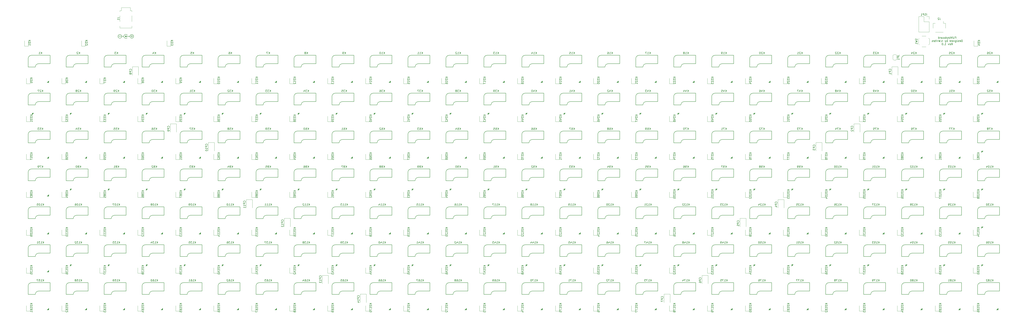
<source format=gbr>
G04 #@! TF.GenerationSoftware,KiCad,Pcbnew,(6.0.0-0)*
G04 #@! TF.CreationDate,2021-12-27T00:14:13+03:00*
G04 #@! TF.ProjectId,fu_keyboard,66755f6b-6579-4626-9f61-72642e6b6963,rev?*
G04 #@! TF.SameCoordinates,Original*
G04 #@! TF.FileFunction,Legend,Bot*
G04 #@! TF.FilePolarity,Positive*
%FSLAX46Y46*%
G04 Gerber Fmt 4.6, Leading zero omitted, Abs format (unit mm)*
G04 Created by KiCad (PCBNEW (6.0.0-0)) date 2021-12-27 00:14:13*
%MOMM*%
%LPD*%
G01*
G04 APERTURE LIST*
%ADD10C,0.200000*%
%ADD11C,0.150000*%
%ADD12C,0.500000*%
%ADD13C,0.120000*%
%ADD14C,0.100000*%
G04 APERTURE END LIST*
D10*
X77391071Y-40850357D02*
X78533928Y-40850357D01*
X83391071Y-40850357D02*
X84533928Y-40850357D01*
X83962500Y-40278928D02*
X83962500Y-41421785D01*
D11*
X497061619Y-41498571D02*
X497394952Y-41498571D01*
X497394952Y-42022380D02*
X497394952Y-41022380D01*
X496918761Y-41022380D01*
X496537809Y-41022380D02*
X496537809Y-41831904D01*
X496490190Y-41927142D01*
X496442571Y-41974761D01*
X496347333Y-42022380D01*
X496156857Y-42022380D01*
X496061619Y-41974761D01*
X496014000Y-41927142D01*
X495966380Y-41831904D01*
X495966380Y-41022380D01*
X495490190Y-41927142D02*
X495442571Y-41974761D01*
X495490190Y-42022380D01*
X495537809Y-41974761D01*
X495490190Y-41927142D01*
X495490190Y-42022380D01*
X495490190Y-41641428D02*
X495537809Y-41070000D01*
X495490190Y-41022380D01*
X495442571Y-41070000D01*
X495490190Y-41641428D01*
X495490190Y-41022380D01*
X495014000Y-42022380D02*
X495014000Y-41022380D01*
X494442571Y-42022380D02*
X494871142Y-41450952D01*
X494442571Y-41022380D02*
X495014000Y-41593809D01*
X493633047Y-41974761D02*
X493728285Y-42022380D01*
X493918761Y-42022380D01*
X494014000Y-41974761D01*
X494061619Y-41879523D01*
X494061619Y-41498571D01*
X494014000Y-41403333D01*
X493918761Y-41355714D01*
X493728285Y-41355714D01*
X493633047Y-41403333D01*
X493585428Y-41498571D01*
X493585428Y-41593809D01*
X494061619Y-41689047D01*
X493252095Y-41355714D02*
X493014000Y-42022380D01*
X492775904Y-41355714D02*
X493014000Y-42022380D01*
X493109238Y-42260476D01*
X493156857Y-42308095D01*
X493252095Y-42355714D01*
X492394952Y-42022380D02*
X492394952Y-41022380D01*
X492394952Y-41403333D02*
X492299714Y-41355714D01*
X492109238Y-41355714D01*
X492014000Y-41403333D01*
X491966380Y-41450952D01*
X491918761Y-41546190D01*
X491918761Y-41831904D01*
X491966380Y-41927142D01*
X492014000Y-41974761D01*
X492109238Y-42022380D01*
X492299714Y-42022380D01*
X492394952Y-41974761D01*
X491347333Y-42022380D02*
X491442571Y-41974761D01*
X491490190Y-41927142D01*
X491537809Y-41831904D01*
X491537809Y-41546190D01*
X491490190Y-41450952D01*
X491442571Y-41403333D01*
X491347333Y-41355714D01*
X491204476Y-41355714D01*
X491109238Y-41403333D01*
X491061619Y-41450952D01*
X491014000Y-41546190D01*
X491014000Y-41831904D01*
X491061619Y-41927142D01*
X491109238Y-41974761D01*
X491204476Y-42022380D01*
X491347333Y-42022380D01*
X490156857Y-42022380D02*
X490156857Y-41498571D01*
X490204476Y-41403333D01*
X490299714Y-41355714D01*
X490490190Y-41355714D01*
X490585428Y-41403333D01*
X490156857Y-41974761D02*
X490252095Y-42022380D01*
X490490190Y-42022380D01*
X490585428Y-41974761D01*
X490633047Y-41879523D01*
X490633047Y-41784285D01*
X490585428Y-41689047D01*
X490490190Y-41641428D01*
X490252095Y-41641428D01*
X490156857Y-41593809D01*
X489680666Y-42022380D02*
X489680666Y-41355714D01*
X489680666Y-41546190D02*
X489633047Y-41450952D01*
X489585428Y-41403333D01*
X489490190Y-41355714D01*
X489394952Y-41355714D01*
X488633047Y-42022380D02*
X488633047Y-41022380D01*
X488633047Y-41974761D02*
X488728285Y-42022380D01*
X488918761Y-42022380D01*
X489014000Y-41974761D01*
X489061619Y-41927142D01*
X489109238Y-41831904D01*
X489109238Y-41546190D01*
X489061619Y-41450952D01*
X489014000Y-41403333D01*
X488918761Y-41355714D01*
X488728285Y-41355714D01*
X488633047Y-41403333D01*
X500609238Y-43632380D02*
X500609238Y-42632380D01*
X500371142Y-42632380D01*
X500228285Y-42680000D01*
X500133047Y-42775238D01*
X500085428Y-42870476D01*
X500037809Y-43060952D01*
X500037809Y-43203809D01*
X500085428Y-43394285D01*
X500133047Y-43489523D01*
X500228285Y-43584761D01*
X500371142Y-43632380D01*
X500609238Y-43632380D01*
X499228285Y-43584761D02*
X499323523Y-43632380D01*
X499514000Y-43632380D01*
X499609238Y-43584761D01*
X499656857Y-43489523D01*
X499656857Y-43108571D01*
X499609238Y-43013333D01*
X499514000Y-42965714D01*
X499323523Y-42965714D01*
X499228285Y-43013333D01*
X499180666Y-43108571D01*
X499180666Y-43203809D01*
X499656857Y-43299047D01*
X498799714Y-43584761D02*
X498704476Y-43632380D01*
X498514000Y-43632380D01*
X498418761Y-43584761D01*
X498371142Y-43489523D01*
X498371142Y-43441904D01*
X498418761Y-43346666D01*
X498514000Y-43299047D01*
X498656857Y-43299047D01*
X498752095Y-43251428D01*
X498799714Y-43156190D01*
X498799714Y-43108571D01*
X498752095Y-43013333D01*
X498656857Y-42965714D01*
X498514000Y-42965714D01*
X498418761Y-43013333D01*
X497942571Y-43632380D02*
X497942571Y-42965714D01*
X497942571Y-42632380D02*
X497990190Y-42680000D01*
X497942571Y-42727619D01*
X497894952Y-42680000D01*
X497942571Y-42632380D01*
X497942571Y-42727619D01*
X497037809Y-42965714D02*
X497037809Y-43775238D01*
X497085428Y-43870476D01*
X497133047Y-43918095D01*
X497228285Y-43965714D01*
X497371142Y-43965714D01*
X497466380Y-43918095D01*
X497037809Y-43584761D02*
X497133047Y-43632380D01*
X497323523Y-43632380D01*
X497418761Y-43584761D01*
X497466380Y-43537142D01*
X497514000Y-43441904D01*
X497514000Y-43156190D01*
X497466380Y-43060952D01*
X497418761Y-43013333D01*
X497323523Y-42965714D01*
X497133047Y-42965714D01*
X497037809Y-43013333D01*
X496561619Y-42965714D02*
X496561619Y-43632380D01*
X496561619Y-43060952D02*
X496514000Y-43013333D01*
X496418761Y-42965714D01*
X496275904Y-42965714D01*
X496180666Y-43013333D01*
X496133047Y-43108571D01*
X496133047Y-43632380D01*
X495275904Y-43584761D02*
X495371142Y-43632380D01*
X495561619Y-43632380D01*
X495656857Y-43584761D01*
X495704476Y-43489523D01*
X495704476Y-43108571D01*
X495656857Y-43013333D01*
X495561619Y-42965714D01*
X495371142Y-42965714D01*
X495275904Y-43013333D01*
X495228285Y-43108571D01*
X495228285Y-43203809D01*
X495704476Y-43299047D01*
X494371142Y-43632380D02*
X494371142Y-42632380D01*
X494371142Y-43584761D02*
X494466380Y-43632380D01*
X494656857Y-43632380D01*
X494752095Y-43584761D01*
X494799714Y-43537142D01*
X494847333Y-43441904D01*
X494847333Y-43156190D01*
X494799714Y-43060952D01*
X494752095Y-43013333D01*
X494656857Y-42965714D01*
X494466380Y-42965714D01*
X494371142Y-43013333D01*
X493133047Y-43632380D02*
X493133047Y-42632380D01*
X493133047Y-43013333D02*
X493037809Y-42965714D01*
X492847333Y-42965714D01*
X492752095Y-43013333D01*
X492704476Y-43060952D01*
X492656857Y-43156190D01*
X492656857Y-43441904D01*
X492704476Y-43537142D01*
X492752095Y-43584761D01*
X492847333Y-43632380D01*
X493037809Y-43632380D01*
X493133047Y-43584761D01*
X492323523Y-42965714D02*
X492085428Y-43632380D01*
X491847333Y-42965714D02*
X492085428Y-43632380D01*
X492180666Y-43870476D01*
X492228285Y-43918095D01*
X492323523Y-43965714D01*
X490704476Y-43632380D02*
X490704476Y-42632380D01*
X489752095Y-43632380D02*
X490228285Y-43632380D01*
X490228285Y-42632380D01*
X489514000Y-42632380D02*
X489275904Y-43632380D01*
X489085428Y-42918095D01*
X488894952Y-43632380D01*
X488656857Y-42632380D01*
X488275904Y-43632380D02*
X488275904Y-42965714D01*
X488275904Y-43156190D02*
X488228285Y-43060952D01*
X488180666Y-43013333D01*
X488085428Y-42965714D01*
X487990190Y-42965714D01*
X487656857Y-43632380D02*
X487656857Y-42965714D01*
X487656857Y-42632380D02*
X487704476Y-42680000D01*
X487656857Y-42727619D01*
X487609238Y-42680000D01*
X487656857Y-42632380D01*
X487656857Y-42727619D01*
X487323523Y-42965714D02*
X486942571Y-42965714D01*
X487180666Y-42632380D02*
X487180666Y-43489523D01*
X487133047Y-43584761D01*
X487037809Y-43632380D01*
X486942571Y-43632380D01*
X486228285Y-43584761D02*
X486323523Y-43632380D01*
X486514000Y-43632380D01*
X486609238Y-43584761D01*
X486656857Y-43489523D01*
X486656857Y-43108571D01*
X486609238Y-43013333D01*
X486514000Y-42965714D01*
X486323523Y-42965714D01*
X486228285Y-43013333D01*
X486180666Y-43108571D01*
X486180666Y-43203809D01*
X486656857Y-43299047D01*
X485799714Y-43584761D02*
X485704476Y-43632380D01*
X485514000Y-43632380D01*
X485418761Y-43584761D01*
X485371142Y-43489523D01*
X485371142Y-43441904D01*
X485418761Y-43346666D01*
X485514000Y-43299047D01*
X485656857Y-43299047D01*
X485752095Y-43251428D01*
X485799714Y-43156190D01*
X485799714Y-43108571D01*
X485752095Y-43013333D01*
X485656857Y-42965714D01*
X485514000Y-42965714D01*
X485418761Y-43013333D01*
X495085428Y-45242380D02*
X495418761Y-44766190D01*
X495656857Y-45242380D02*
X495656857Y-44242380D01*
X495275904Y-44242380D01*
X495180666Y-44290000D01*
X495133047Y-44337619D01*
X495085428Y-44432857D01*
X495085428Y-44575714D01*
X495133047Y-44670952D01*
X495180666Y-44718571D01*
X495275904Y-44766190D01*
X495656857Y-44766190D01*
X494275904Y-45194761D02*
X494371142Y-45242380D01*
X494561619Y-45242380D01*
X494656857Y-45194761D01*
X494704476Y-45099523D01*
X494704476Y-44718571D01*
X494656857Y-44623333D01*
X494561619Y-44575714D01*
X494371142Y-44575714D01*
X494275904Y-44623333D01*
X494228285Y-44718571D01*
X494228285Y-44813809D01*
X494704476Y-44909047D01*
X493894952Y-44575714D02*
X493656857Y-45242380D01*
X493418761Y-44575714D01*
X491752095Y-45242380D02*
X492323523Y-45242380D01*
X492037809Y-45242380D02*
X492037809Y-44242380D01*
X492133047Y-44385238D01*
X492228285Y-44480476D01*
X492323523Y-44528095D01*
X491323523Y-45147142D02*
X491275904Y-45194761D01*
X491323523Y-45242380D01*
X491371142Y-45194761D01*
X491323523Y-45147142D01*
X491323523Y-45242380D01*
X490656857Y-44242380D02*
X490561619Y-44242380D01*
X490466380Y-44290000D01*
X490418761Y-44337619D01*
X490371142Y-44432857D01*
X490323523Y-44623333D01*
X490323523Y-44861428D01*
X490371142Y-45051904D01*
X490418761Y-45147142D01*
X490466380Y-45194761D01*
X490561619Y-45242380D01*
X490656857Y-45242380D01*
X490752095Y-45194761D01*
X490799714Y-45147142D01*
X490847333Y-45051904D01*
X490894952Y-44861428D01*
X490894952Y-44623333D01*
X490847333Y-44432857D01*
X490799714Y-44337619D01*
X490752095Y-44290000D01*
X490656857Y-44242380D01*
X76664880Y-31621666D02*
X77379166Y-31621666D01*
X77522023Y-31574047D01*
X77617261Y-31478809D01*
X77664880Y-31335952D01*
X77664880Y-31240714D01*
X77664880Y-32621666D02*
X77664880Y-32050238D01*
X77664880Y-32335952D02*
X76664880Y-32335952D01*
X76807738Y-32240714D01*
X76902976Y-32145476D01*
X76950595Y-32050238D01*
X38838095Y-49728380D02*
X38838095Y-48728380D01*
X38266666Y-49728380D02*
X38695238Y-49156952D01*
X38266666Y-48728380D02*
X38838095Y-49299809D01*
X37314285Y-49728380D02*
X37885714Y-49728380D01*
X37600000Y-49728380D02*
X37600000Y-48728380D01*
X37695238Y-48871238D01*
X37790476Y-48966476D01*
X37885714Y-49014095D01*
X57888095Y-49728380D02*
X57888095Y-48728380D01*
X57316666Y-49728380D02*
X57745238Y-49156952D01*
X57316666Y-48728380D02*
X57888095Y-49299809D01*
X56935714Y-48823619D02*
X56888095Y-48776000D01*
X56792857Y-48728380D01*
X56554761Y-48728380D01*
X56459523Y-48776000D01*
X56411904Y-48823619D01*
X56364285Y-48918857D01*
X56364285Y-49014095D01*
X56411904Y-49156952D01*
X56983333Y-49728380D01*
X56364285Y-49728380D01*
X76938095Y-49728380D02*
X76938095Y-48728380D01*
X76366666Y-49728380D02*
X76795238Y-49156952D01*
X76366666Y-48728380D02*
X76938095Y-49299809D01*
X76033333Y-48728380D02*
X75414285Y-48728380D01*
X75747619Y-49109333D01*
X75604761Y-49109333D01*
X75509523Y-49156952D01*
X75461904Y-49204571D01*
X75414285Y-49299809D01*
X75414285Y-49537904D01*
X75461904Y-49633142D01*
X75509523Y-49680761D01*
X75604761Y-49728380D01*
X75890476Y-49728380D01*
X75985714Y-49680761D01*
X76033333Y-49633142D01*
X95988095Y-49728380D02*
X95988095Y-48728380D01*
X95416666Y-49728380D02*
X95845238Y-49156952D01*
X95416666Y-48728380D02*
X95988095Y-49299809D01*
X94559523Y-49061714D02*
X94559523Y-49728380D01*
X94797619Y-48680761D02*
X95035714Y-49395047D01*
X94416666Y-49395047D01*
X115038095Y-49728380D02*
X115038095Y-48728380D01*
X114466666Y-49728380D02*
X114895238Y-49156952D01*
X114466666Y-48728380D02*
X115038095Y-49299809D01*
X113561904Y-48728380D02*
X114038095Y-48728380D01*
X114085714Y-49204571D01*
X114038095Y-49156952D01*
X113942857Y-49109333D01*
X113704761Y-49109333D01*
X113609523Y-49156952D01*
X113561904Y-49204571D01*
X113514285Y-49299809D01*
X113514285Y-49537904D01*
X113561904Y-49633142D01*
X113609523Y-49680761D01*
X113704761Y-49728380D01*
X113942857Y-49728380D01*
X114038095Y-49680761D01*
X114085714Y-49633142D01*
X134088095Y-49728380D02*
X134088095Y-48728380D01*
X133516666Y-49728380D02*
X133945238Y-49156952D01*
X133516666Y-48728380D02*
X134088095Y-49299809D01*
X132659523Y-48728380D02*
X132850000Y-48728380D01*
X132945238Y-48776000D01*
X132992857Y-48823619D01*
X133088095Y-48966476D01*
X133135714Y-49156952D01*
X133135714Y-49537904D01*
X133088095Y-49633142D01*
X133040476Y-49680761D01*
X132945238Y-49728380D01*
X132754761Y-49728380D01*
X132659523Y-49680761D01*
X132611904Y-49633142D01*
X132564285Y-49537904D01*
X132564285Y-49299809D01*
X132611904Y-49204571D01*
X132659523Y-49156952D01*
X132754761Y-49109333D01*
X132945238Y-49109333D01*
X133040476Y-49156952D01*
X133088095Y-49204571D01*
X133135714Y-49299809D01*
X153138095Y-49728380D02*
X153138095Y-48728380D01*
X152566666Y-49728380D02*
X152995238Y-49156952D01*
X152566666Y-48728380D02*
X153138095Y-49299809D01*
X152233333Y-48728380D02*
X151566666Y-48728380D01*
X151995238Y-49728380D01*
X172188095Y-49728380D02*
X172188095Y-48728380D01*
X171616666Y-49728380D02*
X172045238Y-49156952D01*
X171616666Y-48728380D02*
X172188095Y-49299809D01*
X171045238Y-49156952D02*
X171140476Y-49109333D01*
X171188095Y-49061714D01*
X171235714Y-48966476D01*
X171235714Y-48918857D01*
X171188095Y-48823619D01*
X171140476Y-48776000D01*
X171045238Y-48728380D01*
X170854761Y-48728380D01*
X170759523Y-48776000D01*
X170711904Y-48823619D01*
X170664285Y-48918857D01*
X170664285Y-48966476D01*
X170711904Y-49061714D01*
X170759523Y-49109333D01*
X170854761Y-49156952D01*
X171045238Y-49156952D01*
X171140476Y-49204571D01*
X171188095Y-49252190D01*
X171235714Y-49347428D01*
X171235714Y-49537904D01*
X171188095Y-49633142D01*
X171140476Y-49680761D01*
X171045238Y-49728380D01*
X170854761Y-49728380D01*
X170759523Y-49680761D01*
X170711904Y-49633142D01*
X170664285Y-49537904D01*
X170664285Y-49347428D01*
X170711904Y-49252190D01*
X170759523Y-49204571D01*
X170854761Y-49156952D01*
X191238095Y-49728380D02*
X191238095Y-48728380D01*
X190666666Y-49728380D02*
X191095238Y-49156952D01*
X190666666Y-48728380D02*
X191238095Y-49299809D01*
X190190476Y-49728380D02*
X190000000Y-49728380D01*
X189904761Y-49680761D01*
X189857142Y-49633142D01*
X189761904Y-49490285D01*
X189714285Y-49299809D01*
X189714285Y-48918857D01*
X189761904Y-48823619D01*
X189809523Y-48776000D01*
X189904761Y-48728380D01*
X190095238Y-48728380D01*
X190190476Y-48776000D01*
X190238095Y-48823619D01*
X190285714Y-48918857D01*
X190285714Y-49156952D01*
X190238095Y-49252190D01*
X190190476Y-49299809D01*
X190095238Y-49347428D01*
X189904761Y-49347428D01*
X189809523Y-49299809D01*
X189761904Y-49252190D01*
X189714285Y-49156952D01*
X210764285Y-49728380D02*
X210764285Y-48728380D01*
X210192857Y-49728380D02*
X210621428Y-49156952D01*
X210192857Y-48728380D02*
X210764285Y-49299809D01*
X209240476Y-49728380D02*
X209811904Y-49728380D01*
X209526190Y-49728380D02*
X209526190Y-48728380D01*
X209621428Y-48871238D01*
X209716666Y-48966476D01*
X209811904Y-49014095D01*
X208621428Y-48728380D02*
X208526190Y-48728380D01*
X208430952Y-48776000D01*
X208383333Y-48823619D01*
X208335714Y-48918857D01*
X208288095Y-49109333D01*
X208288095Y-49347428D01*
X208335714Y-49537904D01*
X208383333Y-49633142D01*
X208430952Y-49680761D01*
X208526190Y-49728380D01*
X208621428Y-49728380D01*
X208716666Y-49680761D01*
X208764285Y-49633142D01*
X208811904Y-49537904D01*
X208859523Y-49347428D01*
X208859523Y-49109333D01*
X208811904Y-48918857D01*
X208764285Y-48823619D01*
X208716666Y-48776000D01*
X208621428Y-48728380D01*
X229814285Y-49728380D02*
X229814285Y-48728380D01*
X229242857Y-49728380D02*
X229671428Y-49156952D01*
X229242857Y-48728380D02*
X229814285Y-49299809D01*
X228290476Y-49728380D02*
X228861904Y-49728380D01*
X228576190Y-49728380D02*
X228576190Y-48728380D01*
X228671428Y-48871238D01*
X228766666Y-48966476D01*
X228861904Y-49014095D01*
X227338095Y-49728380D02*
X227909523Y-49728380D01*
X227623809Y-49728380D02*
X227623809Y-48728380D01*
X227719047Y-48871238D01*
X227814285Y-48966476D01*
X227909523Y-49014095D01*
X248864285Y-49728380D02*
X248864285Y-48728380D01*
X248292857Y-49728380D02*
X248721428Y-49156952D01*
X248292857Y-48728380D02*
X248864285Y-49299809D01*
X247340476Y-49728380D02*
X247911904Y-49728380D01*
X247626190Y-49728380D02*
X247626190Y-48728380D01*
X247721428Y-48871238D01*
X247816666Y-48966476D01*
X247911904Y-49014095D01*
X246959523Y-48823619D02*
X246911904Y-48776000D01*
X246816666Y-48728380D01*
X246578571Y-48728380D01*
X246483333Y-48776000D01*
X246435714Y-48823619D01*
X246388095Y-48918857D01*
X246388095Y-49014095D01*
X246435714Y-49156952D01*
X247007142Y-49728380D01*
X246388095Y-49728380D01*
X267914285Y-49728380D02*
X267914285Y-48728380D01*
X267342857Y-49728380D02*
X267771428Y-49156952D01*
X267342857Y-48728380D02*
X267914285Y-49299809D01*
X266390476Y-49728380D02*
X266961904Y-49728380D01*
X266676190Y-49728380D02*
X266676190Y-48728380D01*
X266771428Y-48871238D01*
X266866666Y-48966476D01*
X266961904Y-49014095D01*
X266057142Y-48728380D02*
X265438095Y-48728380D01*
X265771428Y-49109333D01*
X265628571Y-49109333D01*
X265533333Y-49156952D01*
X265485714Y-49204571D01*
X265438095Y-49299809D01*
X265438095Y-49537904D01*
X265485714Y-49633142D01*
X265533333Y-49680761D01*
X265628571Y-49728380D01*
X265914285Y-49728380D01*
X266009523Y-49680761D01*
X266057142Y-49633142D01*
X286964285Y-49728380D02*
X286964285Y-48728380D01*
X286392857Y-49728380D02*
X286821428Y-49156952D01*
X286392857Y-48728380D02*
X286964285Y-49299809D01*
X285440476Y-49728380D02*
X286011904Y-49728380D01*
X285726190Y-49728380D02*
X285726190Y-48728380D01*
X285821428Y-48871238D01*
X285916666Y-48966476D01*
X286011904Y-49014095D01*
X284583333Y-49061714D02*
X284583333Y-49728380D01*
X284821428Y-48680761D02*
X285059523Y-49395047D01*
X284440476Y-49395047D01*
X306014285Y-49728380D02*
X306014285Y-48728380D01*
X305442857Y-49728380D02*
X305871428Y-49156952D01*
X305442857Y-48728380D02*
X306014285Y-49299809D01*
X304490476Y-49728380D02*
X305061904Y-49728380D01*
X304776190Y-49728380D02*
X304776190Y-48728380D01*
X304871428Y-48871238D01*
X304966666Y-48966476D01*
X305061904Y-49014095D01*
X303585714Y-48728380D02*
X304061904Y-48728380D01*
X304109523Y-49204571D01*
X304061904Y-49156952D01*
X303966666Y-49109333D01*
X303728571Y-49109333D01*
X303633333Y-49156952D01*
X303585714Y-49204571D01*
X303538095Y-49299809D01*
X303538095Y-49537904D01*
X303585714Y-49633142D01*
X303633333Y-49680761D01*
X303728571Y-49728380D01*
X303966666Y-49728380D01*
X304061904Y-49680761D01*
X304109523Y-49633142D01*
X325064285Y-49728380D02*
X325064285Y-48728380D01*
X324492857Y-49728380D02*
X324921428Y-49156952D01*
X324492857Y-48728380D02*
X325064285Y-49299809D01*
X323540476Y-49728380D02*
X324111904Y-49728380D01*
X323826190Y-49728380D02*
X323826190Y-48728380D01*
X323921428Y-48871238D01*
X324016666Y-48966476D01*
X324111904Y-49014095D01*
X322683333Y-48728380D02*
X322873809Y-48728380D01*
X322969047Y-48776000D01*
X323016666Y-48823619D01*
X323111904Y-48966476D01*
X323159523Y-49156952D01*
X323159523Y-49537904D01*
X323111904Y-49633142D01*
X323064285Y-49680761D01*
X322969047Y-49728380D01*
X322778571Y-49728380D01*
X322683333Y-49680761D01*
X322635714Y-49633142D01*
X322588095Y-49537904D01*
X322588095Y-49299809D01*
X322635714Y-49204571D01*
X322683333Y-49156952D01*
X322778571Y-49109333D01*
X322969047Y-49109333D01*
X323064285Y-49156952D01*
X323111904Y-49204571D01*
X323159523Y-49299809D01*
X344114285Y-49728380D02*
X344114285Y-48728380D01*
X343542857Y-49728380D02*
X343971428Y-49156952D01*
X343542857Y-48728380D02*
X344114285Y-49299809D01*
X342590476Y-49728380D02*
X343161904Y-49728380D01*
X342876190Y-49728380D02*
X342876190Y-48728380D01*
X342971428Y-48871238D01*
X343066666Y-48966476D01*
X343161904Y-49014095D01*
X342257142Y-48728380D02*
X341590476Y-48728380D01*
X342019047Y-49728380D01*
X363164285Y-49728380D02*
X363164285Y-48728380D01*
X362592857Y-49728380D02*
X363021428Y-49156952D01*
X362592857Y-48728380D02*
X363164285Y-49299809D01*
X361640476Y-49728380D02*
X362211904Y-49728380D01*
X361926190Y-49728380D02*
X361926190Y-48728380D01*
X362021428Y-48871238D01*
X362116666Y-48966476D01*
X362211904Y-49014095D01*
X361069047Y-49156952D02*
X361164285Y-49109333D01*
X361211904Y-49061714D01*
X361259523Y-48966476D01*
X361259523Y-48918857D01*
X361211904Y-48823619D01*
X361164285Y-48776000D01*
X361069047Y-48728380D01*
X360878571Y-48728380D01*
X360783333Y-48776000D01*
X360735714Y-48823619D01*
X360688095Y-48918857D01*
X360688095Y-48966476D01*
X360735714Y-49061714D01*
X360783333Y-49109333D01*
X360878571Y-49156952D01*
X361069047Y-49156952D01*
X361164285Y-49204571D01*
X361211904Y-49252190D01*
X361259523Y-49347428D01*
X361259523Y-49537904D01*
X361211904Y-49633142D01*
X361164285Y-49680761D01*
X361069047Y-49728380D01*
X360878571Y-49728380D01*
X360783333Y-49680761D01*
X360735714Y-49633142D01*
X360688095Y-49537904D01*
X360688095Y-49347428D01*
X360735714Y-49252190D01*
X360783333Y-49204571D01*
X360878571Y-49156952D01*
X382214285Y-49728380D02*
X382214285Y-48728380D01*
X381642857Y-49728380D02*
X382071428Y-49156952D01*
X381642857Y-48728380D02*
X382214285Y-49299809D01*
X380690476Y-49728380D02*
X381261904Y-49728380D01*
X380976190Y-49728380D02*
X380976190Y-48728380D01*
X381071428Y-48871238D01*
X381166666Y-48966476D01*
X381261904Y-49014095D01*
X380214285Y-49728380D02*
X380023809Y-49728380D01*
X379928571Y-49680761D01*
X379880952Y-49633142D01*
X379785714Y-49490285D01*
X379738095Y-49299809D01*
X379738095Y-48918857D01*
X379785714Y-48823619D01*
X379833333Y-48776000D01*
X379928571Y-48728380D01*
X380119047Y-48728380D01*
X380214285Y-48776000D01*
X380261904Y-48823619D01*
X380309523Y-48918857D01*
X380309523Y-49156952D01*
X380261904Y-49252190D01*
X380214285Y-49299809D01*
X380119047Y-49347428D01*
X379928571Y-49347428D01*
X379833333Y-49299809D01*
X379785714Y-49252190D01*
X379738095Y-49156952D01*
X401264285Y-49728380D02*
X401264285Y-48728380D01*
X400692857Y-49728380D02*
X401121428Y-49156952D01*
X400692857Y-48728380D02*
X401264285Y-49299809D01*
X400311904Y-48823619D02*
X400264285Y-48776000D01*
X400169047Y-48728380D01*
X399930952Y-48728380D01*
X399835714Y-48776000D01*
X399788095Y-48823619D01*
X399740476Y-48918857D01*
X399740476Y-49014095D01*
X399788095Y-49156952D01*
X400359523Y-49728380D01*
X399740476Y-49728380D01*
X399121428Y-48728380D02*
X399026190Y-48728380D01*
X398930952Y-48776000D01*
X398883333Y-48823619D01*
X398835714Y-48918857D01*
X398788095Y-49109333D01*
X398788095Y-49347428D01*
X398835714Y-49537904D01*
X398883333Y-49633142D01*
X398930952Y-49680761D01*
X399026190Y-49728380D01*
X399121428Y-49728380D01*
X399216666Y-49680761D01*
X399264285Y-49633142D01*
X399311904Y-49537904D01*
X399359523Y-49347428D01*
X399359523Y-49109333D01*
X399311904Y-48918857D01*
X399264285Y-48823619D01*
X399216666Y-48776000D01*
X399121428Y-48728380D01*
X420314285Y-49728380D02*
X420314285Y-48728380D01*
X419742857Y-49728380D02*
X420171428Y-49156952D01*
X419742857Y-48728380D02*
X420314285Y-49299809D01*
X419361904Y-48823619D02*
X419314285Y-48776000D01*
X419219047Y-48728380D01*
X418980952Y-48728380D01*
X418885714Y-48776000D01*
X418838095Y-48823619D01*
X418790476Y-48918857D01*
X418790476Y-49014095D01*
X418838095Y-49156952D01*
X419409523Y-49728380D01*
X418790476Y-49728380D01*
X417838095Y-49728380D02*
X418409523Y-49728380D01*
X418123809Y-49728380D02*
X418123809Y-48728380D01*
X418219047Y-48871238D01*
X418314285Y-48966476D01*
X418409523Y-49014095D01*
X439364285Y-49728380D02*
X439364285Y-48728380D01*
X438792857Y-49728380D02*
X439221428Y-49156952D01*
X438792857Y-48728380D02*
X439364285Y-49299809D01*
X438411904Y-48823619D02*
X438364285Y-48776000D01*
X438269047Y-48728380D01*
X438030952Y-48728380D01*
X437935714Y-48776000D01*
X437888095Y-48823619D01*
X437840476Y-48918857D01*
X437840476Y-49014095D01*
X437888095Y-49156952D01*
X438459523Y-49728380D01*
X437840476Y-49728380D01*
X437459523Y-48823619D02*
X437411904Y-48776000D01*
X437316666Y-48728380D01*
X437078571Y-48728380D01*
X436983333Y-48776000D01*
X436935714Y-48823619D01*
X436888095Y-48918857D01*
X436888095Y-49014095D01*
X436935714Y-49156952D01*
X437507142Y-49728380D01*
X436888095Y-49728380D01*
X458414285Y-49728380D02*
X458414285Y-48728380D01*
X457842857Y-49728380D02*
X458271428Y-49156952D01*
X457842857Y-48728380D02*
X458414285Y-49299809D01*
X457461904Y-48823619D02*
X457414285Y-48776000D01*
X457319047Y-48728380D01*
X457080952Y-48728380D01*
X456985714Y-48776000D01*
X456938095Y-48823619D01*
X456890476Y-48918857D01*
X456890476Y-49014095D01*
X456938095Y-49156952D01*
X457509523Y-49728380D01*
X456890476Y-49728380D01*
X456557142Y-48728380D02*
X455938095Y-48728380D01*
X456271428Y-49109333D01*
X456128571Y-49109333D01*
X456033333Y-49156952D01*
X455985714Y-49204571D01*
X455938095Y-49299809D01*
X455938095Y-49537904D01*
X455985714Y-49633142D01*
X456033333Y-49680761D01*
X456128571Y-49728380D01*
X456414285Y-49728380D01*
X456509523Y-49680761D01*
X456557142Y-49633142D01*
X477464285Y-49728380D02*
X477464285Y-48728380D01*
X476892857Y-49728380D02*
X477321428Y-49156952D01*
X476892857Y-48728380D02*
X477464285Y-49299809D01*
X476511904Y-48823619D02*
X476464285Y-48776000D01*
X476369047Y-48728380D01*
X476130952Y-48728380D01*
X476035714Y-48776000D01*
X475988095Y-48823619D01*
X475940476Y-48918857D01*
X475940476Y-49014095D01*
X475988095Y-49156952D01*
X476559523Y-49728380D01*
X475940476Y-49728380D01*
X475083333Y-49061714D02*
X475083333Y-49728380D01*
X475321428Y-48680761D02*
X475559523Y-49395047D01*
X474940476Y-49395047D01*
X496514285Y-49728380D02*
X496514285Y-48728380D01*
X495942857Y-49728380D02*
X496371428Y-49156952D01*
X495942857Y-48728380D02*
X496514285Y-49299809D01*
X495561904Y-48823619D02*
X495514285Y-48776000D01*
X495419047Y-48728380D01*
X495180952Y-48728380D01*
X495085714Y-48776000D01*
X495038095Y-48823619D01*
X494990476Y-48918857D01*
X494990476Y-49014095D01*
X495038095Y-49156952D01*
X495609523Y-49728380D01*
X494990476Y-49728380D01*
X494085714Y-48728380D02*
X494561904Y-48728380D01*
X494609523Y-49204571D01*
X494561904Y-49156952D01*
X494466666Y-49109333D01*
X494228571Y-49109333D01*
X494133333Y-49156952D01*
X494085714Y-49204571D01*
X494038095Y-49299809D01*
X494038095Y-49537904D01*
X494085714Y-49633142D01*
X494133333Y-49680761D01*
X494228571Y-49728380D01*
X494466666Y-49728380D01*
X494561904Y-49680761D01*
X494609523Y-49633142D01*
X515564285Y-49728380D02*
X515564285Y-48728380D01*
X514992857Y-49728380D02*
X515421428Y-49156952D01*
X514992857Y-48728380D02*
X515564285Y-49299809D01*
X514611904Y-48823619D02*
X514564285Y-48776000D01*
X514469047Y-48728380D01*
X514230952Y-48728380D01*
X514135714Y-48776000D01*
X514088095Y-48823619D01*
X514040476Y-48918857D01*
X514040476Y-49014095D01*
X514088095Y-49156952D01*
X514659523Y-49728380D01*
X514040476Y-49728380D01*
X513183333Y-48728380D02*
X513373809Y-48728380D01*
X513469047Y-48776000D01*
X513516666Y-48823619D01*
X513611904Y-48966476D01*
X513659523Y-49156952D01*
X513659523Y-49537904D01*
X513611904Y-49633142D01*
X513564285Y-49680761D01*
X513469047Y-49728380D01*
X513278571Y-49728380D01*
X513183333Y-49680761D01*
X513135714Y-49633142D01*
X513088095Y-49537904D01*
X513088095Y-49299809D01*
X513135714Y-49204571D01*
X513183333Y-49156952D01*
X513278571Y-49109333D01*
X513469047Y-49109333D01*
X513564285Y-49156952D01*
X513611904Y-49204571D01*
X513659523Y-49299809D01*
X39314285Y-68778380D02*
X39314285Y-67778380D01*
X38742857Y-68778380D02*
X39171428Y-68206952D01*
X38742857Y-67778380D02*
X39314285Y-68349809D01*
X38361904Y-67873619D02*
X38314285Y-67826000D01*
X38219047Y-67778380D01*
X37980952Y-67778380D01*
X37885714Y-67826000D01*
X37838095Y-67873619D01*
X37790476Y-67968857D01*
X37790476Y-68064095D01*
X37838095Y-68206952D01*
X38409523Y-68778380D01*
X37790476Y-68778380D01*
X37457142Y-67778380D02*
X36790476Y-67778380D01*
X37219047Y-68778380D01*
X58364285Y-68778380D02*
X58364285Y-67778380D01*
X57792857Y-68778380D02*
X58221428Y-68206952D01*
X57792857Y-67778380D02*
X58364285Y-68349809D01*
X57411904Y-67873619D02*
X57364285Y-67826000D01*
X57269047Y-67778380D01*
X57030952Y-67778380D01*
X56935714Y-67826000D01*
X56888095Y-67873619D01*
X56840476Y-67968857D01*
X56840476Y-68064095D01*
X56888095Y-68206952D01*
X57459523Y-68778380D01*
X56840476Y-68778380D01*
X56269047Y-68206952D02*
X56364285Y-68159333D01*
X56411904Y-68111714D01*
X56459523Y-68016476D01*
X56459523Y-67968857D01*
X56411904Y-67873619D01*
X56364285Y-67826000D01*
X56269047Y-67778380D01*
X56078571Y-67778380D01*
X55983333Y-67826000D01*
X55935714Y-67873619D01*
X55888095Y-67968857D01*
X55888095Y-68016476D01*
X55935714Y-68111714D01*
X55983333Y-68159333D01*
X56078571Y-68206952D01*
X56269047Y-68206952D01*
X56364285Y-68254571D01*
X56411904Y-68302190D01*
X56459523Y-68397428D01*
X56459523Y-68587904D01*
X56411904Y-68683142D01*
X56364285Y-68730761D01*
X56269047Y-68778380D01*
X56078571Y-68778380D01*
X55983333Y-68730761D01*
X55935714Y-68683142D01*
X55888095Y-68587904D01*
X55888095Y-68397428D01*
X55935714Y-68302190D01*
X55983333Y-68254571D01*
X56078571Y-68206952D01*
X77414285Y-68778380D02*
X77414285Y-67778380D01*
X76842857Y-68778380D02*
X77271428Y-68206952D01*
X76842857Y-67778380D02*
X77414285Y-68349809D01*
X76461904Y-67873619D02*
X76414285Y-67826000D01*
X76319047Y-67778380D01*
X76080952Y-67778380D01*
X75985714Y-67826000D01*
X75938095Y-67873619D01*
X75890476Y-67968857D01*
X75890476Y-68064095D01*
X75938095Y-68206952D01*
X76509523Y-68778380D01*
X75890476Y-68778380D01*
X75414285Y-68778380D02*
X75223809Y-68778380D01*
X75128571Y-68730761D01*
X75080952Y-68683142D01*
X74985714Y-68540285D01*
X74938095Y-68349809D01*
X74938095Y-67968857D01*
X74985714Y-67873619D01*
X75033333Y-67826000D01*
X75128571Y-67778380D01*
X75319047Y-67778380D01*
X75414285Y-67826000D01*
X75461904Y-67873619D01*
X75509523Y-67968857D01*
X75509523Y-68206952D01*
X75461904Y-68302190D01*
X75414285Y-68349809D01*
X75319047Y-68397428D01*
X75128571Y-68397428D01*
X75033333Y-68349809D01*
X74985714Y-68302190D01*
X74938095Y-68206952D01*
X96464285Y-68778380D02*
X96464285Y-67778380D01*
X95892857Y-68778380D02*
X96321428Y-68206952D01*
X95892857Y-67778380D02*
X96464285Y-68349809D01*
X95559523Y-67778380D02*
X94940476Y-67778380D01*
X95273809Y-68159333D01*
X95130952Y-68159333D01*
X95035714Y-68206952D01*
X94988095Y-68254571D01*
X94940476Y-68349809D01*
X94940476Y-68587904D01*
X94988095Y-68683142D01*
X95035714Y-68730761D01*
X95130952Y-68778380D01*
X95416666Y-68778380D01*
X95511904Y-68730761D01*
X95559523Y-68683142D01*
X94321428Y-67778380D02*
X94226190Y-67778380D01*
X94130952Y-67826000D01*
X94083333Y-67873619D01*
X94035714Y-67968857D01*
X93988095Y-68159333D01*
X93988095Y-68397428D01*
X94035714Y-68587904D01*
X94083333Y-68683142D01*
X94130952Y-68730761D01*
X94226190Y-68778380D01*
X94321428Y-68778380D01*
X94416666Y-68730761D01*
X94464285Y-68683142D01*
X94511904Y-68587904D01*
X94559523Y-68397428D01*
X94559523Y-68159333D01*
X94511904Y-67968857D01*
X94464285Y-67873619D01*
X94416666Y-67826000D01*
X94321428Y-67778380D01*
X115514285Y-68778380D02*
X115514285Y-67778380D01*
X114942857Y-68778380D02*
X115371428Y-68206952D01*
X114942857Y-67778380D02*
X115514285Y-68349809D01*
X114609523Y-67778380D02*
X113990476Y-67778380D01*
X114323809Y-68159333D01*
X114180952Y-68159333D01*
X114085714Y-68206952D01*
X114038095Y-68254571D01*
X113990476Y-68349809D01*
X113990476Y-68587904D01*
X114038095Y-68683142D01*
X114085714Y-68730761D01*
X114180952Y-68778380D01*
X114466666Y-68778380D01*
X114561904Y-68730761D01*
X114609523Y-68683142D01*
X113038095Y-68778380D02*
X113609523Y-68778380D01*
X113323809Y-68778380D02*
X113323809Y-67778380D01*
X113419047Y-67921238D01*
X113514285Y-68016476D01*
X113609523Y-68064095D01*
X134564285Y-68778380D02*
X134564285Y-67778380D01*
X133992857Y-68778380D02*
X134421428Y-68206952D01*
X133992857Y-67778380D02*
X134564285Y-68349809D01*
X133659523Y-67778380D02*
X133040476Y-67778380D01*
X133373809Y-68159333D01*
X133230952Y-68159333D01*
X133135714Y-68206952D01*
X133088095Y-68254571D01*
X133040476Y-68349809D01*
X133040476Y-68587904D01*
X133088095Y-68683142D01*
X133135714Y-68730761D01*
X133230952Y-68778380D01*
X133516666Y-68778380D01*
X133611904Y-68730761D01*
X133659523Y-68683142D01*
X132659523Y-67873619D02*
X132611904Y-67826000D01*
X132516666Y-67778380D01*
X132278571Y-67778380D01*
X132183333Y-67826000D01*
X132135714Y-67873619D01*
X132088095Y-67968857D01*
X132088095Y-68064095D01*
X132135714Y-68206952D01*
X132707142Y-68778380D01*
X132088095Y-68778380D01*
X153614285Y-68778380D02*
X153614285Y-67778380D01*
X153042857Y-68778380D02*
X153471428Y-68206952D01*
X153042857Y-67778380D02*
X153614285Y-68349809D01*
X152709523Y-67778380D02*
X152090476Y-67778380D01*
X152423809Y-68159333D01*
X152280952Y-68159333D01*
X152185714Y-68206952D01*
X152138095Y-68254571D01*
X152090476Y-68349809D01*
X152090476Y-68587904D01*
X152138095Y-68683142D01*
X152185714Y-68730761D01*
X152280952Y-68778380D01*
X152566666Y-68778380D01*
X152661904Y-68730761D01*
X152709523Y-68683142D01*
X151757142Y-67778380D02*
X151138095Y-67778380D01*
X151471428Y-68159333D01*
X151328571Y-68159333D01*
X151233333Y-68206952D01*
X151185714Y-68254571D01*
X151138095Y-68349809D01*
X151138095Y-68587904D01*
X151185714Y-68683142D01*
X151233333Y-68730761D01*
X151328571Y-68778380D01*
X151614285Y-68778380D01*
X151709523Y-68730761D01*
X151757142Y-68683142D01*
X172664285Y-68778380D02*
X172664285Y-67778380D01*
X172092857Y-68778380D02*
X172521428Y-68206952D01*
X172092857Y-67778380D02*
X172664285Y-68349809D01*
X171759523Y-67778380D02*
X171140476Y-67778380D01*
X171473809Y-68159333D01*
X171330952Y-68159333D01*
X171235714Y-68206952D01*
X171188095Y-68254571D01*
X171140476Y-68349809D01*
X171140476Y-68587904D01*
X171188095Y-68683142D01*
X171235714Y-68730761D01*
X171330952Y-68778380D01*
X171616666Y-68778380D01*
X171711904Y-68730761D01*
X171759523Y-68683142D01*
X170283333Y-68111714D02*
X170283333Y-68778380D01*
X170521428Y-67730761D02*
X170759523Y-68445047D01*
X170140476Y-68445047D01*
X191714285Y-68778380D02*
X191714285Y-67778380D01*
X191142857Y-68778380D02*
X191571428Y-68206952D01*
X191142857Y-67778380D02*
X191714285Y-68349809D01*
X190809523Y-67778380D02*
X190190476Y-67778380D01*
X190523809Y-68159333D01*
X190380952Y-68159333D01*
X190285714Y-68206952D01*
X190238095Y-68254571D01*
X190190476Y-68349809D01*
X190190476Y-68587904D01*
X190238095Y-68683142D01*
X190285714Y-68730761D01*
X190380952Y-68778380D01*
X190666666Y-68778380D01*
X190761904Y-68730761D01*
X190809523Y-68683142D01*
X189285714Y-67778380D02*
X189761904Y-67778380D01*
X189809523Y-68254571D01*
X189761904Y-68206952D01*
X189666666Y-68159333D01*
X189428571Y-68159333D01*
X189333333Y-68206952D01*
X189285714Y-68254571D01*
X189238095Y-68349809D01*
X189238095Y-68587904D01*
X189285714Y-68683142D01*
X189333333Y-68730761D01*
X189428571Y-68778380D01*
X189666666Y-68778380D01*
X189761904Y-68730761D01*
X189809523Y-68683142D01*
X210764285Y-68778380D02*
X210764285Y-67778380D01*
X210192857Y-68778380D02*
X210621428Y-68206952D01*
X210192857Y-67778380D02*
X210764285Y-68349809D01*
X209859523Y-67778380D02*
X209240476Y-67778380D01*
X209573809Y-68159333D01*
X209430952Y-68159333D01*
X209335714Y-68206952D01*
X209288095Y-68254571D01*
X209240476Y-68349809D01*
X209240476Y-68587904D01*
X209288095Y-68683142D01*
X209335714Y-68730761D01*
X209430952Y-68778380D01*
X209716666Y-68778380D01*
X209811904Y-68730761D01*
X209859523Y-68683142D01*
X208383333Y-67778380D02*
X208573809Y-67778380D01*
X208669047Y-67826000D01*
X208716666Y-67873619D01*
X208811904Y-68016476D01*
X208859523Y-68206952D01*
X208859523Y-68587904D01*
X208811904Y-68683142D01*
X208764285Y-68730761D01*
X208669047Y-68778380D01*
X208478571Y-68778380D01*
X208383333Y-68730761D01*
X208335714Y-68683142D01*
X208288095Y-68587904D01*
X208288095Y-68349809D01*
X208335714Y-68254571D01*
X208383333Y-68206952D01*
X208478571Y-68159333D01*
X208669047Y-68159333D01*
X208764285Y-68206952D01*
X208811904Y-68254571D01*
X208859523Y-68349809D01*
X229814285Y-68778380D02*
X229814285Y-67778380D01*
X229242857Y-68778380D02*
X229671428Y-68206952D01*
X229242857Y-67778380D02*
X229814285Y-68349809D01*
X228909523Y-67778380D02*
X228290476Y-67778380D01*
X228623809Y-68159333D01*
X228480952Y-68159333D01*
X228385714Y-68206952D01*
X228338095Y-68254571D01*
X228290476Y-68349809D01*
X228290476Y-68587904D01*
X228338095Y-68683142D01*
X228385714Y-68730761D01*
X228480952Y-68778380D01*
X228766666Y-68778380D01*
X228861904Y-68730761D01*
X228909523Y-68683142D01*
X227957142Y-67778380D02*
X227290476Y-67778380D01*
X227719047Y-68778380D01*
X248864285Y-68778380D02*
X248864285Y-67778380D01*
X248292857Y-68778380D02*
X248721428Y-68206952D01*
X248292857Y-67778380D02*
X248864285Y-68349809D01*
X247959523Y-67778380D02*
X247340476Y-67778380D01*
X247673809Y-68159333D01*
X247530952Y-68159333D01*
X247435714Y-68206952D01*
X247388095Y-68254571D01*
X247340476Y-68349809D01*
X247340476Y-68587904D01*
X247388095Y-68683142D01*
X247435714Y-68730761D01*
X247530952Y-68778380D01*
X247816666Y-68778380D01*
X247911904Y-68730761D01*
X247959523Y-68683142D01*
X246769047Y-68206952D02*
X246864285Y-68159333D01*
X246911904Y-68111714D01*
X246959523Y-68016476D01*
X246959523Y-67968857D01*
X246911904Y-67873619D01*
X246864285Y-67826000D01*
X246769047Y-67778380D01*
X246578571Y-67778380D01*
X246483333Y-67826000D01*
X246435714Y-67873619D01*
X246388095Y-67968857D01*
X246388095Y-68016476D01*
X246435714Y-68111714D01*
X246483333Y-68159333D01*
X246578571Y-68206952D01*
X246769047Y-68206952D01*
X246864285Y-68254571D01*
X246911904Y-68302190D01*
X246959523Y-68397428D01*
X246959523Y-68587904D01*
X246911904Y-68683142D01*
X246864285Y-68730761D01*
X246769047Y-68778380D01*
X246578571Y-68778380D01*
X246483333Y-68730761D01*
X246435714Y-68683142D01*
X246388095Y-68587904D01*
X246388095Y-68397428D01*
X246435714Y-68302190D01*
X246483333Y-68254571D01*
X246578571Y-68206952D01*
X267914285Y-68778380D02*
X267914285Y-67778380D01*
X267342857Y-68778380D02*
X267771428Y-68206952D01*
X267342857Y-67778380D02*
X267914285Y-68349809D01*
X267009523Y-67778380D02*
X266390476Y-67778380D01*
X266723809Y-68159333D01*
X266580952Y-68159333D01*
X266485714Y-68206952D01*
X266438095Y-68254571D01*
X266390476Y-68349809D01*
X266390476Y-68587904D01*
X266438095Y-68683142D01*
X266485714Y-68730761D01*
X266580952Y-68778380D01*
X266866666Y-68778380D01*
X266961904Y-68730761D01*
X267009523Y-68683142D01*
X265914285Y-68778380D02*
X265723809Y-68778380D01*
X265628571Y-68730761D01*
X265580952Y-68683142D01*
X265485714Y-68540285D01*
X265438095Y-68349809D01*
X265438095Y-67968857D01*
X265485714Y-67873619D01*
X265533333Y-67826000D01*
X265628571Y-67778380D01*
X265819047Y-67778380D01*
X265914285Y-67826000D01*
X265961904Y-67873619D01*
X266009523Y-67968857D01*
X266009523Y-68206952D01*
X265961904Y-68302190D01*
X265914285Y-68349809D01*
X265819047Y-68397428D01*
X265628571Y-68397428D01*
X265533333Y-68349809D01*
X265485714Y-68302190D01*
X265438095Y-68206952D01*
X286964285Y-68778380D02*
X286964285Y-67778380D01*
X286392857Y-68778380D02*
X286821428Y-68206952D01*
X286392857Y-67778380D02*
X286964285Y-68349809D01*
X285535714Y-68111714D02*
X285535714Y-68778380D01*
X285773809Y-67730761D02*
X286011904Y-68445047D01*
X285392857Y-68445047D01*
X284821428Y-67778380D02*
X284726190Y-67778380D01*
X284630952Y-67826000D01*
X284583333Y-67873619D01*
X284535714Y-67968857D01*
X284488095Y-68159333D01*
X284488095Y-68397428D01*
X284535714Y-68587904D01*
X284583333Y-68683142D01*
X284630952Y-68730761D01*
X284726190Y-68778380D01*
X284821428Y-68778380D01*
X284916666Y-68730761D01*
X284964285Y-68683142D01*
X285011904Y-68587904D01*
X285059523Y-68397428D01*
X285059523Y-68159333D01*
X285011904Y-67968857D01*
X284964285Y-67873619D01*
X284916666Y-67826000D01*
X284821428Y-67778380D01*
X306014285Y-68778380D02*
X306014285Y-67778380D01*
X305442857Y-68778380D02*
X305871428Y-68206952D01*
X305442857Y-67778380D02*
X306014285Y-68349809D01*
X304585714Y-68111714D02*
X304585714Y-68778380D01*
X304823809Y-67730761D02*
X305061904Y-68445047D01*
X304442857Y-68445047D01*
X303538095Y-68778380D02*
X304109523Y-68778380D01*
X303823809Y-68778380D02*
X303823809Y-67778380D01*
X303919047Y-67921238D01*
X304014285Y-68016476D01*
X304109523Y-68064095D01*
X325064285Y-68778380D02*
X325064285Y-67778380D01*
X324492857Y-68778380D02*
X324921428Y-68206952D01*
X324492857Y-67778380D02*
X325064285Y-68349809D01*
X323635714Y-68111714D02*
X323635714Y-68778380D01*
X323873809Y-67730761D02*
X324111904Y-68445047D01*
X323492857Y-68445047D01*
X323159523Y-67873619D02*
X323111904Y-67826000D01*
X323016666Y-67778380D01*
X322778571Y-67778380D01*
X322683333Y-67826000D01*
X322635714Y-67873619D01*
X322588095Y-67968857D01*
X322588095Y-68064095D01*
X322635714Y-68206952D01*
X323207142Y-68778380D01*
X322588095Y-68778380D01*
X344114285Y-68778380D02*
X344114285Y-67778380D01*
X343542857Y-68778380D02*
X343971428Y-68206952D01*
X343542857Y-67778380D02*
X344114285Y-68349809D01*
X342685714Y-68111714D02*
X342685714Y-68778380D01*
X342923809Y-67730761D02*
X343161904Y-68445047D01*
X342542857Y-68445047D01*
X342257142Y-67778380D02*
X341638095Y-67778380D01*
X341971428Y-68159333D01*
X341828571Y-68159333D01*
X341733333Y-68206952D01*
X341685714Y-68254571D01*
X341638095Y-68349809D01*
X341638095Y-68587904D01*
X341685714Y-68683142D01*
X341733333Y-68730761D01*
X341828571Y-68778380D01*
X342114285Y-68778380D01*
X342209523Y-68730761D01*
X342257142Y-68683142D01*
X363164285Y-68778380D02*
X363164285Y-67778380D01*
X362592857Y-68778380D02*
X363021428Y-68206952D01*
X362592857Y-67778380D02*
X363164285Y-68349809D01*
X361735714Y-68111714D02*
X361735714Y-68778380D01*
X361973809Y-67730761D02*
X362211904Y-68445047D01*
X361592857Y-68445047D01*
X360783333Y-68111714D02*
X360783333Y-68778380D01*
X361021428Y-67730761D02*
X361259523Y-68445047D01*
X360640476Y-68445047D01*
X382214285Y-68778380D02*
X382214285Y-67778380D01*
X381642857Y-68778380D02*
X382071428Y-68206952D01*
X381642857Y-67778380D02*
X382214285Y-68349809D01*
X380785714Y-68111714D02*
X380785714Y-68778380D01*
X381023809Y-67730761D02*
X381261904Y-68445047D01*
X380642857Y-68445047D01*
X379785714Y-67778380D02*
X380261904Y-67778380D01*
X380309523Y-68254571D01*
X380261904Y-68206952D01*
X380166666Y-68159333D01*
X379928571Y-68159333D01*
X379833333Y-68206952D01*
X379785714Y-68254571D01*
X379738095Y-68349809D01*
X379738095Y-68587904D01*
X379785714Y-68683142D01*
X379833333Y-68730761D01*
X379928571Y-68778380D01*
X380166666Y-68778380D01*
X380261904Y-68730761D01*
X380309523Y-68683142D01*
X401264285Y-68778380D02*
X401264285Y-67778380D01*
X400692857Y-68778380D02*
X401121428Y-68206952D01*
X400692857Y-67778380D02*
X401264285Y-68349809D01*
X399835714Y-68111714D02*
X399835714Y-68778380D01*
X400073809Y-67730761D02*
X400311904Y-68445047D01*
X399692857Y-68445047D01*
X398883333Y-67778380D02*
X399073809Y-67778380D01*
X399169047Y-67826000D01*
X399216666Y-67873619D01*
X399311904Y-68016476D01*
X399359523Y-68206952D01*
X399359523Y-68587904D01*
X399311904Y-68683142D01*
X399264285Y-68730761D01*
X399169047Y-68778380D01*
X398978571Y-68778380D01*
X398883333Y-68730761D01*
X398835714Y-68683142D01*
X398788095Y-68587904D01*
X398788095Y-68349809D01*
X398835714Y-68254571D01*
X398883333Y-68206952D01*
X398978571Y-68159333D01*
X399169047Y-68159333D01*
X399264285Y-68206952D01*
X399311904Y-68254571D01*
X399359523Y-68349809D01*
X420314285Y-68778380D02*
X420314285Y-67778380D01*
X419742857Y-68778380D02*
X420171428Y-68206952D01*
X419742857Y-67778380D02*
X420314285Y-68349809D01*
X418885714Y-68111714D02*
X418885714Y-68778380D01*
X419123809Y-67730761D02*
X419361904Y-68445047D01*
X418742857Y-68445047D01*
X418457142Y-67778380D02*
X417790476Y-67778380D01*
X418219047Y-68778380D01*
X439364285Y-68778380D02*
X439364285Y-67778380D01*
X438792857Y-68778380D02*
X439221428Y-68206952D01*
X438792857Y-67778380D02*
X439364285Y-68349809D01*
X437935714Y-68111714D02*
X437935714Y-68778380D01*
X438173809Y-67730761D02*
X438411904Y-68445047D01*
X437792857Y-68445047D01*
X437269047Y-68206952D02*
X437364285Y-68159333D01*
X437411904Y-68111714D01*
X437459523Y-68016476D01*
X437459523Y-67968857D01*
X437411904Y-67873619D01*
X437364285Y-67826000D01*
X437269047Y-67778380D01*
X437078571Y-67778380D01*
X436983333Y-67826000D01*
X436935714Y-67873619D01*
X436888095Y-67968857D01*
X436888095Y-68016476D01*
X436935714Y-68111714D01*
X436983333Y-68159333D01*
X437078571Y-68206952D01*
X437269047Y-68206952D01*
X437364285Y-68254571D01*
X437411904Y-68302190D01*
X437459523Y-68397428D01*
X437459523Y-68587904D01*
X437411904Y-68683142D01*
X437364285Y-68730761D01*
X437269047Y-68778380D01*
X437078571Y-68778380D01*
X436983333Y-68730761D01*
X436935714Y-68683142D01*
X436888095Y-68587904D01*
X436888095Y-68397428D01*
X436935714Y-68302190D01*
X436983333Y-68254571D01*
X437078571Y-68206952D01*
X458414285Y-68778380D02*
X458414285Y-67778380D01*
X457842857Y-68778380D02*
X458271428Y-68206952D01*
X457842857Y-67778380D02*
X458414285Y-68349809D01*
X456985714Y-68111714D02*
X456985714Y-68778380D01*
X457223809Y-67730761D02*
X457461904Y-68445047D01*
X456842857Y-68445047D01*
X456414285Y-68778380D02*
X456223809Y-68778380D01*
X456128571Y-68730761D01*
X456080952Y-68683142D01*
X455985714Y-68540285D01*
X455938095Y-68349809D01*
X455938095Y-67968857D01*
X455985714Y-67873619D01*
X456033333Y-67826000D01*
X456128571Y-67778380D01*
X456319047Y-67778380D01*
X456414285Y-67826000D01*
X456461904Y-67873619D01*
X456509523Y-67968857D01*
X456509523Y-68206952D01*
X456461904Y-68302190D01*
X456414285Y-68349809D01*
X456319047Y-68397428D01*
X456128571Y-68397428D01*
X456033333Y-68349809D01*
X455985714Y-68302190D01*
X455938095Y-68206952D01*
X477464285Y-68778380D02*
X477464285Y-67778380D01*
X476892857Y-68778380D02*
X477321428Y-68206952D01*
X476892857Y-67778380D02*
X477464285Y-68349809D01*
X475988095Y-67778380D02*
X476464285Y-67778380D01*
X476511904Y-68254571D01*
X476464285Y-68206952D01*
X476369047Y-68159333D01*
X476130952Y-68159333D01*
X476035714Y-68206952D01*
X475988095Y-68254571D01*
X475940476Y-68349809D01*
X475940476Y-68587904D01*
X475988095Y-68683142D01*
X476035714Y-68730761D01*
X476130952Y-68778380D01*
X476369047Y-68778380D01*
X476464285Y-68730761D01*
X476511904Y-68683142D01*
X475321428Y-67778380D02*
X475226190Y-67778380D01*
X475130952Y-67826000D01*
X475083333Y-67873619D01*
X475035714Y-67968857D01*
X474988095Y-68159333D01*
X474988095Y-68397428D01*
X475035714Y-68587904D01*
X475083333Y-68683142D01*
X475130952Y-68730761D01*
X475226190Y-68778380D01*
X475321428Y-68778380D01*
X475416666Y-68730761D01*
X475464285Y-68683142D01*
X475511904Y-68587904D01*
X475559523Y-68397428D01*
X475559523Y-68159333D01*
X475511904Y-67968857D01*
X475464285Y-67873619D01*
X475416666Y-67826000D01*
X475321428Y-67778380D01*
X496514285Y-68778380D02*
X496514285Y-67778380D01*
X495942857Y-68778380D02*
X496371428Y-68206952D01*
X495942857Y-67778380D02*
X496514285Y-68349809D01*
X495038095Y-67778380D02*
X495514285Y-67778380D01*
X495561904Y-68254571D01*
X495514285Y-68206952D01*
X495419047Y-68159333D01*
X495180952Y-68159333D01*
X495085714Y-68206952D01*
X495038095Y-68254571D01*
X494990476Y-68349809D01*
X494990476Y-68587904D01*
X495038095Y-68683142D01*
X495085714Y-68730761D01*
X495180952Y-68778380D01*
X495419047Y-68778380D01*
X495514285Y-68730761D01*
X495561904Y-68683142D01*
X494038095Y-68778380D02*
X494609523Y-68778380D01*
X494323809Y-68778380D02*
X494323809Y-67778380D01*
X494419047Y-67921238D01*
X494514285Y-68016476D01*
X494609523Y-68064095D01*
X515564285Y-68778380D02*
X515564285Y-67778380D01*
X514992857Y-68778380D02*
X515421428Y-68206952D01*
X514992857Y-67778380D02*
X515564285Y-68349809D01*
X514088095Y-67778380D02*
X514564285Y-67778380D01*
X514611904Y-68254571D01*
X514564285Y-68206952D01*
X514469047Y-68159333D01*
X514230952Y-68159333D01*
X514135714Y-68206952D01*
X514088095Y-68254571D01*
X514040476Y-68349809D01*
X514040476Y-68587904D01*
X514088095Y-68683142D01*
X514135714Y-68730761D01*
X514230952Y-68778380D01*
X514469047Y-68778380D01*
X514564285Y-68730761D01*
X514611904Y-68683142D01*
X513659523Y-67873619D02*
X513611904Y-67826000D01*
X513516666Y-67778380D01*
X513278571Y-67778380D01*
X513183333Y-67826000D01*
X513135714Y-67873619D01*
X513088095Y-67968857D01*
X513088095Y-68064095D01*
X513135714Y-68206952D01*
X513707142Y-68778380D01*
X513088095Y-68778380D01*
X39314285Y-87828380D02*
X39314285Y-86828380D01*
X38742857Y-87828380D02*
X39171428Y-87256952D01*
X38742857Y-86828380D02*
X39314285Y-87399809D01*
X37838095Y-86828380D02*
X38314285Y-86828380D01*
X38361904Y-87304571D01*
X38314285Y-87256952D01*
X38219047Y-87209333D01*
X37980952Y-87209333D01*
X37885714Y-87256952D01*
X37838095Y-87304571D01*
X37790476Y-87399809D01*
X37790476Y-87637904D01*
X37838095Y-87733142D01*
X37885714Y-87780761D01*
X37980952Y-87828380D01*
X38219047Y-87828380D01*
X38314285Y-87780761D01*
X38361904Y-87733142D01*
X37457142Y-86828380D02*
X36838095Y-86828380D01*
X37171428Y-87209333D01*
X37028571Y-87209333D01*
X36933333Y-87256952D01*
X36885714Y-87304571D01*
X36838095Y-87399809D01*
X36838095Y-87637904D01*
X36885714Y-87733142D01*
X36933333Y-87780761D01*
X37028571Y-87828380D01*
X37314285Y-87828380D01*
X37409523Y-87780761D01*
X37457142Y-87733142D01*
X58364285Y-87828380D02*
X58364285Y-86828380D01*
X57792857Y-87828380D02*
X58221428Y-87256952D01*
X57792857Y-86828380D02*
X58364285Y-87399809D01*
X56888095Y-86828380D02*
X57364285Y-86828380D01*
X57411904Y-87304571D01*
X57364285Y-87256952D01*
X57269047Y-87209333D01*
X57030952Y-87209333D01*
X56935714Y-87256952D01*
X56888095Y-87304571D01*
X56840476Y-87399809D01*
X56840476Y-87637904D01*
X56888095Y-87733142D01*
X56935714Y-87780761D01*
X57030952Y-87828380D01*
X57269047Y-87828380D01*
X57364285Y-87780761D01*
X57411904Y-87733142D01*
X55983333Y-87161714D02*
X55983333Y-87828380D01*
X56221428Y-86780761D02*
X56459523Y-87495047D01*
X55840476Y-87495047D01*
X77414285Y-87828380D02*
X77414285Y-86828380D01*
X76842857Y-87828380D02*
X77271428Y-87256952D01*
X76842857Y-86828380D02*
X77414285Y-87399809D01*
X75938095Y-86828380D02*
X76414285Y-86828380D01*
X76461904Y-87304571D01*
X76414285Y-87256952D01*
X76319047Y-87209333D01*
X76080952Y-87209333D01*
X75985714Y-87256952D01*
X75938095Y-87304571D01*
X75890476Y-87399809D01*
X75890476Y-87637904D01*
X75938095Y-87733142D01*
X75985714Y-87780761D01*
X76080952Y-87828380D01*
X76319047Y-87828380D01*
X76414285Y-87780761D01*
X76461904Y-87733142D01*
X74985714Y-86828380D02*
X75461904Y-86828380D01*
X75509523Y-87304571D01*
X75461904Y-87256952D01*
X75366666Y-87209333D01*
X75128571Y-87209333D01*
X75033333Y-87256952D01*
X74985714Y-87304571D01*
X74938095Y-87399809D01*
X74938095Y-87637904D01*
X74985714Y-87733142D01*
X75033333Y-87780761D01*
X75128571Y-87828380D01*
X75366666Y-87828380D01*
X75461904Y-87780761D01*
X75509523Y-87733142D01*
X96464285Y-87828380D02*
X96464285Y-86828380D01*
X95892857Y-87828380D02*
X96321428Y-87256952D01*
X95892857Y-86828380D02*
X96464285Y-87399809D01*
X94988095Y-86828380D02*
X95464285Y-86828380D01*
X95511904Y-87304571D01*
X95464285Y-87256952D01*
X95369047Y-87209333D01*
X95130952Y-87209333D01*
X95035714Y-87256952D01*
X94988095Y-87304571D01*
X94940476Y-87399809D01*
X94940476Y-87637904D01*
X94988095Y-87733142D01*
X95035714Y-87780761D01*
X95130952Y-87828380D01*
X95369047Y-87828380D01*
X95464285Y-87780761D01*
X95511904Y-87733142D01*
X94083333Y-86828380D02*
X94273809Y-86828380D01*
X94369047Y-86876000D01*
X94416666Y-86923619D01*
X94511904Y-87066476D01*
X94559523Y-87256952D01*
X94559523Y-87637904D01*
X94511904Y-87733142D01*
X94464285Y-87780761D01*
X94369047Y-87828380D01*
X94178571Y-87828380D01*
X94083333Y-87780761D01*
X94035714Y-87733142D01*
X93988095Y-87637904D01*
X93988095Y-87399809D01*
X94035714Y-87304571D01*
X94083333Y-87256952D01*
X94178571Y-87209333D01*
X94369047Y-87209333D01*
X94464285Y-87256952D01*
X94511904Y-87304571D01*
X94559523Y-87399809D01*
X115514285Y-87828380D02*
X115514285Y-86828380D01*
X114942857Y-87828380D02*
X115371428Y-87256952D01*
X114942857Y-86828380D02*
X115514285Y-87399809D01*
X114038095Y-86828380D02*
X114514285Y-86828380D01*
X114561904Y-87304571D01*
X114514285Y-87256952D01*
X114419047Y-87209333D01*
X114180952Y-87209333D01*
X114085714Y-87256952D01*
X114038095Y-87304571D01*
X113990476Y-87399809D01*
X113990476Y-87637904D01*
X114038095Y-87733142D01*
X114085714Y-87780761D01*
X114180952Y-87828380D01*
X114419047Y-87828380D01*
X114514285Y-87780761D01*
X114561904Y-87733142D01*
X113657142Y-86828380D02*
X112990476Y-86828380D01*
X113419047Y-87828380D01*
X134564285Y-87828380D02*
X134564285Y-86828380D01*
X133992857Y-87828380D02*
X134421428Y-87256952D01*
X133992857Y-86828380D02*
X134564285Y-87399809D01*
X133088095Y-86828380D02*
X133564285Y-86828380D01*
X133611904Y-87304571D01*
X133564285Y-87256952D01*
X133469047Y-87209333D01*
X133230952Y-87209333D01*
X133135714Y-87256952D01*
X133088095Y-87304571D01*
X133040476Y-87399809D01*
X133040476Y-87637904D01*
X133088095Y-87733142D01*
X133135714Y-87780761D01*
X133230952Y-87828380D01*
X133469047Y-87828380D01*
X133564285Y-87780761D01*
X133611904Y-87733142D01*
X132469047Y-87256952D02*
X132564285Y-87209333D01*
X132611904Y-87161714D01*
X132659523Y-87066476D01*
X132659523Y-87018857D01*
X132611904Y-86923619D01*
X132564285Y-86876000D01*
X132469047Y-86828380D01*
X132278571Y-86828380D01*
X132183333Y-86876000D01*
X132135714Y-86923619D01*
X132088095Y-87018857D01*
X132088095Y-87066476D01*
X132135714Y-87161714D01*
X132183333Y-87209333D01*
X132278571Y-87256952D01*
X132469047Y-87256952D01*
X132564285Y-87304571D01*
X132611904Y-87352190D01*
X132659523Y-87447428D01*
X132659523Y-87637904D01*
X132611904Y-87733142D01*
X132564285Y-87780761D01*
X132469047Y-87828380D01*
X132278571Y-87828380D01*
X132183333Y-87780761D01*
X132135714Y-87733142D01*
X132088095Y-87637904D01*
X132088095Y-87447428D01*
X132135714Y-87352190D01*
X132183333Y-87304571D01*
X132278571Y-87256952D01*
X153614285Y-87828380D02*
X153614285Y-86828380D01*
X153042857Y-87828380D02*
X153471428Y-87256952D01*
X153042857Y-86828380D02*
X153614285Y-87399809D01*
X152138095Y-86828380D02*
X152614285Y-86828380D01*
X152661904Y-87304571D01*
X152614285Y-87256952D01*
X152519047Y-87209333D01*
X152280952Y-87209333D01*
X152185714Y-87256952D01*
X152138095Y-87304571D01*
X152090476Y-87399809D01*
X152090476Y-87637904D01*
X152138095Y-87733142D01*
X152185714Y-87780761D01*
X152280952Y-87828380D01*
X152519047Y-87828380D01*
X152614285Y-87780761D01*
X152661904Y-87733142D01*
X151614285Y-87828380D02*
X151423809Y-87828380D01*
X151328571Y-87780761D01*
X151280952Y-87733142D01*
X151185714Y-87590285D01*
X151138095Y-87399809D01*
X151138095Y-87018857D01*
X151185714Y-86923619D01*
X151233333Y-86876000D01*
X151328571Y-86828380D01*
X151519047Y-86828380D01*
X151614285Y-86876000D01*
X151661904Y-86923619D01*
X151709523Y-87018857D01*
X151709523Y-87256952D01*
X151661904Y-87352190D01*
X151614285Y-87399809D01*
X151519047Y-87447428D01*
X151328571Y-87447428D01*
X151233333Y-87399809D01*
X151185714Y-87352190D01*
X151138095Y-87256952D01*
X172664285Y-87828380D02*
X172664285Y-86828380D01*
X172092857Y-87828380D02*
X172521428Y-87256952D01*
X172092857Y-86828380D02*
X172664285Y-87399809D01*
X171235714Y-86828380D02*
X171426190Y-86828380D01*
X171521428Y-86876000D01*
X171569047Y-86923619D01*
X171664285Y-87066476D01*
X171711904Y-87256952D01*
X171711904Y-87637904D01*
X171664285Y-87733142D01*
X171616666Y-87780761D01*
X171521428Y-87828380D01*
X171330952Y-87828380D01*
X171235714Y-87780761D01*
X171188095Y-87733142D01*
X171140476Y-87637904D01*
X171140476Y-87399809D01*
X171188095Y-87304571D01*
X171235714Y-87256952D01*
X171330952Y-87209333D01*
X171521428Y-87209333D01*
X171616666Y-87256952D01*
X171664285Y-87304571D01*
X171711904Y-87399809D01*
X170521428Y-86828380D02*
X170426190Y-86828380D01*
X170330952Y-86876000D01*
X170283333Y-86923619D01*
X170235714Y-87018857D01*
X170188095Y-87209333D01*
X170188095Y-87447428D01*
X170235714Y-87637904D01*
X170283333Y-87733142D01*
X170330952Y-87780761D01*
X170426190Y-87828380D01*
X170521428Y-87828380D01*
X170616666Y-87780761D01*
X170664285Y-87733142D01*
X170711904Y-87637904D01*
X170759523Y-87447428D01*
X170759523Y-87209333D01*
X170711904Y-87018857D01*
X170664285Y-86923619D01*
X170616666Y-86876000D01*
X170521428Y-86828380D01*
X191714285Y-87828380D02*
X191714285Y-86828380D01*
X191142857Y-87828380D02*
X191571428Y-87256952D01*
X191142857Y-86828380D02*
X191714285Y-87399809D01*
X190285714Y-86828380D02*
X190476190Y-86828380D01*
X190571428Y-86876000D01*
X190619047Y-86923619D01*
X190714285Y-87066476D01*
X190761904Y-87256952D01*
X190761904Y-87637904D01*
X190714285Y-87733142D01*
X190666666Y-87780761D01*
X190571428Y-87828380D01*
X190380952Y-87828380D01*
X190285714Y-87780761D01*
X190238095Y-87733142D01*
X190190476Y-87637904D01*
X190190476Y-87399809D01*
X190238095Y-87304571D01*
X190285714Y-87256952D01*
X190380952Y-87209333D01*
X190571428Y-87209333D01*
X190666666Y-87256952D01*
X190714285Y-87304571D01*
X190761904Y-87399809D01*
X189238095Y-87828380D02*
X189809523Y-87828380D01*
X189523809Y-87828380D02*
X189523809Y-86828380D01*
X189619047Y-86971238D01*
X189714285Y-87066476D01*
X189809523Y-87114095D01*
X210764285Y-87828380D02*
X210764285Y-86828380D01*
X210192857Y-87828380D02*
X210621428Y-87256952D01*
X210192857Y-86828380D02*
X210764285Y-87399809D01*
X209335714Y-86828380D02*
X209526190Y-86828380D01*
X209621428Y-86876000D01*
X209669047Y-86923619D01*
X209764285Y-87066476D01*
X209811904Y-87256952D01*
X209811904Y-87637904D01*
X209764285Y-87733142D01*
X209716666Y-87780761D01*
X209621428Y-87828380D01*
X209430952Y-87828380D01*
X209335714Y-87780761D01*
X209288095Y-87733142D01*
X209240476Y-87637904D01*
X209240476Y-87399809D01*
X209288095Y-87304571D01*
X209335714Y-87256952D01*
X209430952Y-87209333D01*
X209621428Y-87209333D01*
X209716666Y-87256952D01*
X209764285Y-87304571D01*
X209811904Y-87399809D01*
X208859523Y-86923619D02*
X208811904Y-86876000D01*
X208716666Y-86828380D01*
X208478571Y-86828380D01*
X208383333Y-86876000D01*
X208335714Y-86923619D01*
X208288095Y-87018857D01*
X208288095Y-87114095D01*
X208335714Y-87256952D01*
X208907142Y-87828380D01*
X208288095Y-87828380D01*
X229814285Y-87828380D02*
X229814285Y-86828380D01*
X229242857Y-87828380D02*
X229671428Y-87256952D01*
X229242857Y-86828380D02*
X229814285Y-87399809D01*
X228385714Y-86828380D02*
X228576190Y-86828380D01*
X228671428Y-86876000D01*
X228719047Y-86923619D01*
X228814285Y-87066476D01*
X228861904Y-87256952D01*
X228861904Y-87637904D01*
X228814285Y-87733142D01*
X228766666Y-87780761D01*
X228671428Y-87828380D01*
X228480952Y-87828380D01*
X228385714Y-87780761D01*
X228338095Y-87733142D01*
X228290476Y-87637904D01*
X228290476Y-87399809D01*
X228338095Y-87304571D01*
X228385714Y-87256952D01*
X228480952Y-87209333D01*
X228671428Y-87209333D01*
X228766666Y-87256952D01*
X228814285Y-87304571D01*
X228861904Y-87399809D01*
X227957142Y-86828380D02*
X227338095Y-86828380D01*
X227671428Y-87209333D01*
X227528571Y-87209333D01*
X227433333Y-87256952D01*
X227385714Y-87304571D01*
X227338095Y-87399809D01*
X227338095Y-87637904D01*
X227385714Y-87733142D01*
X227433333Y-87780761D01*
X227528571Y-87828380D01*
X227814285Y-87828380D01*
X227909523Y-87780761D01*
X227957142Y-87733142D01*
X248864285Y-87828380D02*
X248864285Y-86828380D01*
X248292857Y-87828380D02*
X248721428Y-87256952D01*
X248292857Y-86828380D02*
X248864285Y-87399809D01*
X247435714Y-86828380D02*
X247626190Y-86828380D01*
X247721428Y-86876000D01*
X247769047Y-86923619D01*
X247864285Y-87066476D01*
X247911904Y-87256952D01*
X247911904Y-87637904D01*
X247864285Y-87733142D01*
X247816666Y-87780761D01*
X247721428Y-87828380D01*
X247530952Y-87828380D01*
X247435714Y-87780761D01*
X247388095Y-87733142D01*
X247340476Y-87637904D01*
X247340476Y-87399809D01*
X247388095Y-87304571D01*
X247435714Y-87256952D01*
X247530952Y-87209333D01*
X247721428Y-87209333D01*
X247816666Y-87256952D01*
X247864285Y-87304571D01*
X247911904Y-87399809D01*
X246483333Y-87161714D02*
X246483333Y-87828380D01*
X246721428Y-86780761D02*
X246959523Y-87495047D01*
X246340476Y-87495047D01*
X267914285Y-87828380D02*
X267914285Y-86828380D01*
X267342857Y-87828380D02*
X267771428Y-87256952D01*
X267342857Y-86828380D02*
X267914285Y-87399809D01*
X266485714Y-86828380D02*
X266676190Y-86828380D01*
X266771428Y-86876000D01*
X266819047Y-86923619D01*
X266914285Y-87066476D01*
X266961904Y-87256952D01*
X266961904Y-87637904D01*
X266914285Y-87733142D01*
X266866666Y-87780761D01*
X266771428Y-87828380D01*
X266580952Y-87828380D01*
X266485714Y-87780761D01*
X266438095Y-87733142D01*
X266390476Y-87637904D01*
X266390476Y-87399809D01*
X266438095Y-87304571D01*
X266485714Y-87256952D01*
X266580952Y-87209333D01*
X266771428Y-87209333D01*
X266866666Y-87256952D01*
X266914285Y-87304571D01*
X266961904Y-87399809D01*
X265485714Y-86828380D02*
X265961904Y-86828380D01*
X266009523Y-87304571D01*
X265961904Y-87256952D01*
X265866666Y-87209333D01*
X265628571Y-87209333D01*
X265533333Y-87256952D01*
X265485714Y-87304571D01*
X265438095Y-87399809D01*
X265438095Y-87637904D01*
X265485714Y-87733142D01*
X265533333Y-87780761D01*
X265628571Y-87828380D01*
X265866666Y-87828380D01*
X265961904Y-87780761D01*
X266009523Y-87733142D01*
X286964285Y-87828380D02*
X286964285Y-86828380D01*
X286392857Y-87828380D02*
X286821428Y-87256952D01*
X286392857Y-86828380D02*
X286964285Y-87399809D01*
X285535714Y-86828380D02*
X285726190Y-86828380D01*
X285821428Y-86876000D01*
X285869047Y-86923619D01*
X285964285Y-87066476D01*
X286011904Y-87256952D01*
X286011904Y-87637904D01*
X285964285Y-87733142D01*
X285916666Y-87780761D01*
X285821428Y-87828380D01*
X285630952Y-87828380D01*
X285535714Y-87780761D01*
X285488095Y-87733142D01*
X285440476Y-87637904D01*
X285440476Y-87399809D01*
X285488095Y-87304571D01*
X285535714Y-87256952D01*
X285630952Y-87209333D01*
X285821428Y-87209333D01*
X285916666Y-87256952D01*
X285964285Y-87304571D01*
X286011904Y-87399809D01*
X284583333Y-86828380D02*
X284773809Y-86828380D01*
X284869047Y-86876000D01*
X284916666Y-86923619D01*
X285011904Y-87066476D01*
X285059523Y-87256952D01*
X285059523Y-87637904D01*
X285011904Y-87733142D01*
X284964285Y-87780761D01*
X284869047Y-87828380D01*
X284678571Y-87828380D01*
X284583333Y-87780761D01*
X284535714Y-87733142D01*
X284488095Y-87637904D01*
X284488095Y-87399809D01*
X284535714Y-87304571D01*
X284583333Y-87256952D01*
X284678571Y-87209333D01*
X284869047Y-87209333D01*
X284964285Y-87256952D01*
X285011904Y-87304571D01*
X285059523Y-87399809D01*
X306014285Y-87828380D02*
X306014285Y-86828380D01*
X305442857Y-87828380D02*
X305871428Y-87256952D01*
X305442857Y-86828380D02*
X306014285Y-87399809D01*
X304585714Y-86828380D02*
X304776190Y-86828380D01*
X304871428Y-86876000D01*
X304919047Y-86923619D01*
X305014285Y-87066476D01*
X305061904Y-87256952D01*
X305061904Y-87637904D01*
X305014285Y-87733142D01*
X304966666Y-87780761D01*
X304871428Y-87828380D01*
X304680952Y-87828380D01*
X304585714Y-87780761D01*
X304538095Y-87733142D01*
X304490476Y-87637904D01*
X304490476Y-87399809D01*
X304538095Y-87304571D01*
X304585714Y-87256952D01*
X304680952Y-87209333D01*
X304871428Y-87209333D01*
X304966666Y-87256952D01*
X305014285Y-87304571D01*
X305061904Y-87399809D01*
X304157142Y-86828380D02*
X303490476Y-86828380D01*
X303919047Y-87828380D01*
X325064285Y-87828380D02*
X325064285Y-86828380D01*
X324492857Y-87828380D02*
X324921428Y-87256952D01*
X324492857Y-86828380D02*
X325064285Y-87399809D01*
X323635714Y-86828380D02*
X323826190Y-86828380D01*
X323921428Y-86876000D01*
X323969047Y-86923619D01*
X324064285Y-87066476D01*
X324111904Y-87256952D01*
X324111904Y-87637904D01*
X324064285Y-87733142D01*
X324016666Y-87780761D01*
X323921428Y-87828380D01*
X323730952Y-87828380D01*
X323635714Y-87780761D01*
X323588095Y-87733142D01*
X323540476Y-87637904D01*
X323540476Y-87399809D01*
X323588095Y-87304571D01*
X323635714Y-87256952D01*
X323730952Y-87209333D01*
X323921428Y-87209333D01*
X324016666Y-87256952D01*
X324064285Y-87304571D01*
X324111904Y-87399809D01*
X322969047Y-87256952D02*
X323064285Y-87209333D01*
X323111904Y-87161714D01*
X323159523Y-87066476D01*
X323159523Y-87018857D01*
X323111904Y-86923619D01*
X323064285Y-86876000D01*
X322969047Y-86828380D01*
X322778571Y-86828380D01*
X322683333Y-86876000D01*
X322635714Y-86923619D01*
X322588095Y-87018857D01*
X322588095Y-87066476D01*
X322635714Y-87161714D01*
X322683333Y-87209333D01*
X322778571Y-87256952D01*
X322969047Y-87256952D01*
X323064285Y-87304571D01*
X323111904Y-87352190D01*
X323159523Y-87447428D01*
X323159523Y-87637904D01*
X323111904Y-87733142D01*
X323064285Y-87780761D01*
X322969047Y-87828380D01*
X322778571Y-87828380D01*
X322683333Y-87780761D01*
X322635714Y-87733142D01*
X322588095Y-87637904D01*
X322588095Y-87447428D01*
X322635714Y-87352190D01*
X322683333Y-87304571D01*
X322778571Y-87256952D01*
X344114285Y-87828380D02*
X344114285Y-86828380D01*
X343542857Y-87828380D02*
X343971428Y-87256952D01*
X343542857Y-86828380D02*
X344114285Y-87399809D01*
X342685714Y-86828380D02*
X342876190Y-86828380D01*
X342971428Y-86876000D01*
X343019047Y-86923619D01*
X343114285Y-87066476D01*
X343161904Y-87256952D01*
X343161904Y-87637904D01*
X343114285Y-87733142D01*
X343066666Y-87780761D01*
X342971428Y-87828380D01*
X342780952Y-87828380D01*
X342685714Y-87780761D01*
X342638095Y-87733142D01*
X342590476Y-87637904D01*
X342590476Y-87399809D01*
X342638095Y-87304571D01*
X342685714Y-87256952D01*
X342780952Y-87209333D01*
X342971428Y-87209333D01*
X343066666Y-87256952D01*
X343114285Y-87304571D01*
X343161904Y-87399809D01*
X342114285Y-87828380D02*
X341923809Y-87828380D01*
X341828571Y-87780761D01*
X341780952Y-87733142D01*
X341685714Y-87590285D01*
X341638095Y-87399809D01*
X341638095Y-87018857D01*
X341685714Y-86923619D01*
X341733333Y-86876000D01*
X341828571Y-86828380D01*
X342019047Y-86828380D01*
X342114285Y-86876000D01*
X342161904Y-86923619D01*
X342209523Y-87018857D01*
X342209523Y-87256952D01*
X342161904Y-87352190D01*
X342114285Y-87399809D01*
X342019047Y-87447428D01*
X341828571Y-87447428D01*
X341733333Y-87399809D01*
X341685714Y-87352190D01*
X341638095Y-87256952D01*
X363164285Y-87828380D02*
X363164285Y-86828380D01*
X362592857Y-87828380D02*
X363021428Y-87256952D01*
X362592857Y-86828380D02*
X363164285Y-87399809D01*
X362259523Y-86828380D02*
X361592857Y-86828380D01*
X362021428Y-87828380D01*
X361021428Y-86828380D02*
X360926190Y-86828380D01*
X360830952Y-86876000D01*
X360783333Y-86923619D01*
X360735714Y-87018857D01*
X360688095Y-87209333D01*
X360688095Y-87447428D01*
X360735714Y-87637904D01*
X360783333Y-87733142D01*
X360830952Y-87780761D01*
X360926190Y-87828380D01*
X361021428Y-87828380D01*
X361116666Y-87780761D01*
X361164285Y-87733142D01*
X361211904Y-87637904D01*
X361259523Y-87447428D01*
X361259523Y-87209333D01*
X361211904Y-87018857D01*
X361164285Y-86923619D01*
X361116666Y-86876000D01*
X361021428Y-86828380D01*
X382214285Y-87828380D02*
X382214285Y-86828380D01*
X381642857Y-87828380D02*
X382071428Y-87256952D01*
X381642857Y-86828380D02*
X382214285Y-87399809D01*
X381309523Y-86828380D02*
X380642857Y-86828380D01*
X381071428Y-87828380D01*
X379738095Y-87828380D02*
X380309523Y-87828380D01*
X380023809Y-87828380D02*
X380023809Y-86828380D01*
X380119047Y-86971238D01*
X380214285Y-87066476D01*
X380309523Y-87114095D01*
X401264285Y-87828380D02*
X401264285Y-86828380D01*
X400692857Y-87828380D02*
X401121428Y-87256952D01*
X400692857Y-86828380D02*
X401264285Y-87399809D01*
X400359523Y-86828380D02*
X399692857Y-86828380D01*
X400121428Y-87828380D01*
X399359523Y-86923619D02*
X399311904Y-86876000D01*
X399216666Y-86828380D01*
X398978571Y-86828380D01*
X398883333Y-86876000D01*
X398835714Y-86923619D01*
X398788095Y-87018857D01*
X398788095Y-87114095D01*
X398835714Y-87256952D01*
X399407142Y-87828380D01*
X398788095Y-87828380D01*
X420314285Y-87828380D02*
X420314285Y-86828380D01*
X419742857Y-87828380D02*
X420171428Y-87256952D01*
X419742857Y-86828380D02*
X420314285Y-87399809D01*
X419409523Y-86828380D02*
X418742857Y-86828380D01*
X419171428Y-87828380D01*
X418457142Y-86828380D02*
X417838095Y-86828380D01*
X418171428Y-87209333D01*
X418028571Y-87209333D01*
X417933333Y-87256952D01*
X417885714Y-87304571D01*
X417838095Y-87399809D01*
X417838095Y-87637904D01*
X417885714Y-87733142D01*
X417933333Y-87780761D01*
X418028571Y-87828380D01*
X418314285Y-87828380D01*
X418409523Y-87780761D01*
X418457142Y-87733142D01*
X439364285Y-87828380D02*
X439364285Y-86828380D01*
X438792857Y-87828380D02*
X439221428Y-87256952D01*
X438792857Y-86828380D02*
X439364285Y-87399809D01*
X438459523Y-86828380D02*
X437792857Y-86828380D01*
X438221428Y-87828380D01*
X436983333Y-87161714D02*
X436983333Y-87828380D01*
X437221428Y-86780761D02*
X437459523Y-87495047D01*
X436840476Y-87495047D01*
X458414285Y-87828380D02*
X458414285Y-86828380D01*
X457842857Y-87828380D02*
X458271428Y-87256952D01*
X457842857Y-86828380D02*
X458414285Y-87399809D01*
X457509523Y-86828380D02*
X456842857Y-86828380D01*
X457271428Y-87828380D01*
X455985714Y-86828380D02*
X456461904Y-86828380D01*
X456509523Y-87304571D01*
X456461904Y-87256952D01*
X456366666Y-87209333D01*
X456128571Y-87209333D01*
X456033333Y-87256952D01*
X455985714Y-87304571D01*
X455938095Y-87399809D01*
X455938095Y-87637904D01*
X455985714Y-87733142D01*
X456033333Y-87780761D01*
X456128571Y-87828380D01*
X456366666Y-87828380D01*
X456461904Y-87780761D01*
X456509523Y-87733142D01*
X477464285Y-87828380D02*
X477464285Y-86828380D01*
X476892857Y-87828380D02*
X477321428Y-87256952D01*
X476892857Y-86828380D02*
X477464285Y-87399809D01*
X476559523Y-86828380D02*
X475892857Y-86828380D01*
X476321428Y-87828380D01*
X475083333Y-86828380D02*
X475273809Y-86828380D01*
X475369047Y-86876000D01*
X475416666Y-86923619D01*
X475511904Y-87066476D01*
X475559523Y-87256952D01*
X475559523Y-87637904D01*
X475511904Y-87733142D01*
X475464285Y-87780761D01*
X475369047Y-87828380D01*
X475178571Y-87828380D01*
X475083333Y-87780761D01*
X475035714Y-87733142D01*
X474988095Y-87637904D01*
X474988095Y-87399809D01*
X475035714Y-87304571D01*
X475083333Y-87256952D01*
X475178571Y-87209333D01*
X475369047Y-87209333D01*
X475464285Y-87256952D01*
X475511904Y-87304571D01*
X475559523Y-87399809D01*
X496514285Y-87828380D02*
X496514285Y-86828380D01*
X495942857Y-87828380D02*
X496371428Y-87256952D01*
X495942857Y-86828380D02*
X496514285Y-87399809D01*
X495609523Y-86828380D02*
X494942857Y-86828380D01*
X495371428Y-87828380D01*
X494657142Y-86828380D02*
X493990476Y-86828380D01*
X494419047Y-87828380D01*
X515564285Y-87828380D02*
X515564285Y-86828380D01*
X514992857Y-87828380D02*
X515421428Y-87256952D01*
X514992857Y-86828380D02*
X515564285Y-87399809D01*
X514659523Y-86828380D02*
X513992857Y-86828380D01*
X514421428Y-87828380D01*
X513469047Y-87256952D02*
X513564285Y-87209333D01*
X513611904Y-87161714D01*
X513659523Y-87066476D01*
X513659523Y-87018857D01*
X513611904Y-86923619D01*
X513564285Y-86876000D01*
X513469047Y-86828380D01*
X513278571Y-86828380D01*
X513183333Y-86876000D01*
X513135714Y-86923619D01*
X513088095Y-87018857D01*
X513088095Y-87066476D01*
X513135714Y-87161714D01*
X513183333Y-87209333D01*
X513278571Y-87256952D01*
X513469047Y-87256952D01*
X513564285Y-87304571D01*
X513611904Y-87352190D01*
X513659523Y-87447428D01*
X513659523Y-87637904D01*
X513611904Y-87733142D01*
X513564285Y-87780761D01*
X513469047Y-87828380D01*
X513278571Y-87828380D01*
X513183333Y-87780761D01*
X513135714Y-87733142D01*
X513088095Y-87637904D01*
X513088095Y-87447428D01*
X513135714Y-87352190D01*
X513183333Y-87304571D01*
X513278571Y-87256952D01*
X39314285Y-106878380D02*
X39314285Y-105878380D01*
X38742857Y-106878380D02*
X39171428Y-106306952D01*
X38742857Y-105878380D02*
X39314285Y-106449809D01*
X38409523Y-105878380D02*
X37742857Y-105878380D01*
X38171428Y-106878380D01*
X37314285Y-106878380D02*
X37123809Y-106878380D01*
X37028571Y-106830761D01*
X36980952Y-106783142D01*
X36885714Y-106640285D01*
X36838095Y-106449809D01*
X36838095Y-106068857D01*
X36885714Y-105973619D01*
X36933333Y-105926000D01*
X37028571Y-105878380D01*
X37219047Y-105878380D01*
X37314285Y-105926000D01*
X37361904Y-105973619D01*
X37409523Y-106068857D01*
X37409523Y-106306952D01*
X37361904Y-106402190D01*
X37314285Y-106449809D01*
X37219047Y-106497428D01*
X37028571Y-106497428D01*
X36933333Y-106449809D01*
X36885714Y-106402190D01*
X36838095Y-106306952D01*
X58364285Y-106878380D02*
X58364285Y-105878380D01*
X57792857Y-106878380D02*
X58221428Y-106306952D01*
X57792857Y-105878380D02*
X58364285Y-106449809D01*
X57221428Y-106306952D02*
X57316666Y-106259333D01*
X57364285Y-106211714D01*
X57411904Y-106116476D01*
X57411904Y-106068857D01*
X57364285Y-105973619D01*
X57316666Y-105926000D01*
X57221428Y-105878380D01*
X57030952Y-105878380D01*
X56935714Y-105926000D01*
X56888095Y-105973619D01*
X56840476Y-106068857D01*
X56840476Y-106116476D01*
X56888095Y-106211714D01*
X56935714Y-106259333D01*
X57030952Y-106306952D01*
X57221428Y-106306952D01*
X57316666Y-106354571D01*
X57364285Y-106402190D01*
X57411904Y-106497428D01*
X57411904Y-106687904D01*
X57364285Y-106783142D01*
X57316666Y-106830761D01*
X57221428Y-106878380D01*
X57030952Y-106878380D01*
X56935714Y-106830761D01*
X56888095Y-106783142D01*
X56840476Y-106687904D01*
X56840476Y-106497428D01*
X56888095Y-106402190D01*
X56935714Y-106354571D01*
X57030952Y-106306952D01*
X56221428Y-105878380D02*
X56126190Y-105878380D01*
X56030952Y-105926000D01*
X55983333Y-105973619D01*
X55935714Y-106068857D01*
X55888095Y-106259333D01*
X55888095Y-106497428D01*
X55935714Y-106687904D01*
X55983333Y-106783142D01*
X56030952Y-106830761D01*
X56126190Y-106878380D01*
X56221428Y-106878380D01*
X56316666Y-106830761D01*
X56364285Y-106783142D01*
X56411904Y-106687904D01*
X56459523Y-106497428D01*
X56459523Y-106259333D01*
X56411904Y-106068857D01*
X56364285Y-105973619D01*
X56316666Y-105926000D01*
X56221428Y-105878380D01*
X77414285Y-106878380D02*
X77414285Y-105878380D01*
X76842857Y-106878380D02*
X77271428Y-106306952D01*
X76842857Y-105878380D02*
X77414285Y-106449809D01*
X76271428Y-106306952D02*
X76366666Y-106259333D01*
X76414285Y-106211714D01*
X76461904Y-106116476D01*
X76461904Y-106068857D01*
X76414285Y-105973619D01*
X76366666Y-105926000D01*
X76271428Y-105878380D01*
X76080952Y-105878380D01*
X75985714Y-105926000D01*
X75938095Y-105973619D01*
X75890476Y-106068857D01*
X75890476Y-106116476D01*
X75938095Y-106211714D01*
X75985714Y-106259333D01*
X76080952Y-106306952D01*
X76271428Y-106306952D01*
X76366666Y-106354571D01*
X76414285Y-106402190D01*
X76461904Y-106497428D01*
X76461904Y-106687904D01*
X76414285Y-106783142D01*
X76366666Y-106830761D01*
X76271428Y-106878380D01*
X76080952Y-106878380D01*
X75985714Y-106830761D01*
X75938095Y-106783142D01*
X75890476Y-106687904D01*
X75890476Y-106497428D01*
X75938095Y-106402190D01*
X75985714Y-106354571D01*
X76080952Y-106306952D01*
X74938095Y-106878380D02*
X75509523Y-106878380D01*
X75223809Y-106878380D02*
X75223809Y-105878380D01*
X75319047Y-106021238D01*
X75414285Y-106116476D01*
X75509523Y-106164095D01*
X96464285Y-106878380D02*
X96464285Y-105878380D01*
X95892857Y-106878380D02*
X96321428Y-106306952D01*
X95892857Y-105878380D02*
X96464285Y-106449809D01*
X95321428Y-106306952D02*
X95416666Y-106259333D01*
X95464285Y-106211714D01*
X95511904Y-106116476D01*
X95511904Y-106068857D01*
X95464285Y-105973619D01*
X95416666Y-105926000D01*
X95321428Y-105878380D01*
X95130952Y-105878380D01*
X95035714Y-105926000D01*
X94988095Y-105973619D01*
X94940476Y-106068857D01*
X94940476Y-106116476D01*
X94988095Y-106211714D01*
X95035714Y-106259333D01*
X95130952Y-106306952D01*
X95321428Y-106306952D01*
X95416666Y-106354571D01*
X95464285Y-106402190D01*
X95511904Y-106497428D01*
X95511904Y-106687904D01*
X95464285Y-106783142D01*
X95416666Y-106830761D01*
X95321428Y-106878380D01*
X95130952Y-106878380D01*
X95035714Y-106830761D01*
X94988095Y-106783142D01*
X94940476Y-106687904D01*
X94940476Y-106497428D01*
X94988095Y-106402190D01*
X95035714Y-106354571D01*
X95130952Y-106306952D01*
X94559523Y-105973619D02*
X94511904Y-105926000D01*
X94416666Y-105878380D01*
X94178571Y-105878380D01*
X94083333Y-105926000D01*
X94035714Y-105973619D01*
X93988095Y-106068857D01*
X93988095Y-106164095D01*
X94035714Y-106306952D01*
X94607142Y-106878380D01*
X93988095Y-106878380D01*
X115514285Y-106878380D02*
X115514285Y-105878380D01*
X114942857Y-106878380D02*
X115371428Y-106306952D01*
X114942857Y-105878380D02*
X115514285Y-106449809D01*
X114371428Y-106306952D02*
X114466666Y-106259333D01*
X114514285Y-106211714D01*
X114561904Y-106116476D01*
X114561904Y-106068857D01*
X114514285Y-105973619D01*
X114466666Y-105926000D01*
X114371428Y-105878380D01*
X114180952Y-105878380D01*
X114085714Y-105926000D01*
X114038095Y-105973619D01*
X113990476Y-106068857D01*
X113990476Y-106116476D01*
X114038095Y-106211714D01*
X114085714Y-106259333D01*
X114180952Y-106306952D01*
X114371428Y-106306952D01*
X114466666Y-106354571D01*
X114514285Y-106402190D01*
X114561904Y-106497428D01*
X114561904Y-106687904D01*
X114514285Y-106783142D01*
X114466666Y-106830761D01*
X114371428Y-106878380D01*
X114180952Y-106878380D01*
X114085714Y-106830761D01*
X114038095Y-106783142D01*
X113990476Y-106687904D01*
X113990476Y-106497428D01*
X114038095Y-106402190D01*
X114085714Y-106354571D01*
X114180952Y-106306952D01*
X113657142Y-105878380D02*
X113038095Y-105878380D01*
X113371428Y-106259333D01*
X113228571Y-106259333D01*
X113133333Y-106306952D01*
X113085714Y-106354571D01*
X113038095Y-106449809D01*
X113038095Y-106687904D01*
X113085714Y-106783142D01*
X113133333Y-106830761D01*
X113228571Y-106878380D01*
X113514285Y-106878380D01*
X113609523Y-106830761D01*
X113657142Y-106783142D01*
X134564285Y-106878380D02*
X134564285Y-105878380D01*
X133992857Y-106878380D02*
X134421428Y-106306952D01*
X133992857Y-105878380D02*
X134564285Y-106449809D01*
X133421428Y-106306952D02*
X133516666Y-106259333D01*
X133564285Y-106211714D01*
X133611904Y-106116476D01*
X133611904Y-106068857D01*
X133564285Y-105973619D01*
X133516666Y-105926000D01*
X133421428Y-105878380D01*
X133230952Y-105878380D01*
X133135714Y-105926000D01*
X133088095Y-105973619D01*
X133040476Y-106068857D01*
X133040476Y-106116476D01*
X133088095Y-106211714D01*
X133135714Y-106259333D01*
X133230952Y-106306952D01*
X133421428Y-106306952D01*
X133516666Y-106354571D01*
X133564285Y-106402190D01*
X133611904Y-106497428D01*
X133611904Y-106687904D01*
X133564285Y-106783142D01*
X133516666Y-106830761D01*
X133421428Y-106878380D01*
X133230952Y-106878380D01*
X133135714Y-106830761D01*
X133088095Y-106783142D01*
X133040476Y-106687904D01*
X133040476Y-106497428D01*
X133088095Y-106402190D01*
X133135714Y-106354571D01*
X133230952Y-106306952D01*
X132183333Y-106211714D02*
X132183333Y-106878380D01*
X132421428Y-105830761D02*
X132659523Y-106545047D01*
X132040476Y-106545047D01*
X153614285Y-106878380D02*
X153614285Y-105878380D01*
X153042857Y-106878380D02*
X153471428Y-106306952D01*
X153042857Y-105878380D02*
X153614285Y-106449809D01*
X152471428Y-106306952D02*
X152566666Y-106259333D01*
X152614285Y-106211714D01*
X152661904Y-106116476D01*
X152661904Y-106068857D01*
X152614285Y-105973619D01*
X152566666Y-105926000D01*
X152471428Y-105878380D01*
X152280952Y-105878380D01*
X152185714Y-105926000D01*
X152138095Y-105973619D01*
X152090476Y-106068857D01*
X152090476Y-106116476D01*
X152138095Y-106211714D01*
X152185714Y-106259333D01*
X152280952Y-106306952D01*
X152471428Y-106306952D01*
X152566666Y-106354571D01*
X152614285Y-106402190D01*
X152661904Y-106497428D01*
X152661904Y-106687904D01*
X152614285Y-106783142D01*
X152566666Y-106830761D01*
X152471428Y-106878380D01*
X152280952Y-106878380D01*
X152185714Y-106830761D01*
X152138095Y-106783142D01*
X152090476Y-106687904D01*
X152090476Y-106497428D01*
X152138095Y-106402190D01*
X152185714Y-106354571D01*
X152280952Y-106306952D01*
X151185714Y-105878380D02*
X151661904Y-105878380D01*
X151709523Y-106354571D01*
X151661904Y-106306952D01*
X151566666Y-106259333D01*
X151328571Y-106259333D01*
X151233333Y-106306952D01*
X151185714Y-106354571D01*
X151138095Y-106449809D01*
X151138095Y-106687904D01*
X151185714Y-106783142D01*
X151233333Y-106830761D01*
X151328571Y-106878380D01*
X151566666Y-106878380D01*
X151661904Y-106830761D01*
X151709523Y-106783142D01*
X172664285Y-106878380D02*
X172664285Y-105878380D01*
X172092857Y-106878380D02*
X172521428Y-106306952D01*
X172092857Y-105878380D02*
X172664285Y-106449809D01*
X171521428Y-106306952D02*
X171616666Y-106259333D01*
X171664285Y-106211714D01*
X171711904Y-106116476D01*
X171711904Y-106068857D01*
X171664285Y-105973619D01*
X171616666Y-105926000D01*
X171521428Y-105878380D01*
X171330952Y-105878380D01*
X171235714Y-105926000D01*
X171188095Y-105973619D01*
X171140476Y-106068857D01*
X171140476Y-106116476D01*
X171188095Y-106211714D01*
X171235714Y-106259333D01*
X171330952Y-106306952D01*
X171521428Y-106306952D01*
X171616666Y-106354571D01*
X171664285Y-106402190D01*
X171711904Y-106497428D01*
X171711904Y-106687904D01*
X171664285Y-106783142D01*
X171616666Y-106830761D01*
X171521428Y-106878380D01*
X171330952Y-106878380D01*
X171235714Y-106830761D01*
X171188095Y-106783142D01*
X171140476Y-106687904D01*
X171140476Y-106497428D01*
X171188095Y-106402190D01*
X171235714Y-106354571D01*
X171330952Y-106306952D01*
X170283333Y-105878380D02*
X170473809Y-105878380D01*
X170569047Y-105926000D01*
X170616666Y-105973619D01*
X170711904Y-106116476D01*
X170759523Y-106306952D01*
X170759523Y-106687904D01*
X170711904Y-106783142D01*
X170664285Y-106830761D01*
X170569047Y-106878380D01*
X170378571Y-106878380D01*
X170283333Y-106830761D01*
X170235714Y-106783142D01*
X170188095Y-106687904D01*
X170188095Y-106449809D01*
X170235714Y-106354571D01*
X170283333Y-106306952D01*
X170378571Y-106259333D01*
X170569047Y-106259333D01*
X170664285Y-106306952D01*
X170711904Y-106354571D01*
X170759523Y-106449809D01*
X191714285Y-106878380D02*
X191714285Y-105878380D01*
X191142857Y-106878380D02*
X191571428Y-106306952D01*
X191142857Y-105878380D02*
X191714285Y-106449809D01*
X190571428Y-106306952D02*
X190666666Y-106259333D01*
X190714285Y-106211714D01*
X190761904Y-106116476D01*
X190761904Y-106068857D01*
X190714285Y-105973619D01*
X190666666Y-105926000D01*
X190571428Y-105878380D01*
X190380952Y-105878380D01*
X190285714Y-105926000D01*
X190238095Y-105973619D01*
X190190476Y-106068857D01*
X190190476Y-106116476D01*
X190238095Y-106211714D01*
X190285714Y-106259333D01*
X190380952Y-106306952D01*
X190571428Y-106306952D01*
X190666666Y-106354571D01*
X190714285Y-106402190D01*
X190761904Y-106497428D01*
X190761904Y-106687904D01*
X190714285Y-106783142D01*
X190666666Y-106830761D01*
X190571428Y-106878380D01*
X190380952Y-106878380D01*
X190285714Y-106830761D01*
X190238095Y-106783142D01*
X190190476Y-106687904D01*
X190190476Y-106497428D01*
X190238095Y-106402190D01*
X190285714Y-106354571D01*
X190380952Y-106306952D01*
X189857142Y-105878380D02*
X189190476Y-105878380D01*
X189619047Y-106878380D01*
X210764285Y-106878380D02*
X210764285Y-105878380D01*
X210192857Y-106878380D02*
X210621428Y-106306952D01*
X210192857Y-105878380D02*
X210764285Y-106449809D01*
X209621428Y-106306952D02*
X209716666Y-106259333D01*
X209764285Y-106211714D01*
X209811904Y-106116476D01*
X209811904Y-106068857D01*
X209764285Y-105973619D01*
X209716666Y-105926000D01*
X209621428Y-105878380D01*
X209430952Y-105878380D01*
X209335714Y-105926000D01*
X209288095Y-105973619D01*
X209240476Y-106068857D01*
X209240476Y-106116476D01*
X209288095Y-106211714D01*
X209335714Y-106259333D01*
X209430952Y-106306952D01*
X209621428Y-106306952D01*
X209716666Y-106354571D01*
X209764285Y-106402190D01*
X209811904Y-106497428D01*
X209811904Y-106687904D01*
X209764285Y-106783142D01*
X209716666Y-106830761D01*
X209621428Y-106878380D01*
X209430952Y-106878380D01*
X209335714Y-106830761D01*
X209288095Y-106783142D01*
X209240476Y-106687904D01*
X209240476Y-106497428D01*
X209288095Y-106402190D01*
X209335714Y-106354571D01*
X209430952Y-106306952D01*
X208669047Y-106306952D02*
X208764285Y-106259333D01*
X208811904Y-106211714D01*
X208859523Y-106116476D01*
X208859523Y-106068857D01*
X208811904Y-105973619D01*
X208764285Y-105926000D01*
X208669047Y-105878380D01*
X208478571Y-105878380D01*
X208383333Y-105926000D01*
X208335714Y-105973619D01*
X208288095Y-106068857D01*
X208288095Y-106116476D01*
X208335714Y-106211714D01*
X208383333Y-106259333D01*
X208478571Y-106306952D01*
X208669047Y-106306952D01*
X208764285Y-106354571D01*
X208811904Y-106402190D01*
X208859523Y-106497428D01*
X208859523Y-106687904D01*
X208811904Y-106783142D01*
X208764285Y-106830761D01*
X208669047Y-106878380D01*
X208478571Y-106878380D01*
X208383333Y-106830761D01*
X208335714Y-106783142D01*
X208288095Y-106687904D01*
X208288095Y-106497428D01*
X208335714Y-106402190D01*
X208383333Y-106354571D01*
X208478571Y-106306952D01*
X229814285Y-106878380D02*
X229814285Y-105878380D01*
X229242857Y-106878380D02*
X229671428Y-106306952D01*
X229242857Y-105878380D02*
X229814285Y-106449809D01*
X228671428Y-106306952D02*
X228766666Y-106259333D01*
X228814285Y-106211714D01*
X228861904Y-106116476D01*
X228861904Y-106068857D01*
X228814285Y-105973619D01*
X228766666Y-105926000D01*
X228671428Y-105878380D01*
X228480952Y-105878380D01*
X228385714Y-105926000D01*
X228338095Y-105973619D01*
X228290476Y-106068857D01*
X228290476Y-106116476D01*
X228338095Y-106211714D01*
X228385714Y-106259333D01*
X228480952Y-106306952D01*
X228671428Y-106306952D01*
X228766666Y-106354571D01*
X228814285Y-106402190D01*
X228861904Y-106497428D01*
X228861904Y-106687904D01*
X228814285Y-106783142D01*
X228766666Y-106830761D01*
X228671428Y-106878380D01*
X228480952Y-106878380D01*
X228385714Y-106830761D01*
X228338095Y-106783142D01*
X228290476Y-106687904D01*
X228290476Y-106497428D01*
X228338095Y-106402190D01*
X228385714Y-106354571D01*
X228480952Y-106306952D01*
X227814285Y-106878380D02*
X227623809Y-106878380D01*
X227528571Y-106830761D01*
X227480952Y-106783142D01*
X227385714Y-106640285D01*
X227338095Y-106449809D01*
X227338095Y-106068857D01*
X227385714Y-105973619D01*
X227433333Y-105926000D01*
X227528571Y-105878380D01*
X227719047Y-105878380D01*
X227814285Y-105926000D01*
X227861904Y-105973619D01*
X227909523Y-106068857D01*
X227909523Y-106306952D01*
X227861904Y-106402190D01*
X227814285Y-106449809D01*
X227719047Y-106497428D01*
X227528571Y-106497428D01*
X227433333Y-106449809D01*
X227385714Y-106402190D01*
X227338095Y-106306952D01*
X248864285Y-106878380D02*
X248864285Y-105878380D01*
X248292857Y-106878380D02*
X248721428Y-106306952D01*
X248292857Y-105878380D02*
X248864285Y-106449809D01*
X247816666Y-106878380D02*
X247626190Y-106878380D01*
X247530952Y-106830761D01*
X247483333Y-106783142D01*
X247388095Y-106640285D01*
X247340476Y-106449809D01*
X247340476Y-106068857D01*
X247388095Y-105973619D01*
X247435714Y-105926000D01*
X247530952Y-105878380D01*
X247721428Y-105878380D01*
X247816666Y-105926000D01*
X247864285Y-105973619D01*
X247911904Y-106068857D01*
X247911904Y-106306952D01*
X247864285Y-106402190D01*
X247816666Y-106449809D01*
X247721428Y-106497428D01*
X247530952Y-106497428D01*
X247435714Y-106449809D01*
X247388095Y-106402190D01*
X247340476Y-106306952D01*
X246721428Y-105878380D02*
X246626190Y-105878380D01*
X246530952Y-105926000D01*
X246483333Y-105973619D01*
X246435714Y-106068857D01*
X246388095Y-106259333D01*
X246388095Y-106497428D01*
X246435714Y-106687904D01*
X246483333Y-106783142D01*
X246530952Y-106830761D01*
X246626190Y-106878380D01*
X246721428Y-106878380D01*
X246816666Y-106830761D01*
X246864285Y-106783142D01*
X246911904Y-106687904D01*
X246959523Y-106497428D01*
X246959523Y-106259333D01*
X246911904Y-106068857D01*
X246864285Y-105973619D01*
X246816666Y-105926000D01*
X246721428Y-105878380D01*
X267914285Y-106878380D02*
X267914285Y-105878380D01*
X267342857Y-106878380D02*
X267771428Y-106306952D01*
X267342857Y-105878380D02*
X267914285Y-106449809D01*
X266866666Y-106878380D02*
X266676190Y-106878380D01*
X266580952Y-106830761D01*
X266533333Y-106783142D01*
X266438095Y-106640285D01*
X266390476Y-106449809D01*
X266390476Y-106068857D01*
X266438095Y-105973619D01*
X266485714Y-105926000D01*
X266580952Y-105878380D01*
X266771428Y-105878380D01*
X266866666Y-105926000D01*
X266914285Y-105973619D01*
X266961904Y-106068857D01*
X266961904Y-106306952D01*
X266914285Y-106402190D01*
X266866666Y-106449809D01*
X266771428Y-106497428D01*
X266580952Y-106497428D01*
X266485714Y-106449809D01*
X266438095Y-106402190D01*
X266390476Y-106306952D01*
X265438095Y-106878380D02*
X266009523Y-106878380D01*
X265723809Y-106878380D02*
X265723809Y-105878380D01*
X265819047Y-106021238D01*
X265914285Y-106116476D01*
X266009523Y-106164095D01*
X286964285Y-106878380D02*
X286964285Y-105878380D01*
X286392857Y-106878380D02*
X286821428Y-106306952D01*
X286392857Y-105878380D02*
X286964285Y-106449809D01*
X285916666Y-106878380D02*
X285726190Y-106878380D01*
X285630952Y-106830761D01*
X285583333Y-106783142D01*
X285488095Y-106640285D01*
X285440476Y-106449809D01*
X285440476Y-106068857D01*
X285488095Y-105973619D01*
X285535714Y-105926000D01*
X285630952Y-105878380D01*
X285821428Y-105878380D01*
X285916666Y-105926000D01*
X285964285Y-105973619D01*
X286011904Y-106068857D01*
X286011904Y-106306952D01*
X285964285Y-106402190D01*
X285916666Y-106449809D01*
X285821428Y-106497428D01*
X285630952Y-106497428D01*
X285535714Y-106449809D01*
X285488095Y-106402190D01*
X285440476Y-106306952D01*
X285059523Y-105973619D02*
X285011904Y-105926000D01*
X284916666Y-105878380D01*
X284678571Y-105878380D01*
X284583333Y-105926000D01*
X284535714Y-105973619D01*
X284488095Y-106068857D01*
X284488095Y-106164095D01*
X284535714Y-106306952D01*
X285107142Y-106878380D01*
X284488095Y-106878380D01*
X306014285Y-106878380D02*
X306014285Y-105878380D01*
X305442857Y-106878380D02*
X305871428Y-106306952D01*
X305442857Y-105878380D02*
X306014285Y-106449809D01*
X304966666Y-106878380D02*
X304776190Y-106878380D01*
X304680952Y-106830761D01*
X304633333Y-106783142D01*
X304538095Y-106640285D01*
X304490476Y-106449809D01*
X304490476Y-106068857D01*
X304538095Y-105973619D01*
X304585714Y-105926000D01*
X304680952Y-105878380D01*
X304871428Y-105878380D01*
X304966666Y-105926000D01*
X305014285Y-105973619D01*
X305061904Y-106068857D01*
X305061904Y-106306952D01*
X305014285Y-106402190D01*
X304966666Y-106449809D01*
X304871428Y-106497428D01*
X304680952Y-106497428D01*
X304585714Y-106449809D01*
X304538095Y-106402190D01*
X304490476Y-106306952D01*
X304157142Y-105878380D02*
X303538095Y-105878380D01*
X303871428Y-106259333D01*
X303728571Y-106259333D01*
X303633333Y-106306952D01*
X303585714Y-106354571D01*
X303538095Y-106449809D01*
X303538095Y-106687904D01*
X303585714Y-106783142D01*
X303633333Y-106830761D01*
X303728571Y-106878380D01*
X304014285Y-106878380D01*
X304109523Y-106830761D01*
X304157142Y-106783142D01*
X325064285Y-106878380D02*
X325064285Y-105878380D01*
X324492857Y-106878380D02*
X324921428Y-106306952D01*
X324492857Y-105878380D02*
X325064285Y-106449809D01*
X324016666Y-106878380D02*
X323826190Y-106878380D01*
X323730952Y-106830761D01*
X323683333Y-106783142D01*
X323588095Y-106640285D01*
X323540476Y-106449809D01*
X323540476Y-106068857D01*
X323588095Y-105973619D01*
X323635714Y-105926000D01*
X323730952Y-105878380D01*
X323921428Y-105878380D01*
X324016666Y-105926000D01*
X324064285Y-105973619D01*
X324111904Y-106068857D01*
X324111904Y-106306952D01*
X324064285Y-106402190D01*
X324016666Y-106449809D01*
X323921428Y-106497428D01*
X323730952Y-106497428D01*
X323635714Y-106449809D01*
X323588095Y-106402190D01*
X323540476Y-106306952D01*
X322683333Y-106211714D02*
X322683333Y-106878380D01*
X322921428Y-105830761D02*
X323159523Y-106545047D01*
X322540476Y-106545047D01*
X344114285Y-106878380D02*
X344114285Y-105878380D01*
X343542857Y-106878380D02*
X343971428Y-106306952D01*
X343542857Y-105878380D02*
X344114285Y-106449809D01*
X343066666Y-106878380D02*
X342876190Y-106878380D01*
X342780952Y-106830761D01*
X342733333Y-106783142D01*
X342638095Y-106640285D01*
X342590476Y-106449809D01*
X342590476Y-106068857D01*
X342638095Y-105973619D01*
X342685714Y-105926000D01*
X342780952Y-105878380D01*
X342971428Y-105878380D01*
X343066666Y-105926000D01*
X343114285Y-105973619D01*
X343161904Y-106068857D01*
X343161904Y-106306952D01*
X343114285Y-106402190D01*
X343066666Y-106449809D01*
X342971428Y-106497428D01*
X342780952Y-106497428D01*
X342685714Y-106449809D01*
X342638095Y-106402190D01*
X342590476Y-106306952D01*
X341685714Y-105878380D02*
X342161904Y-105878380D01*
X342209523Y-106354571D01*
X342161904Y-106306952D01*
X342066666Y-106259333D01*
X341828571Y-106259333D01*
X341733333Y-106306952D01*
X341685714Y-106354571D01*
X341638095Y-106449809D01*
X341638095Y-106687904D01*
X341685714Y-106783142D01*
X341733333Y-106830761D01*
X341828571Y-106878380D01*
X342066666Y-106878380D01*
X342161904Y-106830761D01*
X342209523Y-106783142D01*
X363164285Y-106878380D02*
X363164285Y-105878380D01*
X362592857Y-106878380D02*
X363021428Y-106306952D01*
X362592857Y-105878380D02*
X363164285Y-106449809D01*
X362116666Y-106878380D02*
X361926190Y-106878380D01*
X361830952Y-106830761D01*
X361783333Y-106783142D01*
X361688095Y-106640285D01*
X361640476Y-106449809D01*
X361640476Y-106068857D01*
X361688095Y-105973619D01*
X361735714Y-105926000D01*
X361830952Y-105878380D01*
X362021428Y-105878380D01*
X362116666Y-105926000D01*
X362164285Y-105973619D01*
X362211904Y-106068857D01*
X362211904Y-106306952D01*
X362164285Y-106402190D01*
X362116666Y-106449809D01*
X362021428Y-106497428D01*
X361830952Y-106497428D01*
X361735714Y-106449809D01*
X361688095Y-106402190D01*
X361640476Y-106306952D01*
X360783333Y-105878380D02*
X360973809Y-105878380D01*
X361069047Y-105926000D01*
X361116666Y-105973619D01*
X361211904Y-106116476D01*
X361259523Y-106306952D01*
X361259523Y-106687904D01*
X361211904Y-106783142D01*
X361164285Y-106830761D01*
X361069047Y-106878380D01*
X360878571Y-106878380D01*
X360783333Y-106830761D01*
X360735714Y-106783142D01*
X360688095Y-106687904D01*
X360688095Y-106449809D01*
X360735714Y-106354571D01*
X360783333Y-106306952D01*
X360878571Y-106259333D01*
X361069047Y-106259333D01*
X361164285Y-106306952D01*
X361211904Y-106354571D01*
X361259523Y-106449809D01*
X382214285Y-106878380D02*
X382214285Y-105878380D01*
X381642857Y-106878380D02*
X382071428Y-106306952D01*
X381642857Y-105878380D02*
X382214285Y-106449809D01*
X381166666Y-106878380D02*
X380976190Y-106878380D01*
X380880952Y-106830761D01*
X380833333Y-106783142D01*
X380738095Y-106640285D01*
X380690476Y-106449809D01*
X380690476Y-106068857D01*
X380738095Y-105973619D01*
X380785714Y-105926000D01*
X380880952Y-105878380D01*
X381071428Y-105878380D01*
X381166666Y-105926000D01*
X381214285Y-105973619D01*
X381261904Y-106068857D01*
X381261904Y-106306952D01*
X381214285Y-106402190D01*
X381166666Y-106449809D01*
X381071428Y-106497428D01*
X380880952Y-106497428D01*
X380785714Y-106449809D01*
X380738095Y-106402190D01*
X380690476Y-106306952D01*
X380357142Y-105878380D02*
X379690476Y-105878380D01*
X380119047Y-106878380D01*
X401264285Y-106878380D02*
X401264285Y-105878380D01*
X400692857Y-106878380D02*
X401121428Y-106306952D01*
X400692857Y-105878380D02*
X401264285Y-106449809D01*
X400216666Y-106878380D02*
X400026190Y-106878380D01*
X399930952Y-106830761D01*
X399883333Y-106783142D01*
X399788095Y-106640285D01*
X399740476Y-106449809D01*
X399740476Y-106068857D01*
X399788095Y-105973619D01*
X399835714Y-105926000D01*
X399930952Y-105878380D01*
X400121428Y-105878380D01*
X400216666Y-105926000D01*
X400264285Y-105973619D01*
X400311904Y-106068857D01*
X400311904Y-106306952D01*
X400264285Y-106402190D01*
X400216666Y-106449809D01*
X400121428Y-106497428D01*
X399930952Y-106497428D01*
X399835714Y-106449809D01*
X399788095Y-106402190D01*
X399740476Y-106306952D01*
X399169047Y-106306952D02*
X399264285Y-106259333D01*
X399311904Y-106211714D01*
X399359523Y-106116476D01*
X399359523Y-106068857D01*
X399311904Y-105973619D01*
X399264285Y-105926000D01*
X399169047Y-105878380D01*
X398978571Y-105878380D01*
X398883333Y-105926000D01*
X398835714Y-105973619D01*
X398788095Y-106068857D01*
X398788095Y-106116476D01*
X398835714Y-106211714D01*
X398883333Y-106259333D01*
X398978571Y-106306952D01*
X399169047Y-106306952D01*
X399264285Y-106354571D01*
X399311904Y-106402190D01*
X399359523Y-106497428D01*
X399359523Y-106687904D01*
X399311904Y-106783142D01*
X399264285Y-106830761D01*
X399169047Y-106878380D01*
X398978571Y-106878380D01*
X398883333Y-106830761D01*
X398835714Y-106783142D01*
X398788095Y-106687904D01*
X398788095Y-106497428D01*
X398835714Y-106402190D01*
X398883333Y-106354571D01*
X398978571Y-106306952D01*
X420314285Y-106878380D02*
X420314285Y-105878380D01*
X419742857Y-106878380D02*
X420171428Y-106306952D01*
X419742857Y-105878380D02*
X420314285Y-106449809D01*
X419266666Y-106878380D02*
X419076190Y-106878380D01*
X418980952Y-106830761D01*
X418933333Y-106783142D01*
X418838095Y-106640285D01*
X418790476Y-106449809D01*
X418790476Y-106068857D01*
X418838095Y-105973619D01*
X418885714Y-105926000D01*
X418980952Y-105878380D01*
X419171428Y-105878380D01*
X419266666Y-105926000D01*
X419314285Y-105973619D01*
X419361904Y-106068857D01*
X419361904Y-106306952D01*
X419314285Y-106402190D01*
X419266666Y-106449809D01*
X419171428Y-106497428D01*
X418980952Y-106497428D01*
X418885714Y-106449809D01*
X418838095Y-106402190D01*
X418790476Y-106306952D01*
X418314285Y-106878380D02*
X418123809Y-106878380D01*
X418028571Y-106830761D01*
X417980952Y-106783142D01*
X417885714Y-106640285D01*
X417838095Y-106449809D01*
X417838095Y-106068857D01*
X417885714Y-105973619D01*
X417933333Y-105926000D01*
X418028571Y-105878380D01*
X418219047Y-105878380D01*
X418314285Y-105926000D01*
X418361904Y-105973619D01*
X418409523Y-106068857D01*
X418409523Y-106306952D01*
X418361904Y-106402190D01*
X418314285Y-106449809D01*
X418219047Y-106497428D01*
X418028571Y-106497428D01*
X417933333Y-106449809D01*
X417885714Y-106402190D01*
X417838095Y-106306952D01*
X439840476Y-106878380D02*
X439840476Y-105878380D01*
X439269047Y-106878380D02*
X439697619Y-106306952D01*
X439269047Y-105878380D02*
X439840476Y-106449809D01*
X438316666Y-106878380D02*
X438888095Y-106878380D01*
X438602380Y-106878380D02*
X438602380Y-105878380D01*
X438697619Y-106021238D01*
X438792857Y-106116476D01*
X438888095Y-106164095D01*
X437697619Y-105878380D02*
X437602380Y-105878380D01*
X437507142Y-105926000D01*
X437459523Y-105973619D01*
X437411904Y-106068857D01*
X437364285Y-106259333D01*
X437364285Y-106497428D01*
X437411904Y-106687904D01*
X437459523Y-106783142D01*
X437507142Y-106830761D01*
X437602380Y-106878380D01*
X437697619Y-106878380D01*
X437792857Y-106830761D01*
X437840476Y-106783142D01*
X437888095Y-106687904D01*
X437935714Y-106497428D01*
X437935714Y-106259333D01*
X437888095Y-106068857D01*
X437840476Y-105973619D01*
X437792857Y-105926000D01*
X437697619Y-105878380D01*
X436745238Y-105878380D02*
X436650000Y-105878380D01*
X436554761Y-105926000D01*
X436507142Y-105973619D01*
X436459523Y-106068857D01*
X436411904Y-106259333D01*
X436411904Y-106497428D01*
X436459523Y-106687904D01*
X436507142Y-106783142D01*
X436554761Y-106830761D01*
X436650000Y-106878380D01*
X436745238Y-106878380D01*
X436840476Y-106830761D01*
X436888095Y-106783142D01*
X436935714Y-106687904D01*
X436983333Y-106497428D01*
X436983333Y-106259333D01*
X436935714Y-106068857D01*
X436888095Y-105973619D01*
X436840476Y-105926000D01*
X436745238Y-105878380D01*
X458890476Y-106878380D02*
X458890476Y-105878380D01*
X458319047Y-106878380D02*
X458747619Y-106306952D01*
X458319047Y-105878380D02*
X458890476Y-106449809D01*
X457366666Y-106878380D02*
X457938095Y-106878380D01*
X457652380Y-106878380D02*
X457652380Y-105878380D01*
X457747619Y-106021238D01*
X457842857Y-106116476D01*
X457938095Y-106164095D01*
X456747619Y-105878380D02*
X456652380Y-105878380D01*
X456557142Y-105926000D01*
X456509523Y-105973619D01*
X456461904Y-106068857D01*
X456414285Y-106259333D01*
X456414285Y-106497428D01*
X456461904Y-106687904D01*
X456509523Y-106783142D01*
X456557142Y-106830761D01*
X456652380Y-106878380D01*
X456747619Y-106878380D01*
X456842857Y-106830761D01*
X456890476Y-106783142D01*
X456938095Y-106687904D01*
X456985714Y-106497428D01*
X456985714Y-106259333D01*
X456938095Y-106068857D01*
X456890476Y-105973619D01*
X456842857Y-105926000D01*
X456747619Y-105878380D01*
X455461904Y-106878380D02*
X456033333Y-106878380D01*
X455747619Y-106878380D02*
X455747619Y-105878380D01*
X455842857Y-106021238D01*
X455938095Y-106116476D01*
X456033333Y-106164095D01*
X477940476Y-106878380D02*
X477940476Y-105878380D01*
X477369047Y-106878380D02*
X477797619Y-106306952D01*
X477369047Y-105878380D02*
X477940476Y-106449809D01*
X476416666Y-106878380D02*
X476988095Y-106878380D01*
X476702380Y-106878380D02*
X476702380Y-105878380D01*
X476797619Y-106021238D01*
X476892857Y-106116476D01*
X476988095Y-106164095D01*
X475797619Y-105878380D02*
X475702380Y-105878380D01*
X475607142Y-105926000D01*
X475559523Y-105973619D01*
X475511904Y-106068857D01*
X475464285Y-106259333D01*
X475464285Y-106497428D01*
X475511904Y-106687904D01*
X475559523Y-106783142D01*
X475607142Y-106830761D01*
X475702380Y-106878380D01*
X475797619Y-106878380D01*
X475892857Y-106830761D01*
X475940476Y-106783142D01*
X475988095Y-106687904D01*
X476035714Y-106497428D01*
X476035714Y-106259333D01*
X475988095Y-106068857D01*
X475940476Y-105973619D01*
X475892857Y-105926000D01*
X475797619Y-105878380D01*
X475083333Y-105973619D02*
X475035714Y-105926000D01*
X474940476Y-105878380D01*
X474702380Y-105878380D01*
X474607142Y-105926000D01*
X474559523Y-105973619D01*
X474511904Y-106068857D01*
X474511904Y-106164095D01*
X474559523Y-106306952D01*
X475130952Y-106878380D01*
X474511904Y-106878380D01*
X496990476Y-106878380D02*
X496990476Y-105878380D01*
X496419047Y-106878380D02*
X496847619Y-106306952D01*
X496419047Y-105878380D02*
X496990476Y-106449809D01*
X495466666Y-106878380D02*
X496038095Y-106878380D01*
X495752380Y-106878380D02*
X495752380Y-105878380D01*
X495847619Y-106021238D01*
X495942857Y-106116476D01*
X496038095Y-106164095D01*
X494847619Y-105878380D02*
X494752380Y-105878380D01*
X494657142Y-105926000D01*
X494609523Y-105973619D01*
X494561904Y-106068857D01*
X494514285Y-106259333D01*
X494514285Y-106497428D01*
X494561904Y-106687904D01*
X494609523Y-106783142D01*
X494657142Y-106830761D01*
X494752380Y-106878380D01*
X494847619Y-106878380D01*
X494942857Y-106830761D01*
X494990476Y-106783142D01*
X495038095Y-106687904D01*
X495085714Y-106497428D01*
X495085714Y-106259333D01*
X495038095Y-106068857D01*
X494990476Y-105973619D01*
X494942857Y-105926000D01*
X494847619Y-105878380D01*
X494180952Y-105878380D02*
X493561904Y-105878380D01*
X493895238Y-106259333D01*
X493752380Y-106259333D01*
X493657142Y-106306952D01*
X493609523Y-106354571D01*
X493561904Y-106449809D01*
X493561904Y-106687904D01*
X493609523Y-106783142D01*
X493657142Y-106830761D01*
X493752380Y-106878380D01*
X494038095Y-106878380D01*
X494133333Y-106830761D01*
X494180952Y-106783142D01*
X516040476Y-106878380D02*
X516040476Y-105878380D01*
X515469047Y-106878380D02*
X515897619Y-106306952D01*
X515469047Y-105878380D02*
X516040476Y-106449809D01*
X514516666Y-106878380D02*
X515088095Y-106878380D01*
X514802380Y-106878380D02*
X514802380Y-105878380D01*
X514897619Y-106021238D01*
X514992857Y-106116476D01*
X515088095Y-106164095D01*
X513897619Y-105878380D02*
X513802380Y-105878380D01*
X513707142Y-105926000D01*
X513659523Y-105973619D01*
X513611904Y-106068857D01*
X513564285Y-106259333D01*
X513564285Y-106497428D01*
X513611904Y-106687904D01*
X513659523Y-106783142D01*
X513707142Y-106830761D01*
X513802380Y-106878380D01*
X513897619Y-106878380D01*
X513992857Y-106830761D01*
X514040476Y-106783142D01*
X514088095Y-106687904D01*
X514135714Y-106497428D01*
X514135714Y-106259333D01*
X514088095Y-106068857D01*
X514040476Y-105973619D01*
X513992857Y-105926000D01*
X513897619Y-105878380D01*
X512707142Y-106211714D02*
X512707142Y-106878380D01*
X512945238Y-105830761D02*
X513183333Y-106545047D01*
X512564285Y-106545047D01*
X39790476Y-125928380D02*
X39790476Y-124928380D01*
X39219047Y-125928380D02*
X39647619Y-125356952D01*
X39219047Y-124928380D02*
X39790476Y-125499809D01*
X38266666Y-125928380D02*
X38838095Y-125928380D01*
X38552380Y-125928380D02*
X38552380Y-124928380D01*
X38647619Y-125071238D01*
X38742857Y-125166476D01*
X38838095Y-125214095D01*
X37647619Y-124928380D02*
X37552380Y-124928380D01*
X37457142Y-124976000D01*
X37409523Y-125023619D01*
X37361904Y-125118857D01*
X37314285Y-125309333D01*
X37314285Y-125547428D01*
X37361904Y-125737904D01*
X37409523Y-125833142D01*
X37457142Y-125880761D01*
X37552380Y-125928380D01*
X37647619Y-125928380D01*
X37742857Y-125880761D01*
X37790476Y-125833142D01*
X37838095Y-125737904D01*
X37885714Y-125547428D01*
X37885714Y-125309333D01*
X37838095Y-125118857D01*
X37790476Y-125023619D01*
X37742857Y-124976000D01*
X37647619Y-124928380D01*
X36409523Y-124928380D02*
X36885714Y-124928380D01*
X36933333Y-125404571D01*
X36885714Y-125356952D01*
X36790476Y-125309333D01*
X36552380Y-125309333D01*
X36457142Y-125356952D01*
X36409523Y-125404571D01*
X36361904Y-125499809D01*
X36361904Y-125737904D01*
X36409523Y-125833142D01*
X36457142Y-125880761D01*
X36552380Y-125928380D01*
X36790476Y-125928380D01*
X36885714Y-125880761D01*
X36933333Y-125833142D01*
X58840476Y-125928380D02*
X58840476Y-124928380D01*
X58269047Y-125928380D02*
X58697619Y-125356952D01*
X58269047Y-124928380D02*
X58840476Y-125499809D01*
X57316666Y-125928380D02*
X57888095Y-125928380D01*
X57602380Y-125928380D02*
X57602380Y-124928380D01*
X57697619Y-125071238D01*
X57792857Y-125166476D01*
X57888095Y-125214095D01*
X56697619Y-124928380D02*
X56602380Y-124928380D01*
X56507142Y-124976000D01*
X56459523Y-125023619D01*
X56411904Y-125118857D01*
X56364285Y-125309333D01*
X56364285Y-125547428D01*
X56411904Y-125737904D01*
X56459523Y-125833142D01*
X56507142Y-125880761D01*
X56602380Y-125928380D01*
X56697619Y-125928380D01*
X56792857Y-125880761D01*
X56840476Y-125833142D01*
X56888095Y-125737904D01*
X56935714Y-125547428D01*
X56935714Y-125309333D01*
X56888095Y-125118857D01*
X56840476Y-125023619D01*
X56792857Y-124976000D01*
X56697619Y-124928380D01*
X55507142Y-124928380D02*
X55697619Y-124928380D01*
X55792857Y-124976000D01*
X55840476Y-125023619D01*
X55935714Y-125166476D01*
X55983333Y-125356952D01*
X55983333Y-125737904D01*
X55935714Y-125833142D01*
X55888095Y-125880761D01*
X55792857Y-125928380D01*
X55602380Y-125928380D01*
X55507142Y-125880761D01*
X55459523Y-125833142D01*
X55411904Y-125737904D01*
X55411904Y-125499809D01*
X55459523Y-125404571D01*
X55507142Y-125356952D01*
X55602380Y-125309333D01*
X55792857Y-125309333D01*
X55888095Y-125356952D01*
X55935714Y-125404571D01*
X55983333Y-125499809D01*
X77890476Y-125928380D02*
X77890476Y-124928380D01*
X77319047Y-125928380D02*
X77747619Y-125356952D01*
X77319047Y-124928380D02*
X77890476Y-125499809D01*
X76366666Y-125928380D02*
X76938095Y-125928380D01*
X76652380Y-125928380D02*
X76652380Y-124928380D01*
X76747619Y-125071238D01*
X76842857Y-125166476D01*
X76938095Y-125214095D01*
X75747619Y-124928380D02*
X75652380Y-124928380D01*
X75557142Y-124976000D01*
X75509523Y-125023619D01*
X75461904Y-125118857D01*
X75414285Y-125309333D01*
X75414285Y-125547428D01*
X75461904Y-125737904D01*
X75509523Y-125833142D01*
X75557142Y-125880761D01*
X75652380Y-125928380D01*
X75747619Y-125928380D01*
X75842857Y-125880761D01*
X75890476Y-125833142D01*
X75938095Y-125737904D01*
X75985714Y-125547428D01*
X75985714Y-125309333D01*
X75938095Y-125118857D01*
X75890476Y-125023619D01*
X75842857Y-124976000D01*
X75747619Y-124928380D01*
X75080952Y-124928380D02*
X74414285Y-124928380D01*
X74842857Y-125928380D01*
X96940476Y-125928380D02*
X96940476Y-124928380D01*
X96369047Y-125928380D02*
X96797619Y-125356952D01*
X96369047Y-124928380D02*
X96940476Y-125499809D01*
X95416666Y-125928380D02*
X95988095Y-125928380D01*
X95702380Y-125928380D02*
X95702380Y-124928380D01*
X95797619Y-125071238D01*
X95892857Y-125166476D01*
X95988095Y-125214095D01*
X94797619Y-124928380D02*
X94702380Y-124928380D01*
X94607142Y-124976000D01*
X94559523Y-125023619D01*
X94511904Y-125118857D01*
X94464285Y-125309333D01*
X94464285Y-125547428D01*
X94511904Y-125737904D01*
X94559523Y-125833142D01*
X94607142Y-125880761D01*
X94702380Y-125928380D01*
X94797619Y-125928380D01*
X94892857Y-125880761D01*
X94940476Y-125833142D01*
X94988095Y-125737904D01*
X95035714Y-125547428D01*
X95035714Y-125309333D01*
X94988095Y-125118857D01*
X94940476Y-125023619D01*
X94892857Y-124976000D01*
X94797619Y-124928380D01*
X93892857Y-125356952D02*
X93988095Y-125309333D01*
X94035714Y-125261714D01*
X94083333Y-125166476D01*
X94083333Y-125118857D01*
X94035714Y-125023619D01*
X93988095Y-124976000D01*
X93892857Y-124928380D01*
X93702380Y-124928380D01*
X93607142Y-124976000D01*
X93559523Y-125023619D01*
X93511904Y-125118857D01*
X93511904Y-125166476D01*
X93559523Y-125261714D01*
X93607142Y-125309333D01*
X93702380Y-125356952D01*
X93892857Y-125356952D01*
X93988095Y-125404571D01*
X94035714Y-125452190D01*
X94083333Y-125547428D01*
X94083333Y-125737904D01*
X94035714Y-125833142D01*
X93988095Y-125880761D01*
X93892857Y-125928380D01*
X93702380Y-125928380D01*
X93607142Y-125880761D01*
X93559523Y-125833142D01*
X93511904Y-125737904D01*
X93511904Y-125547428D01*
X93559523Y-125452190D01*
X93607142Y-125404571D01*
X93702380Y-125356952D01*
X115990476Y-125928380D02*
X115990476Y-124928380D01*
X115419047Y-125928380D02*
X115847619Y-125356952D01*
X115419047Y-124928380D02*
X115990476Y-125499809D01*
X114466666Y-125928380D02*
X115038095Y-125928380D01*
X114752380Y-125928380D02*
X114752380Y-124928380D01*
X114847619Y-125071238D01*
X114942857Y-125166476D01*
X115038095Y-125214095D01*
X113847619Y-124928380D02*
X113752380Y-124928380D01*
X113657142Y-124976000D01*
X113609523Y-125023619D01*
X113561904Y-125118857D01*
X113514285Y-125309333D01*
X113514285Y-125547428D01*
X113561904Y-125737904D01*
X113609523Y-125833142D01*
X113657142Y-125880761D01*
X113752380Y-125928380D01*
X113847619Y-125928380D01*
X113942857Y-125880761D01*
X113990476Y-125833142D01*
X114038095Y-125737904D01*
X114085714Y-125547428D01*
X114085714Y-125309333D01*
X114038095Y-125118857D01*
X113990476Y-125023619D01*
X113942857Y-124976000D01*
X113847619Y-124928380D01*
X113038095Y-125928380D02*
X112847619Y-125928380D01*
X112752380Y-125880761D01*
X112704761Y-125833142D01*
X112609523Y-125690285D01*
X112561904Y-125499809D01*
X112561904Y-125118857D01*
X112609523Y-125023619D01*
X112657142Y-124976000D01*
X112752380Y-124928380D01*
X112942857Y-124928380D01*
X113038095Y-124976000D01*
X113085714Y-125023619D01*
X113133333Y-125118857D01*
X113133333Y-125356952D01*
X113085714Y-125452190D01*
X113038095Y-125499809D01*
X112942857Y-125547428D01*
X112752380Y-125547428D01*
X112657142Y-125499809D01*
X112609523Y-125452190D01*
X112561904Y-125356952D01*
X135040476Y-125928380D02*
X135040476Y-124928380D01*
X134469047Y-125928380D02*
X134897619Y-125356952D01*
X134469047Y-124928380D02*
X135040476Y-125499809D01*
X133516666Y-125928380D02*
X134088095Y-125928380D01*
X133802380Y-125928380D02*
X133802380Y-124928380D01*
X133897619Y-125071238D01*
X133992857Y-125166476D01*
X134088095Y-125214095D01*
X132564285Y-125928380D02*
X133135714Y-125928380D01*
X132850000Y-125928380D02*
X132850000Y-124928380D01*
X132945238Y-125071238D01*
X133040476Y-125166476D01*
X133135714Y-125214095D01*
X131945238Y-124928380D02*
X131850000Y-124928380D01*
X131754761Y-124976000D01*
X131707142Y-125023619D01*
X131659523Y-125118857D01*
X131611904Y-125309333D01*
X131611904Y-125547428D01*
X131659523Y-125737904D01*
X131707142Y-125833142D01*
X131754761Y-125880761D01*
X131850000Y-125928380D01*
X131945238Y-125928380D01*
X132040476Y-125880761D01*
X132088095Y-125833142D01*
X132135714Y-125737904D01*
X132183333Y-125547428D01*
X132183333Y-125309333D01*
X132135714Y-125118857D01*
X132088095Y-125023619D01*
X132040476Y-124976000D01*
X131945238Y-124928380D01*
X154090476Y-125928380D02*
X154090476Y-124928380D01*
X153519047Y-125928380D02*
X153947619Y-125356952D01*
X153519047Y-124928380D02*
X154090476Y-125499809D01*
X152566666Y-125928380D02*
X153138095Y-125928380D01*
X152852380Y-125928380D02*
X152852380Y-124928380D01*
X152947619Y-125071238D01*
X153042857Y-125166476D01*
X153138095Y-125214095D01*
X151614285Y-125928380D02*
X152185714Y-125928380D01*
X151900000Y-125928380D02*
X151900000Y-124928380D01*
X151995238Y-125071238D01*
X152090476Y-125166476D01*
X152185714Y-125214095D01*
X150661904Y-125928380D02*
X151233333Y-125928380D01*
X150947619Y-125928380D02*
X150947619Y-124928380D01*
X151042857Y-125071238D01*
X151138095Y-125166476D01*
X151233333Y-125214095D01*
X173140476Y-125928380D02*
X173140476Y-124928380D01*
X172569047Y-125928380D02*
X172997619Y-125356952D01*
X172569047Y-124928380D02*
X173140476Y-125499809D01*
X171616666Y-125928380D02*
X172188095Y-125928380D01*
X171902380Y-125928380D02*
X171902380Y-124928380D01*
X171997619Y-125071238D01*
X172092857Y-125166476D01*
X172188095Y-125214095D01*
X170664285Y-125928380D02*
X171235714Y-125928380D01*
X170950000Y-125928380D02*
X170950000Y-124928380D01*
X171045238Y-125071238D01*
X171140476Y-125166476D01*
X171235714Y-125214095D01*
X170283333Y-125023619D02*
X170235714Y-124976000D01*
X170140476Y-124928380D01*
X169902380Y-124928380D01*
X169807142Y-124976000D01*
X169759523Y-125023619D01*
X169711904Y-125118857D01*
X169711904Y-125214095D01*
X169759523Y-125356952D01*
X170330952Y-125928380D01*
X169711904Y-125928380D01*
X192190476Y-125928380D02*
X192190476Y-124928380D01*
X191619047Y-125928380D02*
X192047619Y-125356952D01*
X191619047Y-124928380D02*
X192190476Y-125499809D01*
X190666666Y-125928380D02*
X191238095Y-125928380D01*
X190952380Y-125928380D02*
X190952380Y-124928380D01*
X191047619Y-125071238D01*
X191142857Y-125166476D01*
X191238095Y-125214095D01*
X189714285Y-125928380D02*
X190285714Y-125928380D01*
X190000000Y-125928380D02*
X190000000Y-124928380D01*
X190095238Y-125071238D01*
X190190476Y-125166476D01*
X190285714Y-125214095D01*
X189380952Y-124928380D02*
X188761904Y-124928380D01*
X189095238Y-125309333D01*
X188952380Y-125309333D01*
X188857142Y-125356952D01*
X188809523Y-125404571D01*
X188761904Y-125499809D01*
X188761904Y-125737904D01*
X188809523Y-125833142D01*
X188857142Y-125880761D01*
X188952380Y-125928380D01*
X189238095Y-125928380D01*
X189333333Y-125880761D01*
X189380952Y-125833142D01*
X211240476Y-125928380D02*
X211240476Y-124928380D01*
X210669047Y-125928380D02*
X211097619Y-125356952D01*
X210669047Y-124928380D02*
X211240476Y-125499809D01*
X209716666Y-125928380D02*
X210288095Y-125928380D01*
X210002380Y-125928380D02*
X210002380Y-124928380D01*
X210097619Y-125071238D01*
X210192857Y-125166476D01*
X210288095Y-125214095D01*
X208764285Y-125928380D02*
X209335714Y-125928380D01*
X209050000Y-125928380D02*
X209050000Y-124928380D01*
X209145238Y-125071238D01*
X209240476Y-125166476D01*
X209335714Y-125214095D01*
X207907142Y-125261714D02*
X207907142Y-125928380D01*
X208145238Y-124880761D02*
X208383333Y-125595047D01*
X207764285Y-125595047D01*
X230290476Y-125928380D02*
X230290476Y-124928380D01*
X229719047Y-125928380D02*
X230147619Y-125356952D01*
X229719047Y-124928380D02*
X230290476Y-125499809D01*
X228766666Y-125928380D02*
X229338095Y-125928380D01*
X229052380Y-125928380D02*
X229052380Y-124928380D01*
X229147619Y-125071238D01*
X229242857Y-125166476D01*
X229338095Y-125214095D01*
X227814285Y-125928380D02*
X228385714Y-125928380D01*
X228100000Y-125928380D02*
X228100000Y-124928380D01*
X228195238Y-125071238D01*
X228290476Y-125166476D01*
X228385714Y-125214095D01*
X226909523Y-124928380D02*
X227385714Y-124928380D01*
X227433333Y-125404571D01*
X227385714Y-125356952D01*
X227290476Y-125309333D01*
X227052380Y-125309333D01*
X226957142Y-125356952D01*
X226909523Y-125404571D01*
X226861904Y-125499809D01*
X226861904Y-125737904D01*
X226909523Y-125833142D01*
X226957142Y-125880761D01*
X227052380Y-125928380D01*
X227290476Y-125928380D01*
X227385714Y-125880761D01*
X227433333Y-125833142D01*
X249340476Y-125928380D02*
X249340476Y-124928380D01*
X248769047Y-125928380D02*
X249197619Y-125356952D01*
X248769047Y-124928380D02*
X249340476Y-125499809D01*
X247816666Y-125928380D02*
X248388095Y-125928380D01*
X248102380Y-125928380D02*
X248102380Y-124928380D01*
X248197619Y-125071238D01*
X248292857Y-125166476D01*
X248388095Y-125214095D01*
X246864285Y-125928380D02*
X247435714Y-125928380D01*
X247150000Y-125928380D02*
X247150000Y-124928380D01*
X247245238Y-125071238D01*
X247340476Y-125166476D01*
X247435714Y-125214095D01*
X246007142Y-124928380D02*
X246197619Y-124928380D01*
X246292857Y-124976000D01*
X246340476Y-125023619D01*
X246435714Y-125166476D01*
X246483333Y-125356952D01*
X246483333Y-125737904D01*
X246435714Y-125833142D01*
X246388095Y-125880761D01*
X246292857Y-125928380D01*
X246102380Y-125928380D01*
X246007142Y-125880761D01*
X245959523Y-125833142D01*
X245911904Y-125737904D01*
X245911904Y-125499809D01*
X245959523Y-125404571D01*
X246007142Y-125356952D01*
X246102380Y-125309333D01*
X246292857Y-125309333D01*
X246388095Y-125356952D01*
X246435714Y-125404571D01*
X246483333Y-125499809D01*
X268390476Y-125928380D02*
X268390476Y-124928380D01*
X267819047Y-125928380D02*
X268247619Y-125356952D01*
X267819047Y-124928380D02*
X268390476Y-125499809D01*
X266866666Y-125928380D02*
X267438095Y-125928380D01*
X267152380Y-125928380D02*
X267152380Y-124928380D01*
X267247619Y-125071238D01*
X267342857Y-125166476D01*
X267438095Y-125214095D01*
X265914285Y-125928380D02*
X266485714Y-125928380D01*
X266200000Y-125928380D02*
X266200000Y-124928380D01*
X266295238Y-125071238D01*
X266390476Y-125166476D01*
X266485714Y-125214095D01*
X265580952Y-124928380D02*
X264914285Y-124928380D01*
X265342857Y-125928380D01*
X287440476Y-125928380D02*
X287440476Y-124928380D01*
X286869047Y-125928380D02*
X287297619Y-125356952D01*
X286869047Y-124928380D02*
X287440476Y-125499809D01*
X285916666Y-125928380D02*
X286488095Y-125928380D01*
X286202380Y-125928380D02*
X286202380Y-124928380D01*
X286297619Y-125071238D01*
X286392857Y-125166476D01*
X286488095Y-125214095D01*
X284964285Y-125928380D02*
X285535714Y-125928380D01*
X285250000Y-125928380D02*
X285250000Y-124928380D01*
X285345238Y-125071238D01*
X285440476Y-125166476D01*
X285535714Y-125214095D01*
X284392857Y-125356952D02*
X284488095Y-125309333D01*
X284535714Y-125261714D01*
X284583333Y-125166476D01*
X284583333Y-125118857D01*
X284535714Y-125023619D01*
X284488095Y-124976000D01*
X284392857Y-124928380D01*
X284202380Y-124928380D01*
X284107142Y-124976000D01*
X284059523Y-125023619D01*
X284011904Y-125118857D01*
X284011904Y-125166476D01*
X284059523Y-125261714D01*
X284107142Y-125309333D01*
X284202380Y-125356952D01*
X284392857Y-125356952D01*
X284488095Y-125404571D01*
X284535714Y-125452190D01*
X284583333Y-125547428D01*
X284583333Y-125737904D01*
X284535714Y-125833142D01*
X284488095Y-125880761D01*
X284392857Y-125928380D01*
X284202380Y-125928380D01*
X284107142Y-125880761D01*
X284059523Y-125833142D01*
X284011904Y-125737904D01*
X284011904Y-125547428D01*
X284059523Y-125452190D01*
X284107142Y-125404571D01*
X284202380Y-125356952D01*
X306490476Y-125928380D02*
X306490476Y-124928380D01*
X305919047Y-125928380D02*
X306347619Y-125356952D01*
X305919047Y-124928380D02*
X306490476Y-125499809D01*
X304966666Y-125928380D02*
X305538095Y-125928380D01*
X305252380Y-125928380D02*
X305252380Y-124928380D01*
X305347619Y-125071238D01*
X305442857Y-125166476D01*
X305538095Y-125214095D01*
X304014285Y-125928380D02*
X304585714Y-125928380D01*
X304300000Y-125928380D02*
X304300000Y-124928380D01*
X304395238Y-125071238D01*
X304490476Y-125166476D01*
X304585714Y-125214095D01*
X303538095Y-125928380D02*
X303347619Y-125928380D01*
X303252380Y-125880761D01*
X303204761Y-125833142D01*
X303109523Y-125690285D01*
X303061904Y-125499809D01*
X303061904Y-125118857D01*
X303109523Y-125023619D01*
X303157142Y-124976000D01*
X303252380Y-124928380D01*
X303442857Y-124928380D01*
X303538095Y-124976000D01*
X303585714Y-125023619D01*
X303633333Y-125118857D01*
X303633333Y-125356952D01*
X303585714Y-125452190D01*
X303538095Y-125499809D01*
X303442857Y-125547428D01*
X303252380Y-125547428D01*
X303157142Y-125499809D01*
X303109523Y-125452190D01*
X303061904Y-125356952D01*
X325540476Y-125928380D02*
X325540476Y-124928380D01*
X324969047Y-125928380D02*
X325397619Y-125356952D01*
X324969047Y-124928380D02*
X325540476Y-125499809D01*
X324016666Y-125928380D02*
X324588095Y-125928380D01*
X324302380Y-125928380D02*
X324302380Y-124928380D01*
X324397619Y-125071238D01*
X324492857Y-125166476D01*
X324588095Y-125214095D01*
X323635714Y-125023619D02*
X323588095Y-124976000D01*
X323492857Y-124928380D01*
X323254761Y-124928380D01*
X323159523Y-124976000D01*
X323111904Y-125023619D01*
X323064285Y-125118857D01*
X323064285Y-125214095D01*
X323111904Y-125356952D01*
X323683333Y-125928380D01*
X323064285Y-125928380D01*
X322445238Y-124928380D02*
X322350000Y-124928380D01*
X322254761Y-124976000D01*
X322207142Y-125023619D01*
X322159523Y-125118857D01*
X322111904Y-125309333D01*
X322111904Y-125547428D01*
X322159523Y-125737904D01*
X322207142Y-125833142D01*
X322254761Y-125880761D01*
X322350000Y-125928380D01*
X322445238Y-125928380D01*
X322540476Y-125880761D01*
X322588095Y-125833142D01*
X322635714Y-125737904D01*
X322683333Y-125547428D01*
X322683333Y-125309333D01*
X322635714Y-125118857D01*
X322588095Y-125023619D01*
X322540476Y-124976000D01*
X322445238Y-124928380D01*
X344590476Y-125928380D02*
X344590476Y-124928380D01*
X344019047Y-125928380D02*
X344447619Y-125356952D01*
X344019047Y-124928380D02*
X344590476Y-125499809D01*
X343066666Y-125928380D02*
X343638095Y-125928380D01*
X343352380Y-125928380D02*
X343352380Y-124928380D01*
X343447619Y-125071238D01*
X343542857Y-125166476D01*
X343638095Y-125214095D01*
X342685714Y-125023619D02*
X342638095Y-124976000D01*
X342542857Y-124928380D01*
X342304761Y-124928380D01*
X342209523Y-124976000D01*
X342161904Y-125023619D01*
X342114285Y-125118857D01*
X342114285Y-125214095D01*
X342161904Y-125356952D01*
X342733333Y-125928380D01*
X342114285Y-125928380D01*
X341161904Y-125928380D02*
X341733333Y-125928380D01*
X341447619Y-125928380D02*
X341447619Y-124928380D01*
X341542857Y-125071238D01*
X341638095Y-125166476D01*
X341733333Y-125214095D01*
X363640476Y-125928380D02*
X363640476Y-124928380D01*
X363069047Y-125928380D02*
X363497619Y-125356952D01*
X363069047Y-124928380D02*
X363640476Y-125499809D01*
X362116666Y-125928380D02*
X362688095Y-125928380D01*
X362402380Y-125928380D02*
X362402380Y-124928380D01*
X362497619Y-125071238D01*
X362592857Y-125166476D01*
X362688095Y-125214095D01*
X361735714Y-125023619D02*
X361688095Y-124976000D01*
X361592857Y-124928380D01*
X361354761Y-124928380D01*
X361259523Y-124976000D01*
X361211904Y-125023619D01*
X361164285Y-125118857D01*
X361164285Y-125214095D01*
X361211904Y-125356952D01*
X361783333Y-125928380D01*
X361164285Y-125928380D01*
X360783333Y-125023619D02*
X360735714Y-124976000D01*
X360640476Y-124928380D01*
X360402380Y-124928380D01*
X360307142Y-124976000D01*
X360259523Y-125023619D01*
X360211904Y-125118857D01*
X360211904Y-125214095D01*
X360259523Y-125356952D01*
X360830952Y-125928380D01*
X360211904Y-125928380D01*
X382690476Y-125928380D02*
X382690476Y-124928380D01*
X382119047Y-125928380D02*
X382547619Y-125356952D01*
X382119047Y-124928380D02*
X382690476Y-125499809D01*
X381166666Y-125928380D02*
X381738095Y-125928380D01*
X381452380Y-125928380D02*
X381452380Y-124928380D01*
X381547619Y-125071238D01*
X381642857Y-125166476D01*
X381738095Y-125214095D01*
X380785714Y-125023619D02*
X380738095Y-124976000D01*
X380642857Y-124928380D01*
X380404761Y-124928380D01*
X380309523Y-124976000D01*
X380261904Y-125023619D01*
X380214285Y-125118857D01*
X380214285Y-125214095D01*
X380261904Y-125356952D01*
X380833333Y-125928380D01*
X380214285Y-125928380D01*
X379880952Y-124928380D02*
X379261904Y-124928380D01*
X379595238Y-125309333D01*
X379452380Y-125309333D01*
X379357142Y-125356952D01*
X379309523Y-125404571D01*
X379261904Y-125499809D01*
X379261904Y-125737904D01*
X379309523Y-125833142D01*
X379357142Y-125880761D01*
X379452380Y-125928380D01*
X379738095Y-125928380D01*
X379833333Y-125880761D01*
X379880952Y-125833142D01*
X401740476Y-125928380D02*
X401740476Y-124928380D01*
X401169047Y-125928380D02*
X401597619Y-125356952D01*
X401169047Y-124928380D02*
X401740476Y-125499809D01*
X400216666Y-125928380D02*
X400788095Y-125928380D01*
X400502380Y-125928380D02*
X400502380Y-124928380D01*
X400597619Y-125071238D01*
X400692857Y-125166476D01*
X400788095Y-125214095D01*
X399835714Y-125023619D02*
X399788095Y-124976000D01*
X399692857Y-124928380D01*
X399454761Y-124928380D01*
X399359523Y-124976000D01*
X399311904Y-125023619D01*
X399264285Y-125118857D01*
X399264285Y-125214095D01*
X399311904Y-125356952D01*
X399883333Y-125928380D01*
X399264285Y-125928380D01*
X398407142Y-125261714D02*
X398407142Y-125928380D01*
X398645238Y-124880761D02*
X398883333Y-125595047D01*
X398264285Y-125595047D01*
X420790476Y-125928380D02*
X420790476Y-124928380D01*
X420219047Y-125928380D02*
X420647619Y-125356952D01*
X420219047Y-124928380D02*
X420790476Y-125499809D01*
X419266666Y-125928380D02*
X419838095Y-125928380D01*
X419552380Y-125928380D02*
X419552380Y-124928380D01*
X419647619Y-125071238D01*
X419742857Y-125166476D01*
X419838095Y-125214095D01*
X418885714Y-125023619D02*
X418838095Y-124976000D01*
X418742857Y-124928380D01*
X418504761Y-124928380D01*
X418409523Y-124976000D01*
X418361904Y-125023619D01*
X418314285Y-125118857D01*
X418314285Y-125214095D01*
X418361904Y-125356952D01*
X418933333Y-125928380D01*
X418314285Y-125928380D01*
X417409523Y-124928380D02*
X417885714Y-124928380D01*
X417933333Y-125404571D01*
X417885714Y-125356952D01*
X417790476Y-125309333D01*
X417552380Y-125309333D01*
X417457142Y-125356952D01*
X417409523Y-125404571D01*
X417361904Y-125499809D01*
X417361904Y-125737904D01*
X417409523Y-125833142D01*
X417457142Y-125880761D01*
X417552380Y-125928380D01*
X417790476Y-125928380D01*
X417885714Y-125880761D01*
X417933333Y-125833142D01*
X439840476Y-125928380D02*
X439840476Y-124928380D01*
X439269047Y-125928380D02*
X439697619Y-125356952D01*
X439269047Y-124928380D02*
X439840476Y-125499809D01*
X438316666Y-125928380D02*
X438888095Y-125928380D01*
X438602380Y-125928380D02*
X438602380Y-124928380D01*
X438697619Y-125071238D01*
X438792857Y-125166476D01*
X438888095Y-125214095D01*
X437935714Y-125023619D02*
X437888095Y-124976000D01*
X437792857Y-124928380D01*
X437554761Y-124928380D01*
X437459523Y-124976000D01*
X437411904Y-125023619D01*
X437364285Y-125118857D01*
X437364285Y-125214095D01*
X437411904Y-125356952D01*
X437983333Y-125928380D01*
X437364285Y-125928380D01*
X436507142Y-124928380D02*
X436697619Y-124928380D01*
X436792857Y-124976000D01*
X436840476Y-125023619D01*
X436935714Y-125166476D01*
X436983333Y-125356952D01*
X436983333Y-125737904D01*
X436935714Y-125833142D01*
X436888095Y-125880761D01*
X436792857Y-125928380D01*
X436602380Y-125928380D01*
X436507142Y-125880761D01*
X436459523Y-125833142D01*
X436411904Y-125737904D01*
X436411904Y-125499809D01*
X436459523Y-125404571D01*
X436507142Y-125356952D01*
X436602380Y-125309333D01*
X436792857Y-125309333D01*
X436888095Y-125356952D01*
X436935714Y-125404571D01*
X436983333Y-125499809D01*
X458890476Y-125928380D02*
X458890476Y-124928380D01*
X458319047Y-125928380D02*
X458747619Y-125356952D01*
X458319047Y-124928380D02*
X458890476Y-125499809D01*
X457366666Y-125928380D02*
X457938095Y-125928380D01*
X457652380Y-125928380D02*
X457652380Y-124928380D01*
X457747619Y-125071238D01*
X457842857Y-125166476D01*
X457938095Y-125214095D01*
X456985714Y-125023619D02*
X456938095Y-124976000D01*
X456842857Y-124928380D01*
X456604761Y-124928380D01*
X456509523Y-124976000D01*
X456461904Y-125023619D01*
X456414285Y-125118857D01*
X456414285Y-125214095D01*
X456461904Y-125356952D01*
X457033333Y-125928380D01*
X456414285Y-125928380D01*
X456080952Y-124928380D02*
X455414285Y-124928380D01*
X455842857Y-125928380D01*
X477940476Y-125928380D02*
X477940476Y-124928380D01*
X477369047Y-125928380D02*
X477797619Y-125356952D01*
X477369047Y-124928380D02*
X477940476Y-125499809D01*
X476416666Y-125928380D02*
X476988095Y-125928380D01*
X476702380Y-125928380D02*
X476702380Y-124928380D01*
X476797619Y-125071238D01*
X476892857Y-125166476D01*
X476988095Y-125214095D01*
X476035714Y-125023619D02*
X475988095Y-124976000D01*
X475892857Y-124928380D01*
X475654761Y-124928380D01*
X475559523Y-124976000D01*
X475511904Y-125023619D01*
X475464285Y-125118857D01*
X475464285Y-125214095D01*
X475511904Y-125356952D01*
X476083333Y-125928380D01*
X475464285Y-125928380D01*
X474892857Y-125356952D02*
X474988095Y-125309333D01*
X475035714Y-125261714D01*
X475083333Y-125166476D01*
X475083333Y-125118857D01*
X475035714Y-125023619D01*
X474988095Y-124976000D01*
X474892857Y-124928380D01*
X474702380Y-124928380D01*
X474607142Y-124976000D01*
X474559523Y-125023619D01*
X474511904Y-125118857D01*
X474511904Y-125166476D01*
X474559523Y-125261714D01*
X474607142Y-125309333D01*
X474702380Y-125356952D01*
X474892857Y-125356952D01*
X474988095Y-125404571D01*
X475035714Y-125452190D01*
X475083333Y-125547428D01*
X475083333Y-125737904D01*
X475035714Y-125833142D01*
X474988095Y-125880761D01*
X474892857Y-125928380D01*
X474702380Y-125928380D01*
X474607142Y-125880761D01*
X474559523Y-125833142D01*
X474511904Y-125737904D01*
X474511904Y-125547428D01*
X474559523Y-125452190D01*
X474607142Y-125404571D01*
X474702380Y-125356952D01*
X496990476Y-125928380D02*
X496990476Y-124928380D01*
X496419047Y-125928380D02*
X496847619Y-125356952D01*
X496419047Y-124928380D02*
X496990476Y-125499809D01*
X495466666Y-125928380D02*
X496038095Y-125928380D01*
X495752380Y-125928380D02*
X495752380Y-124928380D01*
X495847619Y-125071238D01*
X495942857Y-125166476D01*
X496038095Y-125214095D01*
X495085714Y-125023619D02*
X495038095Y-124976000D01*
X494942857Y-124928380D01*
X494704761Y-124928380D01*
X494609523Y-124976000D01*
X494561904Y-125023619D01*
X494514285Y-125118857D01*
X494514285Y-125214095D01*
X494561904Y-125356952D01*
X495133333Y-125928380D01*
X494514285Y-125928380D01*
X494038095Y-125928380D02*
X493847619Y-125928380D01*
X493752380Y-125880761D01*
X493704761Y-125833142D01*
X493609523Y-125690285D01*
X493561904Y-125499809D01*
X493561904Y-125118857D01*
X493609523Y-125023619D01*
X493657142Y-124976000D01*
X493752380Y-124928380D01*
X493942857Y-124928380D01*
X494038095Y-124976000D01*
X494085714Y-125023619D01*
X494133333Y-125118857D01*
X494133333Y-125356952D01*
X494085714Y-125452190D01*
X494038095Y-125499809D01*
X493942857Y-125547428D01*
X493752380Y-125547428D01*
X493657142Y-125499809D01*
X493609523Y-125452190D01*
X493561904Y-125356952D01*
X516040476Y-125928380D02*
X516040476Y-124928380D01*
X515469047Y-125928380D02*
X515897619Y-125356952D01*
X515469047Y-124928380D02*
X516040476Y-125499809D01*
X514516666Y-125928380D02*
X515088095Y-125928380D01*
X514802380Y-125928380D02*
X514802380Y-124928380D01*
X514897619Y-125071238D01*
X514992857Y-125166476D01*
X515088095Y-125214095D01*
X514183333Y-124928380D02*
X513564285Y-124928380D01*
X513897619Y-125309333D01*
X513754761Y-125309333D01*
X513659523Y-125356952D01*
X513611904Y-125404571D01*
X513564285Y-125499809D01*
X513564285Y-125737904D01*
X513611904Y-125833142D01*
X513659523Y-125880761D01*
X513754761Y-125928380D01*
X514040476Y-125928380D01*
X514135714Y-125880761D01*
X514183333Y-125833142D01*
X512945238Y-124928380D02*
X512850000Y-124928380D01*
X512754761Y-124976000D01*
X512707142Y-125023619D01*
X512659523Y-125118857D01*
X512611904Y-125309333D01*
X512611904Y-125547428D01*
X512659523Y-125737904D01*
X512707142Y-125833142D01*
X512754761Y-125880761D01*
X512850000Y-125928380D01*
X512945238Y-125928380D01*
X513040476Y-125880761D01*
X513088095Y-125833142D01*
X513135714Y-125737904D01*
X513183333Y-125547428D01*
X513183333Y-125309333D01*
X513135714Y-125118857D01*
X513088095Y-125023619D01*
X513040476Y-124976000D01*
X512945238Y-124928380D01*
X39790476Y-144978380D02*
X39790476Y-143978380D01*
X39219047Y-144978380D02*
X39647619Y-144406952D01*
X39219047Y-143978380D02*
X39790476Y-144549809D01*
X38266666Y-144978380D02*
X38838095Y-144978380D01*
X38552380Y-144978380D02*
X38552380Y-143978380D01*
X38647619Y-144121238D01*
X38742857Y-144216476D01*
X38838095Y-144264095D01*
X37933333Y-143978380D02*
X37314285Y-143978380D01*
X37647619Y-144359333D01*
X37504761Y-144359333D01*
X37409523Y-144406952D01*
X37361904Y-144454571D01*
X37314285Y-144549809D01*
X37314285Y-144787904D01*
X37361904Y-144883142D01*
X37409523Y-144930761D01*
X37504761Y-144978380D01*
X37790476Y-144978380D01*
X37885714Y-144930761D01*
X37933333Y-144883142D01*
X36361904Y-144978380D02*
X36933333Y-144978380D01*
X36647619Y-144978380D02*
X36647619Y-143978380D01*
X36742857Y-144121238D01*
X36838095Y-144216476D01*
X36933333Y-144264095D01*
X58840476Y-144978380D02*
X58840476Y-143978380D01*
X58269047Y-144978380D02*
X58697619Y-144406952D01*
X58269047Y-143978380D02*
X58840476Y-144549809D01*
X57316666Y-144978380D02*
X57888095Y-144978380D01*
X57602380Y-144978380D02*
X57602380Y-143978380D01*
X57697619Y-144121238D01*
X57792857Y-144216476D01*
X57888095Y-144264095D01*
X56983333Y-143978380D02*
X56364285Y-143978380D01*
X56697619Y-144359333D01*
X56554761Y-144359333D01*
X56459523Y-144406952D01*
X56411904Y-144454571D01*
X56364285Y-144549809D01*
X56364285Y-144787904D01*
X56411904Y-144883142D01*
X56459523Y-144930761D01*
X56554761Y-144978380D01*
X56840476Y-144978380D01*
X56935714Y-144930761D01*
X56983333Y-144883142D01*
X55983333Y-144073619D02*
X55935714Y-144026000D01*
X55840476Y-143978380D01*
X55602380Y-143978380D01*
X55507142Y-144026000D01*
X55459523Y-144073619D01*
X55411904Y-144168857D01*
X55411904Y-144264095D01*
X55459523Y-144406952D01*
X56030952Y-144978380D01*
X55411904Y-144978380D01*
X77890476Y-144978380D02*
X77890476Y-143978380D01*
X77319047Y-144978380D02*
X77747619Y-144406952D01*
X77319047Y-143978380D02*
X77890476Y-144549809D01*
X76366666Y-144978380D02*
X76938095Y-144978380D01*
X76652380Y-144978380D02*
X76652380Y-143978380D01*
X76747619Y-144121238D01*
X76842857Y-144216476D01*
X76938095Y-144264095D01*
X76033333Y-143978380D02*
X75414285Y-143978380D01*
X75747619Y-144359333D01*
X75604761Y-144359333D01*
X75509523Y-144406952D01*
X75461904Y-144454571D01*
X75414285Y-144549809D01*
X75414285Y-144787904D01*
X75461904Y-144883142D01*
X75509523Y-144930761D01*
X75604761Y-144978380D01*
X75890476Y-144978380D01*
X75985714Y-144930761D01*
X76033333Y-144883142D01*
X75080952Y-143978380D02*
X74461904Y-143978380D01*
X74795238Y-144359333D01*
X74652380Y-144359333D01*
X74557142Y-144406952D01*
X74509523Y-144454571D01*
X74461904Y-144549809D01*
X74461904Y-144787904D01*
X74509523Y-144883142D01*
X74557142Y-144930761D01*
X74652380Y-144978380D01*
X74938095Y-144978380D01*
X75033333Y-144930761D01*
X75080952Y-144883142D01*
X96940476Y-144978380D02*
X96940476Y-143978380D01*
X96369047Y-144978380D02*
X96797619Y-144406952D01*
X96369047Y-143978380D02*
X96940476Y-144549809D01*
X95416666Y-144978380D02*
X95988095Y-144978380D01*
X95702380Y-144978380D02*
X95702380Y-143978380D01*
X95797619Y-144121238D01*
X95892857Y-144216476D01*
X95988095Y-144264095D01*
X95083333Y-143978380D02*
X94464285Y-143978380D01*
X94797619Y-144359333D01*
X94654761Y-144359333D01*
X94559523Y-144406952D01*
X94511904Y-144454571D01*
X94464285Y-144549809D01*
X94464285Y-144787904D01*
X94511904Y-144883142D01*
X94559523Y-144930761D01*
X94654761Y-144978380D01*
X94940476Y-144978380D01*
X95035714Y-144930761D01*
X95083333Y-144883142D01*
X93607142Y-144311714D02*
X93607142Y-144978380D01*
X93845238Y-143930761D02*
X94083333Y-144645047D01*
X93464285Y-144645047D01*
X115990476Y-144978380D02*
X115990476Y-143978380D01*
X115419047Y-144978380D02*
X115847619Y-144406952D01*
X115419047Y-143978380D02*
X115990476Y-144549809D01*
X114466666Y-144978380D02*
X115038095Y-144978380D01*
X114752380Y-144978380D02*
X114752380Y-143978380D01*
X114847619Y-144121238D01*
X114942857Y-144216476D01*
X115038095Y-144264095D01*
X114133333Y-143978380D02*
X113514285Y-143978380D01*
X113847619Y-144359333D01*
X113704761Y-144359333D01*
X113609523Y-144406952D01*
X113561904Y-144454571D01*
X113514285Y-144549809D01*
X113514285Y-144787904D01*
X113561904Y-144883142D01*
X113609523Y-144930761D01*
X113704761Y-144978380D01*
X113990476Y-144978380D01*
X114085714Y-144930761D01*
X114133333Y-144883142D01*
X112609523Y-143978380D02*
X113085714Y-143978380D01*
X113133333Y-144454571D01*
X113085714Y-144406952D01*
X112990476Y-144359333D01*
X112752380Y-144359333D01*
X112657142Y-144406952D01*
X112609523Y-144454571D01*
X112561904Y-144549809D01*
X112561904Y-144787904D01*
X112609523Y-144883142D01*
X112657142Y-144930761D01*
X112752380Y-144978380D01*
X112990476Y-144978380D01*
X113085714Y-144930761D01*
X113133333Y-144883142D01*
X135040476Y-144978380D02*
X135040476Y-143978380D01*
X134469047Y-144978380D02*
X134897619Y-144406952D01*
X134469047Y-143978380D02*
X135040476Y-144549809D01*
X133516666Y-144978380D02*
X134088095Y-144978380D01*
X133802380Y-144978380D02*
X133802380Y-143978380D01*
X133897619Y-144121238D01*
X133992857Y-144216476D01*
X134088095Y-144264095D01*
X133183333Y-143978380D02*
X132564285Y-143978380D01*
X132897619Y-144359333D01*
X132754761Y-144359333D01*
X132659523Y-144406952D01*
X132611904Y-144454571D01*
X132564285Y-144549809D01*
X132564285Y-144787904D01*
X132611904Y-144883142D01*
X132659523Y-144930761D01*
X132754761Y-144978380D01*
X133040476Y-144978380D01*
X133135714Y-144930761D01*
X133183333Y-144883142D01*
X131707142Y-143978380D02*
X131897619Y-143978380D01*
X131992857Y-144026000D01*
X132040476Y-144073619D01*
X132135714Y-144216476D01*
X132183333Y-144406952D01*
X132183333Y-144787904D01*
X132135714Y-144883142D01*
X132088095Y-144930761D01*
X131992857Y-144978380D01*
X131802380Y-144978380D01*
X131707142Y-144930761D01*
X131659523Y-144883142D01*
X131611904Y-144787904D01*
X131611904Y-144549809D01*
X131659523Y-144454571D01*
X131707142Y-144406952D01*
X131802380Y-144359333D01*
X131992857Y-144359333D01*
X132088095Y-144406952D01*
X132135714Y-144454571D01*
X132183333Y-144549809D01*
X154090476Y-144978380D02*
X154090476Y-143978380D01*
X153519047Y-144978380D02*
X153947619Y-144406952D01*
X153519047Y-143978380D02*
X154090476Y-144549809D01*
X152566666Y-144978380D02*
X153138095Y-144978380D01*
X152852380Y-144978380D02*
X152852380Y-143978380D01*
X152947619Y-144121238D01*
X153042857Y-144216476D01*
X153138095Y-144264095D01*
X152233333Y-143978380D02*
X151614285Y-143978380D01*
X151947619Y-144359333D01*
X151804761Y-144359333D01*
X151709523Y-144406952D01*
X151661904Y-144454571D01*
X151614285Y-144549809D01*
X151614285Y-144787904D01*
X151661904Y-144883142D01*
X151709523Y-144930761D01*
X151804761Y-144978380D01*
X152090476Y-144978380D01*
X152185714Y-144930761D01*
X152233333Y-144883142D01*
X151280952Y-143978380D02*
X150614285Y-143978380D01*
X151042857Y-144978380D01*
X173140476Y-144978380D02*
X173140476Y-143978380D01*
X172569047Y-144978380D02*
X172997619Y-144406952D01*
X172569047Y-143978380D02*
X173140476Y-144549809D01*
X171616666Y-144978380D02*
X172188095Y-144978380D01*
X171902380Y-144978380D02*
X171902380Y-143978380D01*
X171997619Y-144121238D01*
X172092857Y-144216476D01*
X172188095Y-144264095D01*
X171283333Y-143978380D02*
X170664285Y-143978380D01*
X170997619Y-144359333D01*
X170854761Y-144359333D01*
X170759523Y-144406952D01*
X170711904Y-144454571D01*
X170664285Y-144549809D01*
X170664285Y-144787904D01*
X170711904Y-144883142D01*
X170759523Y-144930761D01*
X170854761Y-144978380D01*
X171140476Y-144978380D01*
X171235714Y-144930761D01*
X171283333Y-144883142D01*
X170092857Y-144406952D02*
X170188095Y-144359333D01*
X170235714Y-144311714D01*
X170283333Y-144216476D01*
X170283333Y-144168857D01*
X170235714Y-144073619D01*
X170188095Y-144026000D01*
X170092857Y-143978380D01*
X169902380Y-143978380D01*
X169807142Y-144026000D01*
X169759523Y-144073619D01*
X169711904Y-144168857D01*
X169711904Y-144216476D01*
X169759523Y-144311714D01*
X169807142Y-144359333D01*
X169902380Y-144406952D01*
X170092857Y-144406952D01*
X170188095Y-144454571D01*
X170235714Y-144502190D01*
X170283333Y-144597428D01*
X170283333Y-144787904D01*
X170235714Y-144883142D01*
X170188095Y-144930761D01*
X170092857Y-144978380D01*
X169902380Y-144978380D01*
X169807142Y-144930761D01*
X169759523Y-144883142D01*
X169711904Y-144787904D01*
X169711904Y-144597428D01*
X169759523Y-144502190D01*
X169807142Y-144454571D01*
X169902380Y-144406952D01*
X192190476Y-144978380D02*
X192190476Y-143978380D01*
X191619047Y-144978380D02*
X192047619Y-144406952D01*
X191619047Y-143978380D02*
X192190476Y-144549809D01*
X190666666Y-144978380D02*
X191238095Y-144978380D01*
X190952380Y-144978380D02*
X190952380Y-143978380D01*
X191047619Y-144121238D01*
X191142857Y-144216476D01*
X191238095Y-144264095D01*
X190333333Y-143978380D02*
X189714285Y-143978380D01*
X190047619Y-144359333D01*
X189904761Y-144359333D01*
X189809523Y-144406952D01*
X189761904Y-144454571D01*
X189714285Y-144549809D01*
X189714285Y-144787904D01*
X189761904Y-144883142D01*
X189809523Y-144930761D01*
X189904761Y-144978380D01*
X190190476Y-144978380D01*
X190285714Y-144930761D01*
X190333333Y-144883142D01*
X189238095Y-144978380D02*
X189047619Y-144978380D01*
X188952380Y-144930761D01*
X188904761Y-144883142D01*
X188809523Y-144740285D01*
X188761904Y-144549809D01*
X188761904Y-144168857D01*
X188809523Y-144073619D01*
X188857142Y-144026000D01*
X188952380Y-143978380D01*
X189142857Y-143978380D01*
X189238095Y-144026000D01*
X189285714Y-144073619D01*
X189333333Y-144168857D01*
X189333333Y-144406952D01*
X189285714Y-144502190D01*
X189238095Y-144549809D01*
X189142857Y-144597428D01*
X188952380Y-144597428D01*
X188857142Y-144549809D01*
X188809523Y-144502190D01*
X188761904Y-144406952D01*
X211240476Y-144978380D02*
X211240476Y-143978380D01*
X210669047Y-144978380D02*
X211097619Y-144406952D01*
X210669047Y-143978380D02*
X211240476Y-144549809D01*
X209716666Y-144978380D02*
X210288095Y-144978380D01*
X210002380Y-144978380D02*
X210002380Y-143978380D01*
X210097619Y-144121238D01*
X210192857Y-144216476D01*
X210288095Y-144264095D01*
X208859523Y-144311714D02*
X208859523Y-144978380D01*
X209097619Y-143930761D02*
X209335714Y-144645047D01*
X208716666Y-144645047D01*
X208145238Y-143978380D02*
X208050000Y-143978380D01*
X207954761Y-144026000D01*
X207907142Y-144073619D01*
X207859523Y-144168857D01*
X207811904Y-144359333D01*
X207811904Y-144597428D01*
X207859523Y-144787904D01*
X207907142Y-144883142D01*
X207954761Y-144930761D01*
X208050000Y-144978380D01*
X208145238Y-144978380D01*
X208240476Y-144930761D01*
X208288095Y-144883142D01*
X208335714Y-144787904D01*
X208383333Y-144597428D01*
X208383333Y-144359333D01*
X208335714Y-144168857D01*
X208288095Y-144073619D01*
X208240476Y-144026000D01*
X208145238Y-143978380D01*
X230290476Y-144978380D02*
X230290476Y-143978380D01*
X229719047Y-144978380D02*
X230147619Y-144406952D01*
X229719047Y-143978380D02*
X230290476Y-144549809D01*
X228766666Y-144978380D02*
X229338095Y-144978380D01*
X229052380Y-144978380D02*
X229052380Y-143978380D01*
X229147619Y-144121238D01*
X229242857Y-144216476D01*
X229338095Y-144264095D01*
X227909523Y-144311714D02*
X227909523Y-144978380D01*
X228147619Y-143930761D02*
X228385714Y-144645047D01*
X227766666Y-144645047D01*
X226861904Y-144978380D02*
X227433333Y-144978380D01*
X227147619Y-144978380D02*
X227147619Y-143978380D01*
X227242857Y-144121238D01*
X227338095Y-144216476D01*
X227433333Y-144264095D01*
X249340476Y-144978380D02*
X249340476Y-143978380D01*
X248769047Y-144978380D02*
X249197619Y-144406952D01*
X248769047Y-143978380D02*
X249340476Y-144549809D01*
X247816666Y-144978380D02*
X248388095Y-144978380D01*
X248102380Y-144978380D02*
X248102380Y-143978380D01*
X248197619Y-144121238D01*
X248292857Y-144216476D01*
X248388095Y-144264095D01*
X246959523Y-144311714D02*
X246959523Y-144978380D01*
X247197619Y-143930761D02*
X247435714Y-144645047D01*
X246816666Y-144645047D01*
X246483333Y-144073619D02*
X246435714Y-144026000D01*
X246340476Y-143978380D01*
X246102380Y-143978380D01*
X246007142Y-144026000D01*
X245959523Y-144073619D01*
X245911904Y-144168857D01*
X245911904Y-144264095D01*
X245959523Y-144406952D01*
X246530952Y-144978380D01*
X245911904Y-144978380D01*
X268390476Y-144978380D02*
X268390476Y-143978380D01*
X267819047Y-144978380D02*
X268247619Y-144406952D01*
X267819047Y-143978380D02*
X268390476Y-144549809D01*
X266866666Y-144978380D02*
X267438095Y-144978380D01*
X267152380Y-144978380D02*
X267152380Y-143978380D01*
X267247619Y-144121238D01*
X267342857Y-144216476D01*
X267438095Y-144264095D01*
X266009523Y-144311714D02*
X266009523Y-144978380D01*
X266247619Y-143930761D02*
X266485714Y-144645047D01*
X265866666Y-144645047D01*
X265580952Y-143978380D02*
X264961904Y-143978380D01*
X265295238Y-144359333D01*
X265152380Y-144359333D01*
X265057142Y-144406952D01*
X265009523Y-144454571D01*
X264961904Y-144549809D01*
X264961904Y-144787904D01*
X265009523Y-144883142D01*
X265057142Y-144930761D01*
X265152380Y-144978380D01*
X265438095Y-144978380D01*
X265533333Y-144930761D01*
X265580952Y-144883142D01*
X287440476Y-144978380D02*
X287440476Y-143978380D01*
X286869047Y-144978380D02*
X287297619Y-144406952D01*
X286869047Y-143978380D02*
X287440476Y-144549809D01*
X285916666Y-144978380D02*
X286488095Y-144978380D01*
X286202380Y-144978380D02*
X286202380Y-143978380D01*
X286297619Y-144121238D01*
X286392857Y-144216476D01*
X286488095Y-144264095D01*
X285059523Y-144311714D02*
X285059523Y-144978380D01*
X285297619Y-143930761D02*
X285535714Y-144645047D01*
X284916666Y-144645047D01*
X284107142Y-144311714D02*
X284107142Y-144978380D01*
X284345238Y-143930761D02*
X284583333Y-144645047D01*
X283964285Y-144645047D01*
X306490476Y-144978380D02*
X306490476Y-143978380D01*
X305919047Y-144978380D02*
X306347619Y-144406952D01*
X305919047Y-143978380D02*
X306490476Y-144549809D01*
X304966666Y-144978380D02*
X305538095Y-144978380D01*
X305252380Y-144978380D02*
X305252380Y-143978380D01*
X305347619Y-144121238D01*
X305442857Y-144216476D01*
X305538095Y-144264095D01*
X304109523Y-144311714D02*
X304109523Y-144978380D01*
X304347619Y-143930761D02*
X304585714Y-144645047D01*
X303966666Y-144645047D01*
X303109523Y-143978380D02*
X303585714Y-143978380D01*
X303633333Y-144454571D01*
X303585714Y-144406952D01*
X303490476Y-144359333D01*
X303252380Y-144359333D01*
X303157142Y-144406952D01*
X303109523Y-144454571D01*
X303061904Y-144549809D01*
X303061904Y-144787904D01*
X303109523Y-144883142D01*
X303157142Y-144930761D01*
X303252380Y-144978380D01*
X303490476Y-144978380D01*
X303585714Y-144930761D01*
X303633333Y-144883142D01*
X325540476Y-144978380D02*
X325540476Y-143978380D01*
X324969047Y-144978380D02*
X325397619Y-144406952D01*
X324969047Y-143978380D02*
X325540476Y-144549809D01*
X324016666Y-144978380D02*
X324588095Y-144978380D01*
X324302380Y-144978380D02*
X324302380Y-143978380D01*
X324397619Y-144121238D01*
X324492857Y-144216476D01*
X324588095Y-144264095D01*
X323159523Y-144311714D02*
X323159523Y-144978380D01*
X323397619Y-143930761D02*
X323635714Y-144645047D01*
X323016666Y-144645047D01*
X322207142Y-143978380D02*
X322397619Y-143978380D01*
X322492857Y-144026000D01*
X322540476Y-144073619D01*
X322635714Y-144216476D01*
X322683333Y-144406952D01*
X322683333Y-144787904D01*
X322635714Y-144883142D01*
X322588095Y-144930761D01*
X322492857Y-144978380D01*
X322302380Y-144978380D01*
X322207142Y-144930761D01*
X322159523Y-144883142D01*
X322111904Y-144787904D01*
X322111904Y-144549809D01*
X322159523Y-144454571D01*
X322207142Y-144406952D01*
X322302380Y-144359333D01*
X322492857Y-144359333D01*
X322588095Y-144406952D01*
X322635714Y-144454571D01*
X322683333Y-144549809D01*
X344590476Y-144978380D02*
X344590476Y-143978380D01*
X344019047Y-144978380D02*
X344447619Y-144406952D01*
X344019047Y-143978380D02*
X344590476Y-144549809D01*
X343066666Y-144978380D02*
X343638095Y-144978380D01*
X343352380Y-144978380D02*
X343352380Y-143978380D01*
X343447619Y-144121238D01*
X343542857Y-144216476D01*
X343638095Y-144264095D01*
X342209523Y-144311714D02*
X342209523Y-144978380D01*
X342447619Y-143930761D02*
X342685714Y-144645047D01*
X342066666Y-144645047D01*
X341780952Y-143978380D02*
X341114285Y-143978380D01*
X341542857Y-144978380D01*
X363640476Y-144978380D02*
X363640476Y-143978380D01*
X363069047Y-144978380D02*
X363497619Y-144406952D01*
X363069047Y-143978380D02*
X363640476Y-144549809D01*
X362116666Y-144978380D02*
X362688095Y-144978380D01*
X362402380Y-144978380D02*
X362402380Y-143978380D01*
X362497619Y-144121238D01*
X362592857Y-144216476D01*
X362688095Y-144264095D01*
X361259523Y-144311714D02*
X361259523Y-144978380D01*
X361497619Y-143930761D02*
X361735714Y-144645047D01*
X361116666Y-144645047D01*
X360592857Y-144406952D02*
X360688095Y-144359333D01*
X360735714Y-144311714D01*
X360783333Y-144216476D01*
X360783333Y-144168857D01*
X360735714Y-144073619D01*
X360688095Y-144026000D01*
X360592857Y-143978380D01*
X360402380Y-143978380D01*
X360307142Y-144026000D01*
X360259523Y-144073619D01*
X360211904Y-144168857D01*
X360211904Y-144216476D01*
X360259523Y-144311714D01*
X360307142Y-144359333D01*
X360402380Y-144406952D01*
X360592857Y-144406952D01*
X360688095Y-144454571D01*
X360735714Y-144502190D01*
X360783333Y-144597428D01*
X360783333Y-144787904D01*
X360735714Y-144883142D01*
X360688095Y-144930761D01*
X360592857Y-144978380D01*
X360402380Y-144978380D01*
X360307142Y-144930761D01*
X360259523Y-144883142D01*
X360211904Y-144787904D01*
X360211904Y-144597428D01*
X360259523Y-144502190D01*
X360307142Y-144454571D01*
X360402380Y-144406952D01*
X382690476Y-144978380D02*
X382690476Y-143978380D01*
X382119047Y-144978380D02*
X382547619Y-144406952D01*
X382119047Y-143978380D02*
X382690476Y-144549809D01*
X381166666Y-144978380D02*
X381738095Y-144978380D01*
X381452380Y-144978380D02*
X381452380Y-143978380D01*
X381547619Y-144121238D01*
X381642857Y-144216476D01*
X381738095Y-144264095D01*
X380309523Y-144311714D02*
X380309523Y-144978380D01*
X380547619Y-143930761D02*
X380785714Y-144645047D01*
X380166666Y-144645047D01*
X379738095Y-144978380D02*
X379547619Y-144978380D01*
X379452380Y-144930761D01*
X379404761Y-144883142D01*
X379309523Y-144740285D01*
X379261904Y-144549809D01*
X379261904Y-144168857D01*
X379309523Y-144073619D01*
X379357142Y-144026000D01*
X379452380Y-143978380D01*
X379642857Y-143978380D01*
X379738095Y-144026000D01*
X379785714Y-144073619D01*
X379833333Y-144168857D01*
X379833333Y-144406952D01*
X379785714Y-144502190D01*
X379738095Y-144549809D01*
X379642857Y-144597428D01*
X379452380Y-144597428D01*
X379357142Y-144549809D01*
X379309523Y-144502190D01*
X379261904Y-144406952D01*
X401740476Y-144978380D02*
X401740476Y-143978380D01*
X401169047Y-144978380D02*
X401597619Y-144406952D01*
X401169047Y-143978380D02*
X401740476Y-144549809D01*
X400216666Y-144978380D02*
X400788095Y-144978380D01*
X400502380Y-144978380D02*
X400502380Y-143978380D01*
X400597619Y-144121238D01*
X400692857Y-144216476D01*
X400788095Y-144264095D01*
X399311904Y-143978380D02*
X399788095Y-143978380D01*
X399835714Y-144454571D01*
X399788095Y-144406952D01*
X399692857Y-144359333D01*
X399454761Y-144359333D01*
X399359523Y-144406952D01*
X399311904Y-144454571D01*
X399264285Y-144549809D01*
X399264285Y-144787904D01*
X399311904Y-144883142D01*
X399359523Y-144930761D01*
X399454761Y-144978380D01*
X399692857Y-144978380D01*
X399788095Y-144930761D01*
X399835714Y-144883142D01*
X398645238Y-143978380D02*
X398550000Y-143978380D01*
X398454761Y-144026000D01*
X398407142Y-144073619D01*
X398359523Y-144168857D01*
X398311904Y-144359333D01*
X398311904Y-144597428D01*
X398359523Y-144787904D01*
X398407142Y-144883142D01*
X398454761Y-144930761D01*
X398550000Y-144978380D01*
X398645238Y-144978380D01*
X398740476Y-144930761D01*
X398788095Y-144883142D01*
X398835714Y-144787904D01*
X398883333Y-144597428D01*
X398883333Y-144359333D01*
X398835714Y-144168857D01*
X398788095Y-144073619D01*
X398740476Y-144026000D01*
X398645238Y-143978380D01*
X420790476Y-144978380D02*
X420790476Y-143978380D01*
X420219047Y-144978380D02*
X420647619Y-144406952D01*
X420219047Y-143978380D02*
X420790476Y-144549809D01*
X419266666Y-144978380D02*
X419838095Y-144978380D01*
X419552380Y-144978380D02*
X419552380Y-143978380D01*
X419647619Y-144121238D01*
X419742857Y-144216476D01*
X419838095Y-144264095D01*
X418361904Y-143978380D02*
X418838095Y-143978380D01*
X418885714Y-144454571D01*
X418838095Y-144406952D01*
X418742857Y-144359333D01*
X418504761Y-144359333D01*
X418409523Y-144406952D01*
X418361904Y-144454571D01*
X418314285Y-144549809D01*
X418314285Y-144787904D01*
X418361904Y-144883142D01*
X418409523Y-144930761D01*
X418504761Y-144978380D01*
X418742857Y-144978380D01*
X418838095Y-144930761D01*
X418885714Y-144883142D01*
X417361904Y-144978380D02*
X417933333Y-144978380D01*
X417647619Y-144978380D02*
X417647619Y-143978380D01*
X417742857Y-144121238D01*
X417838095Y-144216476D01*
X417933333Y-144264095D01*
X439840476Y-144978380D02*
X439840476Y-143978380D01*
X439269047Y-144978380D02*
X439697619Y-144406952D01*
X439269047Y-143978380D02*
X439840476Y-144549809D01*
X438316666Y-144978380D02*
X438888095Y-144978380D01*
X438602380Y-144978380D02*
X438602380Y-143978380D01*
X438697619Y-144121238D01*
X438792857Y-144216476D01*
X438888095Y-144264095D01*
X437411904Y-143978380D02*
X437888095Y-143978380D01*
X437935714Y-144454571D01*
X437888095Y-144406952D01*
X437792857Y-144359333D01*
X437554761Y-144359333D01*
X437459523Y-144406952D01*
X437411904Y-144454571D01*
X437364285Y-144549809D01*
X437364285Y-144787904D01*
X437411904Y-144883142D01*
X437459523Y-144930761D01*
X437554761Y-144978380D01*
X437792857Y-144978380D01*
X437888095Y-144930761D01*
X437935714Y-144883142D01*
X436983333Y-144073619D02*
X436935714Y-144026000D01*
X436840476Y-143978380D01*
X436602380Y-143978380D01*
X436507142Y-144026000D01*
X436459523Y-144073619D01*
X436411904Y-144168857D01*
X436411904Y-144264095D01*
X436459523Y-144406952D01*
X437030952Y-144978380D01*
X436411904Y-144978380D01*
X458890476Y-144978380D02*
X458890476Y-143978380D01*
X458319047Y-144978380D02*
X458747619Y-144406952D01*
X458319047Y-143978380D02*
X458890476Y-144549809D01*
X457366666Y-144978380D02*
X457938095Y-144978380D01*
X457652380Y-144978380D02*
X457652380Y-143978380D01*
X457747619Y-144121238D01*
X457842857Y-144216476D01*
X457938095Y-144264095D01*
X456461904Y-143978380D02*
X456938095Y-143978380D01*
X456985714Y-144454571D01*
X456938095Y-144406952D01*
X456842857Y-144359333D01*
X456604761Y-144359333D01*
X456509523Y-144406952D01*
X456461904Y-144454571D01*
X456414285Y-144549809D01*
X456414285Y-144787904D01*
X456461904Y-144883142D01*
X456509523Y-144930761D01*
X456604761Y-144978380D01*
X456842857Y-144978380D01*
X456938095Y-144930761D01*
X456985714Y-144883142D01*
X456080952Y-143978380D02*
X455461904Y-143978380D01*
X455795238Y-144359333D01*
X455652380Y-144359333D01*
X455557142Y-144406952D01*
X455509523Y-144454571D01*
X455461904Y-144549809D01*
X455461904Y-144787904D01*
X455509523Y-144883142D01*
X455557142Y-144930761D01*
X455652380Y-144978380D01*
X455938095Y-144978380D01*
X456033333Y-144930761D01*
X456080952Y-144883142D01*
X477940476Y-144978380D02*
X477940476Y-143978380D01*
X477369047Y-144978380D02*
X477797619Y-144406952D01*
X477369047Y-143978380D02*
X477940476Y-144549809D01*
X476416666Y-144978380D02*
X476988095Y-144978380D01*
X476702380Y-144978380D02*
X476702380Y-143978380D01*
X476797619Y-144121238D01*
X476892857Y-144216476D01*
X476988095Y-144264095D01*
X475511904Y-143978380D02*
X475988095Y-143978380D01*
X476035714Y-144454571D01*
X475988095Y-144406952D01*
X475892857Y-144359333D01*
X475654761Y-144359333D01*
X475559523Y-144406952D01*
X475511904Y-144454571D01*
X475464285Y-144549809D01*
X475464285Y-144787904D01*
X475511904Y-144883142D01*
X475559523Y-144930761D01*
X475654761Y-144978380D01*
X475892857Y-144978380D01*
X475988095Y-144930761D01*
X476035714Y-144883142D01*
X474607142Y-144311714D02*
X474607142Y-144978380D01*
X474845238Y-143930761D02*
X475083333Y-144645047D01*
X474464285Y-144645047D01*
X496990476Y-144978380D02*
X496990476Y-143978380D01*
X496419047Y-144978380D02*
X496847619Y-144406952D01*
X496419047Y-143978380D02*
X496990476Y-144549809D01*
X495466666Y-144978380D02*
X496038095Y-144978380D01*
X495752380Y-144978380D02*
X495752380Y-143978380D01*
X495847619Y-144121238D01*
X495942857Y-144216476D01*
X496038095Y-144264095D01*
X494561904Y-143978380D02*
X495038095Y-143978380D01*
X495085714Y-144454571D01*
X495038095Y-144406952D01*
X494942857Y-144359333D01*
X494704761Y-144359333D01*
X494609523Y-144406952D01*
X494561904Y-144454571D01*
X494514285Y-144549809D01*
X494514285Y-144787904D01*
X494561904Y-144883142D01*
X494609523Y-144930761D01*
X494704761Y-144978380D01*
X494942857Y-144978380D01*
X495038095Y-144930761D01*
X495085714Y-144883142D01*
X493609523Y-143978380D02*
X494085714Y-143978380D01*
X494133333Y-144454571D01*
X494085714Y-144406952D01*
X493990476Y-144359333D01*
X493752380Y-144359333D01*
X493657142Y-144406952D01*
X493609523Y-144454571D01*
X493561904Y-144549809D01*
X493561904Y-144787904D01*
X493609523Y-144883142D01*
X493657142Y-144930761D01*
X493752380Y-144978380D01*
X493990476Y-144978380D01*
X494085714Y-144930761D01*
X494133333Y-144883142D01*
X516040476Y-144978380D02*
X516040476Y-143978380D01*
X515469047Y-144978380D02*
X515897619Y-144406952D01*
X515469047Y-143978380D02*
X516040476Y-144549809D01*
X514516666Y-144978380D02*
X515088095Y-144978380D01*
X514802380Y-144978380D02*
X514802380Y-143978380D01*
X514897619Y-144121238D01*
X514992857Y-144216476D01*
X515088095Y-144264095D01*
X513611904Y-143978380D02*
X514088095Y-143978380D01*
X514135714Y-144454571D01*
X514088095Y-144406952D01*
X513992857Y-144359333D01*
X513754761Y-144359333D01*
X513659523Y-144406952D01*
X513611904Y-144454571D01*
X513564285Y-144549809D01*
X513564285Y-144787904D01*
X513611904Y-144883142D01*
X513659523Y-144930761D01*
X513754761Y-144978380D01*
X513992857Y-144978380D01*
X514088095Y-144930761D01*
X514135714Y-144883142D01*
X512707142Y-143978380D02*
X512897619Y-143978380D01*
X512992857Y-144026000D01*
X513040476Y-144073619D01*
X513135714Y-144216476D01*
X513183333Y-144406952D01*
X513183333Y-144787904D01*
X513135714Y-144883142D01*
X513088095Y-144930761D01*
X512992857Y-144978380D01*
X512802380Y-144978380D01*
X512707142Y-144930761D01*
X512659523Y-144883142D01*
X512611904Y-144787904D01*
X512611904Y-144549809D01*
X512659523Y-144454571D01*
X512707142Y-144406952D01*
X512802380Y-144359333D01*
X512992857Y-144359333D01*
X513088095Y-144406952D01*
X513135714Y-144454571D01*
X513183333Y-144549809D01*
X39790476Y-164028380D02*
X39790476Y-163028380D01*
X39219047Y-164028380D02*
X39647619Y-163456952D01*
X39219047Y-163028380D02*
X39790476Y-163599809D01*
X38266666Y-164028380D02*
X38838095Y-164028380D01*
X38552380Y-164028380D02*
X38552380Y-163028380D01*
X38647619Y-163171238D01*
X38742857Y-163266476D01*
X38838095Y-163314095D01*
X37361904Y-163028380D02*
X37838095Y-163028380D01*
X37885714Y-163504571D01*
X37838095Y-163456952D01*
X37742857Y-163409333D01*
X37504761Y-163409333D01*
X37409523Y-163456952D01*
X37361904Y-163504571D01*
X37314285Y-163599809D01*
X37314285Y-163837904D01*
X37361904Y-163933142D01*
X37409523Y-163980761D01*
X37504761Y-164028380D01*
X37742857Y-164028380D01*
X37838095Y-163980761D01*
X37885714Y-163933142D01*
X36980952Y-163028380D02*
X36314285Y-163028380D01*
X36742857Y-164028380D01*
X58840476Y-164028380D02*
X58840476Y-163028380D01*
X58269047Y-164028380D02*
X58697619Y-163456952D01*
X58269047Y-163028380D02*
X58840476Y-163599809D01*
X57316666Y-164028380D02*
X57888095Y-164028380D01*
X57602380Y-164028380D02*
X57602380Y-163028380D01*
X57697619Y-163171238D01*
X57792857Y-163266476D01*
X57888095Y-163314095D01*
X56411904Y-163028380D02*
X56888095Y-163028380D01*
X56935714Y-163504571D01*
X56888095Y-163456952D01*
X56792857Y-163409333D01*
X56554761Y-163409333D01*
X56459523Y-163456952D01*
X56411904Y-163504571D01*
X56364285Y-163599809D01*
X56364285Y-163837904D01*
X56411904Y-163933142D01*
X56459523Y-163980761D01*
X56554761Y-164028380D01*
X56792857Y-164028380D01*
X56888095Y-163980761D01*
X56935714Y-163933142D01*
X55792857Y-163456952D02*
X55888095Y-163409333D01*
X55935714Y-163361714D01*
X55983333Y-163266476D01*
X55983333Y-163218857D01*
X55935714Y-163123619D01*
X55888095Y-163076000D01*
X55792857Y-163028380D01*
X55602380Y-163028380D01*
X55507142Y-163076000D01*
X55459523Y-163123619D01*
X55411904Y-163218857D01*
X55411904Y-163266476D01*
X55459523Y-163361714D01*
X55507142Y-163409333D01*
X55602380Y-163456952D01*
X55792857Y-163456952D01*
X55888095Y-163504571D01*
X55935714Y-163552190D01*
X55983333Y-163647428D01*
X55983333Y-163837904D01*
X55935714Y-163933142D01*
X55888095Y-163980761D01*
X55792857Y-164028380D01*
X55602380Y-164028380D01*
X55507142Y-163980761D01*
X55459523Y-163933142D01*
X55411904Y-163837904D01*
X55411904Y-163647428D01*
X55459523Y-163552190D01*
X55507142Y-163504571D01*
X55602380Y-163456952D01*
X77890476Y-164028380D02*
X77890476Y-163028380D01*
X77319047Y-164028380D02*
X77747619Y-163456952D01*
X77319047Y-163028380D02*
X77890476Y-163599809D01*
X76366666Y-164028380D02*
X76938095Y-164028380D01*
X76652380Y-164028380D02*
X76652380Y-163028380D01*
X76747619Y-163171238D01*
X76842857Y-163266476D01*
X76938095Y-163314095D01*
X75461904Y-163028380D02*
X75938095Y-163028380D01*
X75985714Y-163504571D01*
X75938095Y-163456952D01*
X75842857Y-163409333D01*
X75604761Y-163409333D01*
X75509523Y-163456952D01*
X75461904Y-163504571D01*
X75414285Y-163599809D01*
X75414285Y-163837904D01*
X75461904Y-163933142D01*
X75509523Y-163980761D01*
X75604761Y-164028380D01*
X75842857Y-164028380D01*
X75938095Y-163980761D01*
X75985714Y-163933142D01*
X74938095Y-164028380D02*
X74747619Y-164028380D01*
X74652380Y-163980761D01*
X74604761Y-163933142D01*
X74509523Y-163790285D01*
X74461904Y-163599809D01*
X74461904Y-163218857D01*
X74509523Y-163123619D01*
X74557142Y-163076000D01*
X74652380Y-163028380D01*
X74842857Y-163028380D01*
X74938095Y-163076000D01*
X74985714Y-163123619D01*
X75033333Y-163218857D01*
X75033333Y-163456952D01*
X74985714Y-163552190D01*
X74938095Y-163599809D01*
X74842857Y-163647428D01*
X74652380Y-163647428D01*
X74557142Y-163599809D01*
X74509523Y-163552190D01*
X74461904Y-163456952D01*
X96940476Y-164028380D02*
X96940476Y-163028380D01*
X96369047Y-164028380D02*
X96797619Y-163456952D01*
X96369047Y-163028380D02*
X96940476Y-163599809D01*
X95416666Y-164028380D02*
X95988095Y-164028380D01*
X95702380Y-164028380D02*
X95702380Y-163028380D01*
X95797619Y-163171238D01*
X95892857Y-163266476D01*
X95988095Y-163314095D01*
X94559523Y-163028380D02*
X94750000Y-163028380D01*
X94845238Y-163076000D01*
X94892857Y-163123619D01*
X94988095Y-163266476D01*
X95035714Y-163456952D01*
X95035714Y-163837904D01*
X94988095Y-163933142D01*
X94940476Y-163980761D01*
X94845238Y-164028380D01*
X94654761Y-164028380D01*
X94559523Y-163980761D01*
X94511904Y-163933142D01*
X94464285Y-163837904D01*
X94464285Y-163599809D01*
X94511904Y-163504571D01*
X94559523Y-163456952D01*
X94654761Y-163409333D01*
X94845238Y-163409333D01*
X94940476Y-163456952D01*
X94988095Y-163504571D01*
X95035714Y-163599809D01*
X93845238Y-163028380D02*
X93750000Y-163028380D01*
X93654761Y-163076000D01*
X93607142Y-163123619D01*
X93559523Y-163218857D01*
X93511904Y-163409333D01*
X93511904Y-163647428D01*
X93559523Y-163837904D01*
X93607142Y-163933142D01*
X93654761Y-163980761D01*
X93750000Y-164028380D01*
X93845238Y-164028380D01*
X93940476Y-163980761D01*
X93988095Y-163933142D01*
X94035714Y-163837904D01*
X94083333Y-163647428D01*
X94083333Y-163409333D01*
X94035714Y-163218857D01*
X93988095Y-163123619D01*
X93940476Y-163076000D01*
X93845238Y-163028380D01*
X115990476Y-164028380D02*
X115990476Y-163028380D01*
X115419047Y-164028380D02*
X115847619Y-163456952D01*
X115419047Y-163028380D02*
X115990476Y-163599809D01*
X114466666Y-164028380D02*
X115038095Y-164028380D01*
X114752380Y-164028380D02*
X114752380Y-163028380D01*
X114847619Y-163171238D01*
X114942857Y-163266476D01*
X115038095Y-163314095D01*
X113609523Y-163028380D02*
X113800000Y-163028380D01*
X113895238Y-163076000D01*
X113942857Y-163123619D01*
X114038095Y-163266476D01*
X114085714Y-163456952D01*
X114085714Y-163837904D01*
X114038095Y-163933142D01*
X113990476Y-163980761D01*
X113895238Y-164028380D01*
X113704761Y-164028380D01*
X113609523Y-163980761D01*
X113561904Y-163933142D01*
X113514285Y-163837904D01*
X113514285Y-163599809D01*
X113561904Y-163504571D01*
X113609523Y-163456952D01*
X113704761Y-163409333D01*
X113895238Y-163409333D01*
X113990476Y-163456952D01*
X114038095Y-163504571D01*
X114085714Y-163599809D01*
X112561904Y-164028380D02*
X113133333Y-164028380D01*
X112847619Y-164028380D02*
X112847619Y-163028380D01*
X112942857Y-163171238D01*
X113038095Y-163266476D01*
X113133333Y-163314095D01*
X135040476Y-164028380D02*
X135040476Y-163028380D01*
X134469047Y-164028380D02*
X134897619Y-163456952D01*
X134469047Y-163028380D02*
X135040476Y-163599809D01*
X133516666Y-164028380D02*
X134088095Y-164028380D01*
X133802380Y-164028380D02*
X133802380Y-163028380D01*
X133897619Y-163171238D01*
X133992857Y-163266476D01*
X134088095Y-163314095D01*
X132659523Y-163028380D02*
X132850000Y-163028380D01*
X132945238Y-163076000D01*
X132992857Y-163123619D01*
X133088095Y-163266476D01*
X133135714Y-163456952D01*
X133135714Y-163837904D01*
X133088095Y-163933142D01*
X133040476Y-163980761D01*
X132945238Y-164028380D01*
X132754761Y-164028380D01*
X132659523Y-163980761D01*
X132611904Y-163933142D01*
X132564285Y-163837904D01*
X132564285Y-163599809D01*
X132611904Y-163504571D01*
X132659523Y-163456952D01*
X132754761Y-163409333D01*
X132945238Y-163409333D01*
X133040476Y-163456952D01*
X133088095Y-163504571D01*
X133135714Y-163599809D01*
X132183333Y-163123619D02*
X132135714Y-163076000D01*
X132040476Y-163028380D01*
X131802380Y-163028380D01*
X131707142Y-163076000D01*
X131659523Y-163123619D01*
X131611904Y-163218857D01*
X131611904Y-163314095D01*
X131659523Y-163456952D01*
X132230952Y-164028380D01*
X131611904Y-164028380D01*
X154090476Y-164028380D02*
X154090476Y-163028380D01*
X153519047Y-164028380D02*
X153947619Y-163456952D01*
X153519047Y-163028380D02*
X154090476Y-163599809D01*
X152566666Y-164028380D02*
X153138095Y-164028380D01*
X152852380Y-164028380D02*
X152852380Y-163028380D01*
X152947619Y-163171238D01*
X153042857Y-163266476D01*
X153138095Y-163314095D01*
X151709523Y-163028380D02*
X151900000Y-163028380D01*
X151995238Y-163076000D01*
X152042857Y-163123619D01*
X152138095Y-163266476D01*
X152185714Y-163456952D01*
X152185714Y-163837904D01*
X152138095Y-163933142D01*
X152090476Y-163980761D01*
X151995238Y-164028380D01*
X151804761Y-164028380D01*
X151709523Y-163980761D01*
X151661904Y-163933142D01*
X151614285Y-163837904D01*
X151614285Y-163599809D01*
X151661904Y-163504571D01*
X151709523Y-163456952D01*
X151804761Y-163409333D01*
X151995238Y-163409333D01*
X152090476Y-163456952D01*
X152138095Y-163504571D01*
X152185714Y-163599809D01*
X151280952Y-163028380D02*
X150661904Y-163028380D01*
X150995238Y-163409333D01*
X150852380Y-163409333D01*
X150757142Y-163456952D01*
X150709523Y-163504571D01*
X150661904Y-163599809D01*
X150661904Y-163837904D01*
X150709523Y-163933142D01*
X150757142Y-163980761D01*
X150852380Y-164028380D01*
X151138095Y-164028380D01*
X151233333Y-163980761D01*
X151280952Y-163933142D01*
X173140476Y-164028380D02*
X173140476Y-163028380D01*
X172569047Y-164028380D02*
X172997619Y-163456952D01*
X172569047Y-163028380D02*
X173140476Y-163599809D01*
X171616666Y-164028380D02*
X172188095Y-164028380D01*
X171902380Y-164028380D02*
X171902380Y-163028380D01*
X171997619Y-163171238D01*
X172092857Y-163266476D01*
X172188095Y-163314095D01*
X170759523Y-163028380D02*
X170950000Y-163028380D01*
X171045238Y-163076000D01*
X171092857Y-163123619D01*
X171188095Y-163266476D01*
X171235714Y-163456952D01*
X171235714Y-163837904D01*
X171188095Y-163933142D01*
X171140476Y-163980761D01*
X171045238Y-164028380D01*
X170854761Y-164028380D01*
X170759523Y-163980761D01*
X170711904Y-163933142D01*
X170664285Y-163837904D01*
X170664285Y-163599809D01*
X170711904Y-163504571D01*
X170759523Y-163456952D01*
X170854761Y-163409333D01*
X171045238Y-163409333D01*
X171140476Y-163456952D01*
X171188095Y-163504571D01*
X171235714Y-163599809D01*
X169807142Y-163361714D02*
X169807142Y-164028380D01*
X170045238Y-162980761D02*
X170283333Y-163695047D01*
X169664285Y-163695047D01*
X192190476Y-164028380D02*
X192190476Y-163028380D01*
X191619047Y-164028380D02*
X192047619Y-163456952D01*
X191619047Y-163028380D02*
X192190476Y-163599809D01*
X190666666Y-164028380D02*
X191238095Y-164028380D01*
X190952380Y-164028380D02*
X190952380Y-163028380D01*
X191047619Y-163171238D01*
X191142857Y-163266476D01*
X191238095Y-163314095D01*
X189809523Y-163028380D02*
X190000000Y-163028380D01*
X190095238Y-163076000D01*
X190142857Y-163123619D01*
X190238095Y-163266476D01*
X190285714Y-163456952D01*
X190285714Y-163837904D01*
X190238095Y-163933142D01*
X190190476Y-163980761D01*
X190095238Y-164028380D01*
X189904761Y-164028380D01*
X189809523Y-163980761D01*
X189761904Y-163933142D01*
X189714285Y-163837904D01*
X189714285Y-163599809D01*
X189761904Y-163504571D01*
X189809523Y-163456952D01*
X189904761Y-163409333D01*
X190095238Y-163409333D01*
X190190476Y-163456952D01*
X190238095Y-163504571D01*
X190285714Y-163599809D01*
X188809523Y-163028380D02*
X189285714Y-163028380D01*
X189333333Y-163504571D01*
X189285714Y-163456952D01*
X189190476Y-163409333D01*
X188952380Y-163409333D01*
X188857142Y-163456952D01*
X188809523Y-163504571D01*
X188761904Y-163599809D01*
X188761904Y-163837904D01*
X188809523Y-163933142D01*
X188857142Y-163980761D01*
X188952380Y-164028380D01*
X189190476Y-164028380D01*
X189285714Y-163980761D01*
X189333333Y-163933142D01*
X211240476Y-164028380D02*
X211240476Y-163028380D01*
X210669047Y-164028380D02*
X211097619Y-163456952D01*
X210669047Y-163028380D02*
X211240476Y-163599809D01*
X209716666Y-164028380D02*
X210288095Y-164028380D01*
X210002380Y-164028380D02*
X210002380Y-163028380D01*
X210097619Y-163171238D01*
X210192857Y-163266476D01*
X210288095Y-163314095D01*
X208859523Y-163028380D02*
X209050000Y-163028380D01*
X209145238Y-163076000D01*
X209192857Y-163123619D01*
X209288095Y-163266476D01*
X209335714Y-163456952D01*
X209335714Y-163837904D01*
X209288095Y-163933142D01*
X209240476Y-163980761D01*
X209145238Y-164028380D01*
X208954761Y-164028380D01*
X208859523Y-163980761D01*
X208811904Y-163933142D01*
X208764285Y-163837904D01*
X208764285Y-163599809D01*
X208811904Y-163504571D01*
X208859523Y-163456952D01*
X208954761Y-163409333D01*
X209145238Y-163409333D01*
X209240476Y-163456952D01*
X209288095Y-163504571D01*
X209335714Y-163599809D01*
X207907142Y-163028380D02*
X208097619Y-163028380D01*
X208192857Y-163076000D01*
X208240476Y-163123619D01*
X208335714Y-163266476D01*
X208383333Y-163456952D01*
X208383333Y-163837904D01*
X208335714Y-163933142D01*
X208288095Y-163980761D01*
X208192857Y-164028380D01*
X208002380Y-164028380D01*
X207907142Y-163980761D01*
X207859523Y-163933142D01*
X207811904Y-163837904D01*
X207811904Y-163599809D01*
X207859523Y-163504571D01*
X207907142Y-163456952D01*
X208002380Y-163409333D01*
X208192857Y-163409333D01*
X208288095Y-163456952D01*
X208335714Y-163504571D01*
X208383333Y-163599809D01*
X230290476Y-164028380D02*
X230290476Y-163028380D01*
X229719047Y-164028380D02*
X230147619Y-163456952D01*
X229719047Y-163028380D02*
X230290476Y-163599809D01*
X228766666Y-164028380D02*
X229338095Y-164028380D01*
X229052380Y-164028380D02*
X229052380Y-163028380D01*
X229147619Y-163171238D01*
X229242857Y-163266476D01*
X229338095Y-163314095D01*
X227909523Y-163028380D02*
X228100000Y-163028380D01*
X228195238Y-163076000D01*
X228242857Y-163123619D01*
X228338095Y-163266476D01*
X228385714Y-163456952D01*
X228385714Y-163837904D01*
X228338095Y-163933142D01*
X228290476Y-163980761D01*
X228195238Y-164028380D01*
X228004761Y-164028380D01*
X227909523Y-163980761D01*
X227861904Y-163933142D01*
X227814285Y-163837904D01*
X227814285Y-163599809D01*
X227861904Y-163504571D01*
X227909523Y-163456952D01*
X228004761Y-163409333D01*
X228195238Y-163409333D01*
X228290476Y-163456952D01*
X228338095Y-163504571D01*
X228385714Y-163599809D01*
X227480952Y-163028380D02*
X226814285Y-163028380D01*
X227242857Y-164028380D01*
X249340476Y-164028380D02*
X249340476Y-163028380D01*
X248769047Y-164028380D02*
X249197619Y-163456952D01*
X248769047Y-163028380D02*
X249340476Y-163599809D01*
X247816666Y-164028380D02*
X248388095Y-164028380D01*
X248102380Y-164028380D02*
X248102380Y-163028380D01*
X248197619Y-163171238D01*
X248292857Y-163266476D01*
X248388095Y-163314095D01*
X246959523Y-163028380D02*
X247150000Y-163028380D01*
X247245238Y-163076000D01*
X247292857Y-163123619D01*
X247388095Y-163266476D01*
X247435714Y-163456952D01*
X247435714Y-163837904D01*
X247388095Y-163933142D01*
X247340476Y-163980761D01*
X247245238Y-164028380D01*
X247054761Y-164028380D01*
X246959523Y-163980761D01*
X246911904Y-163933142D01*
X246864285Y-163837904D01*
X246864285Y-163599809D01*
X246911904Y-163504571D01*
X246959523Y-163456952D01*
X247054761Y-163409333D01*
X247245238Y-163409333D01*
X247340476Y-163456952D01*
X247388095Y-163504571D01*
X247435714Y-163599809D01*
X246292857Y-163456952D02*
X246388095Y-163409333D01*
X246435714Y-163361714D01*
X246483333Y-163266476D01*
X246483333Y-163218857D01*
X246435714Y-163123619D01*
X246388095Y-163076000D01*
X246292857Y-163028380D01*
X246102380Y-163028380D01*
X246007142Y-163076000D01*
X245959523Y-163123619D01*
X245911904Y-163218857D01*
X245911904Y-163266476D01*
X245959523Y-163361714D01*
X246007142Y-163409333D01*
X246102380Y-163456952D01*
X246292857Y-163456952D01*
X246388095Y-163504571D01*
X246435714Y-163552190D01*
X246483333Y-163647428D01*
X246483333Y-163837904D01*
X246435714Y-163933142D01*
X246388095Y-163980761D01*
X246292857Y-164028380D01*
X246102380Y-164028380D01*
X246007142Y-163980761D01*
X245959523Y-163933142D01*
X245911904Y-163837904D01*
X245911904Y-163647428D01*
X245959523Y-163552190D01*
X246007142Y-163504571D01*
X246102380Y-163456952D01*
X268390476Y-164028380D02*
X268390476Y-163028380D01*
X267819047Y-164028380D02*
X268247619Y-163456952D01*
X267819047Y-163028380D02*
X268390476Y-163599809D01*
X266866666Y-164028380D02*
X267438095Y-164028380D01*
X267152380Y-164028380D02*
X267152380Y-163028380D01*
X267247619Y-163171238D01*
X267342857Y-163266476D01*
X267438095Y-163314095D01*
X266009523Y-163028380D02*
X266200000Y-163028380D01*
X266295238Y-163076000D01*
X266342857Y-163123619D01*
X266438095Y-163266476D01*
X266485714Y-163456952D01*
X266485714Y-163837904D01*
X266438095Y-163933142D01*
X266390476Y-163980761D01*
X266295238Y-164028380D01*
X266104761Y-164028380D01*
X266009523Y-163980761D01*
X265961904Y-163933142D01*
X265914285Y-163837904D01*
X265914285Y-163599809D01*
X265961904Y-163504571D01*
X266009523Y-163456952D01*
X266104761Y-163409333D01*
X266295238Y-163409333D01*
X266390476Y-163456952D01*
X266438095Y-163504571D01*
X266485714Y-163599809D01*
X265438095Y-164028380D02*
X265247619Y-164028380D01*
X265152380Y-163980761D01*
X265104761Y-163933142D01*
X265009523Y-163790285D01*
X264961904Y-163599809D01*
X264961904Y-163218857D01*
X265009523Y-163123619D01*
X265057142Y-163076000D01*
X265152380Y-163028380D01*
X265342857Y-163028380D01*
X265438095Y-163076000D01*
X265485714Y-163123619D01*
X265533333Y-163218857D01*
X265533333Y-163456952D01*
X265485714Y-163552190D01*
X265438095Y-163599809D01*
X265342857Y-163647428D01*
X265152380Y-163647428D01*
X265057142Y-163599809D01*
X265009523Y-163552190D01*
X264961904Y-163456952D01*
X287440476Y-164028380D02*
X287440476Y-163028380D01*
X286869047Y-164028380D02*
X287297619Y-163456952D01*
X286869047Y-163028380D02*
X287440476Y-163599809D01*
X285916666Y-164028380D02*
X286488095Y-164028380D01*
X286202380Y-164028380D02*
X286202380Y-163028380D01*
X286297619Y-163171238D01*
X286392857Y-163266476D01*
X286488095Y-163314095D01*
X285583333Y-163028380D02*
X284916666Y-163028380D01*
X285345238Y-164028380D01*
X284345238Y-163028380D02*
X284250000Y-163028380D01*
X284154761Y-163076000D01*
X284107142Y-163123619D01*
X284059523Y-163218857D01*
X284011904Y-163409333D01*
X284011904Y-163647428D01*
X284059523Y-163837904D01*
X284107142Y-163933142D01*
X284154761Y-163980761D01*
X284250000Y-164028380D01*
X284345238Y-164028380D01*
X284440476Y-163980761D01*
X284488095Y-163933142D01*
X284535714Y-163837904D01*
X284583333Y-163647428D01*
X284583333Y-163409333D01*
X284535714Y-163218857D01*
X284488095Y-163123619D01*
X284440476Y-163076000D01*
X284345238Y-163028380D01*
X306490476Y-164028380D02*
X306490476Y-163028380D01*
X305919047Y-164028380D02*
X306347619Y-163456952D01*
X305919047Y-163028380D02*
X306490476Y-163599809D01*
X304966666Y-164028380D02*
X305538095Y-164028380D01*
X305252380Y-164028380D02*
X305252380Y-163028380D01*
X305347619Y-163171238D01*
X305442857Y-163266476D01*
X305538095Y-163314095D01*
X304633333Y-163028380D02*
X303966666Y-163028380D01*
X304395238Y-164028380D01*
X303061904Y-164028380D02*
X303633333Y-164028380D01*
X303347619Y-164028380D02*
X303347619Y-163028380D01*
X303442857Y-163171238D01*
X303538095Y-163266476D01*
X303633333Y-163314095D01*
X325540476Y-164028380D02*
X325540476Y-163028380D01*
X324969047Y-164028380D02*
X325397619Y-163456952D01*
X324969047Y-163028380D02*
X325540476Y-163599809D01*
X324016666Y-164028380D02*
X324588095Y-164028380D01*
X324302380Y-164028380D02*
X324302380Y-163028380D01*
X324397619Y-163171238D01*
X324492857Y-163266476D01*
X324588095Y-163314095D01*
X323683333Y-163028380D02*
X323016666Y-163028380D01*
X323445238Y-164028380D01*
X322683333Y-163123619D02*
X322635714Y-163076000D01*
X322540476Y-163028380D01*
X322302380Y-163028380D01*
X322207142Y-163076000D01*
X322159523Y-163123619D01*
X322111904Y-163218857D01*
X322111904Y-163314095D01*
X322159523Y-163456952D01*
X322730952Y-164028380D01*
X322111904Y-164028380D01*
X344590476Y-164028380D02*
X344590476Y-163028380D01*
X344019047Y-164028380D02*
X344447619Y-163456952D01*
X344019047Y-163028380D02*
X344590476Y-163599809D01*
X343066666Y-164028380D02*
X343638095Y-164028380D01*
X343352380Y-164028380D02*
X343352380Y-163028380D01*
X343447619Y-163171238D01*
X343542857Y-163266476D01*
X343638095Y-163314095D01*
X342733333Y-163028380D02*
X342066666Y-163028380D01*
X342495238Y-164028380D01*
X341780952Y-163028380D02*
X341161904Y-163028380D01*
X341495238Y-163409333D01*
X341352380Y-163409333D01*
X341257142Y-163456952D01*
X341209523Y-163504571D01*
X341161904Y-163599809D01*
X341161904Y-163837904D01*
X341209523Y-163933142D01*
X341257142Y-163980761D01*
X341352380Y-164028380D01*
X341638095Y-164028380D01*
X341733333Y-163980761D01*
X341780952Y-163933142D01*
X363640476Y-164028380D02*
X363640476Y-163028380D01*
X363069047Y-164028380D02*
X363497619Y-163456952D01*
X363069047Y-163028380D02*
X363640476Y-163599809D01*
X362116666Y-164028380D02*
X362688095Y-164028380D01*
X362402380Y-164028380D02*
X362402380Y-163028380D01*
X362497619Y-163171238D01*
X362592857Y-163266476D01*
X362688095Y-163314095D01*
X361783333Y-163028380D02*
X361116666Y-163028380D01*
X361545238Y-164028380D01*
X360307142Y-163361714D02*
X360307142Y-164028380D01*
X360545238Y-162980761D02*
X360783333Y-163695047D01*
X360164285Y-163695047D01*
X382690476Y-164028380D02*
X382690476Y-163028380D01*
X382119047Y-164028380D02*
X382547619Y-163456952D01*
X382119047Y-163028380D02*
X382690476Y-163599809D01*
X381166666Y-164028380D02*
X381738095Y-164028380D01*
X381452380Y-164028380D02*
X381452380Y-163028380D01*
X381547619Y-163171238D01*
X381642857Y-163266476D01*
X381738095Y-163314095D01*
X380833333Y-163028380D02*
X380166666Y-163028380D01*
X380595238Y-164028380D01*
X379309523Y-163028380D02*
X379785714Y-163028380D01*
X379833333Y-163504571D01*
X379785714Y-163456952D01*
X379690476Y-163409333D01*
X379452380Y-163409333D01*
X379357142Y-163456952D01*
X379309523Y-163504571D01*
X379261904Y-163599809D01*
X379261904Y-163837904D01*
X379309523Y-163933142D01*
X379357142Y-163980761D01*
X379452380Y-164028380D01*
X379690476Y-164028380D01*
X379785714Y-163980761D01*
X379833333Y-163933142D01*
X401740476Y-164028380D02*
X401740476Y-163028380D01*
X401169047Y-164028380D02*
X401597619Y-163456952D01*
X401169047Y-163028380D02*
X401740476Y-163599809D01*
X400216666Y-164028380D02*
X400788095Y-164028380D01*
X400502380Y-164028380D02*
X400502380Y-163028380D01*
X400597619Y-163171238D01*
X400692857Y-163266476D01*
X400788095Y-163314095D01*
X399883333Y-163028380D02*
X399216666Y-163028380D01*
X399645238Y-164028380D01*
X398407142Y-163028380D02*
X398597619Y-163028380D01*
X398692857Y-163076000D01*
X398740476Y-163123619D01*
X398835714Y-163266476D01*
X398883333Y-163456952D01*
X398883333Y-163837904D01*
X398835714Y-163933142D01*
X398788095Y-163980761D01*
X398692857Y-164028380D01*
X398502380Y-164028380D01*
X398407142Y-163980761D01*
X398359523Y-163933142D01*
X398311904Y-163837904D01*
X398311904Y-163599809D01*
X398359523Y-163504571D01*
X398407142Y-163456952D01*
X398502380Y-163409333D01*
X398692857Y-163409333D01*
X398788095Y-163456952D01*
X398835714Y-163504571D01*
X398883333Y-163599809D01*
X420790476Y-164028380D02*
X420790476Y-163028380D01*
X420219047Y-164028380D02*
X420647619Y-163456952D01*
X420219047Y-163028380D02*
X420790476Y-163599809D01*
X419266666Y-164028380D02*
X419838095Y-164028380D01*
X419552380Y-164028380D02*
X419552380Y-163028380D01*
X419647619Y-163171238D01*
X419742857Y-163266476D01*
X419838095Y-163314095D01*
X418933333Y-163028380D02*
X418266666Y-163028380D01*
X418695238Y-164028380D01*
X417980952Y-163028380D02*
X417314285Y-163028380D01*
X417742857Y-164028380D01*
X439840476Y-164028380D02*
X439840476Y-163028380D01*
X439269047Y-164028380D02*
X439697619Y-163456952D01*
X439269047Y-163028380D02*
X439840476Y-163599809D01*
X438316666Y-164028380D02*
X438888095Y-164028380D01*
X438602380Y-164028380D02*
X438602380Y-163028380D01*
X438697619Y-163171238D01*
X438792857Y-163266476D01*
X438888095Y-163314095D01*
X437983333Y-163028380D02*
X437316666Y-163028380D01*
X437745238Y-164028380D01*
X436792857Y-163456952D02*
X436888095Y-163409333D01*
X436935714Y-163361714D01*
X436983333Y-163266476D01*
X436983333Y-163218857D01*
X436935714Y-163123619D01*
X436888095Y-163076000D01*
X436792857Y-163028380D01*
X436602380Y-163028380D01*
X436507142Y-163076000D01*
X436459523Y-163123619D01*
X436411904Y-163218857D01*
X436411904Y-163266476D01*
X436459523Y-163361714D01*
X436507142Y-163409333D01*
X436602380Y-163456952D01*
X436792857Y-163456952D01*
X436888095Y-163504571D01*
X436935714Y-163552190D01*
X436983333Y-163647428D01*
X436983333Y-163837904D01*
X436935714Y-163933142D01*
X436888095Y-163980761D01*
X436792857Y-164028380D01*
X436602380Y-164028380D01*
X436507142Y-163980761D01*
X436459523Y-163933142D01*
X436411904Y-163837904D01*
X436411904Y-163647428D01*
X436459523Y-163552190D01*
X436507142Y-163504571D01*
X436602380Y-163456952D01*
X458890476Y-164028380D02*
X458890476Y-163028380D01*
X458319047Y-164028380D02*
X458747619Y-163456952D01*
X458319047Y-163028380D02*
X458890476Y-163599809D01*
X457366666Y-164028380D02*
X457938095Y-164028380D01*
X457652380Y-164028380D02*
X457652380Y-163028380D01*
X457747619Y-163171238D01*
X457842857Y-163266476D01*
X457938095Y-163314095D01*
X457033333Y-163028380D02*
X456366666Y-163028380D01*
X456795238Y-164028380D01*
X455938095Y-164028380D02*
X455747619Y-164028380D01*
X455652380Y-163980761D01*
X455604761Y-163933142D01*
X455509523Y-163790285D01*
X455461904Y-163599809D01*
X455461904Y-163218857D01*
X455509523Y-163123619D01*
X455557142Y-163076000D01*
X455652380Y-163028380D01*
X455842857Y-163028380D01*
X455938095Y-163076000D01*
X455985714Y-163123619D01*
X456033333Y-163218857D01*
X456033333Y-163456952D01*
X455985714Y-163552190D01*
X455938095Y-163599809D01*
X455842857Y-163647428D01*
X455652380Y-163647428D01*
X455557142Y-163599809D01*
X455509523Y-163552190D01*
X455461904Y-163456952D01*
X477940476Y-164028380D02*
X477940476Y-163028380D01*
X477369047Y-164028380D02*
X477797619Y-163456952D01*
X477369047Y-163028380D02*
X477940476Y-163599809D01*
X476416666Y-164028380D02*
X476988095Y-164028380D01*
X476702380Y-164028380D02*
X476702380Y-163028380D01*
X476797619Y-163171238D01*
X476892857Y-163266476D01*
X476988095Y-163314095D01*
X475845238Y-163456952D02*
X475940476Y-163409333D01*
X475988095Y-163361714D01*
X476035714Y-163266476D01*
X476035714Y-163218857D01*
X475988095Y-163123619D01*
X475940476Y-163076000D01*
X475845238Y-163028380D01*
X475654761Y-163028380D01*
X475559523Y-163076000D01*
X475511904Y-163123619D01*
X475464285Y-163218857D01*
X475464285Y-163266476D01*
X475511904Y-163361714D01*
X475559523Y-163409333D01*
X475654761Y-163456952D01*
X475845238Y-163456952D01*
X475940476Y-163504571D01*
X475988095Y-163552190D01*
X476035714Y-163647428D01*
X476035714Y-163837904D01*
X475988095Y-163933142D01*
X475940476Y-163980761D01*
X475845238Y-164028380D01*
X475654761Y-164028380D01*
X475559523Y-163980761D01*
X475511904Y-163933142D01*
X475464285Y-163837904D01*
X475464285Y-163647428D01*
X475511904Y-163552190D01*
X475559523Y-163504571D01*
X475654761Y-163456952D01*
X474845238Y-163028380D02*
X474750000Y-163028380D01*
X474654761Y-163076000D01*
X474607142Y-163123619D01*
X474559523Y-163218857D01*
X474511904Y-163409333D01*
X474511904Y-163647428D01*
X474559523Y-163837904D01*
X474607142Y-163933142D01*
X474654761Y-163980761D01*
X474750000Y-164028380D01*
X474845238Y-164028380D01*
X474940476Y-163980761D01*
X474988095Y-163933142D01*
X475035714Y-163837904D01*
X475083333Y-163647428D01*
X475083333Y-163409333D01*
X475035714Y-163218857D01*
X474988095Y-163123619D01*
X474940476Y-163076000D01*
X474845238Y-163028380D01*
X496990476Y-164028380D02*
X496990476Y-163028380D01*
X496419047Y-164028380D02*
X496847619Y-163456952D01*
X496419047Y-163028380D02*
X496990476Y-163599809D01*
X495466666Y-164028380D02*
X496038095Y-164028380D01*
X495752380Y-164028380D02*
X495752380Y-163028380D01*
X495847619Y-163171238D01*
X495942857Y-163266476D01*
X496038095Y-163314095D01*
X494895238Y-163456952D02*
X494990476Y-163409333D01*
X495038095Y-163361714D01*
X495085714Y-163266476D01*
X495085714Y-163218857D01*
X495038095Y-163123619D01*
X494990476Y-163076000D01*
X494895238Y-163028380D01*
X494704761Y-163028380D01*
X494609523Y-163076000D01*
X494561904Y-163123619D01*
X494514285Y-163218857D01*
X494514285Y-163266476D01*
X494561904Y-163361714D01*
X494609523Y-163409333D01*
X494704761Y-163456952D01*
X494895238Y-163456952D01*
X494990476Y-163504571D01*
X495038095Y-163552190D01*
X495085714Y-163647428D01*
X495085714Y-163837904D01*
X495038095Y-163933142D01*
X494990476Y-163980761D01*
X494895238Y-164028380D01*
X494704761Y-164028380D01*
X494609523Y-163980761D01*
X494561904Y-163933142D01*
X494514285Y-163837904D01*
X494514285Y-163647428D01*
X494561904Y-163552190D01*
X494609523Y-163504571D01*
X494704761Y-163456952D01*
X493561904Y-164028380D02*
X494133333Y-164028380D01*
X493847619Y-164028380D02*
X493847619Y-163028380D01*
X493942857Y-163171238D01*
X494038095Y-163266476D01*
X494133333Y-163314095D01*
X482782380Y-30387880D02*
X482782380Y-29387880D01*
X482353809Y-30340261D02*
X482210952Y-30387880D01*
X481972857Y-30387880D01*
X481877619Y-30340261D01*
X481830000Y-30292642D01*
X481782380Y-30197404D01*
X481782380Y-30102166D01*
X481830000Y-30006928D01*
X481877619Y-29959309D01*
X481972857Y-29911690D01*
X482163333Y-29864071D01*
X482258571Y-29816452D01*
X482306190Y-29768833D01*
X482353809Y-29673595D01*
X482353809Y-29578357D01*
X482306190Y-29483119D01*
X482258571Y-29435500D01*
X482163333Y-29387880D01*
X481925238Y-29387880D01*
X481782380Y-29435500D01*
X481353809Y-30387880D02*
X481353809Y-29387880D01*
X480972857Y-29387880D01*
X480877619Y-29435500D01*
X480830000Y-29483119D01*
X480782380Y-29578357D01*
X480782380Y-29721214D01*
X480830000Y-29816452D01*
X480877619Y-29864071D01*
X480972857Y-29911690D01*
X481353809Y-29911690D01*
X479830000Y-30387880D02*
X480401428Y-30387880D01*
X480115714Y-30387880D02*
X480115714Y-29387880D01*
X480210952Y-29530738D01*
X480306190Y-29625976D01*
X480401428Y-29673595D01*
X477984761Y-42100666D02*
X478032380Y-42243523D01*
X478032380Y-42481619D01*
X477984761Y-42576857D01*
X477937142Y-42624476D01*
X477841904Y-42672095D01*
X477746666Y-42672095D01*
X477651428Y-42624476D01*
X477603809Y-42576857D01*
X477556190Y-42481619D01*
X477508571Y-42291142D01*
X477460952Y-42195904D01*
X477413333Y-42148285D01*
X477318095Y-42100666D01*
X477222857Y-42100666D01*
X477127619Y-42148285D01*
X477080000Y-42195904D01*
X477032380Y-42291142D01*
X477032380Y-42529238D01*
X477080000Y-42672095D01*
X477032380Y-43005428D02*
X478032380Y-43243523D01*
X477318095Y-43434000D01*
X478032380Y-43624476D01*
X477032380Y-43862571D01*
X478032380Y-44767333D02*
X478032380Y-44195904D01*
X478032380Y-44481619D02*
X477032380Y-44481619D01*
X477175238Y-44386380D01*
X477270476Y-44291142D01*
X477318095Y-44195904D01*
X33202380Y-42882404D02*
X32202380Y-42882404D01*
X33202380Y-43453833D02*
X32630952Y-43025261D01*
X32202380Y-43453833D02*
X32773809Y-42882404D01*
X33202380Y-43882404D02*
X32202380Y-43882404D01*
X32202380Y-44120500D01*
X32250000Y-44263357D01*
X32345238Y-44358595D01*
X32440476Y-44406214D01*
X32630952Y-44453833D01*
X32773809Y-44453833D01*
X32964285Y-44406214D01*
X33059523Y-44358595D01*
X33154761Y-44263357D01*
X33202380Y-44120500D01*
X33202380Y-43882404D01*
X33202380Y-45406214D02*
X33202380Y-44834785D01*
X33202380Y-45120500D02*
X32202380Y-45120500D01*
X32345238Y-45025261D01*
X32440476Y-44930023D01*
X32488095Y-44834785D01*
X34106380Y-61741903D02*
X33106380Y-61741903D01*
X34106380Y-62313332D02*
X33534952Y-61884760D01*
X33106380Y-62313332D02*
X33677809Y-61741903D01*
X34106380Y-62741903D02*
X33106380Y-62741903D01*
X33106380Y-62979999D01*
X33154000Y-63122856D01*
X33249238Y-63218094D01*
X33344476Y-63265713D01*
X33534952Y-63313332D01*
X33677809Y-63313332D01*
X33868285Y-63265713D01*
X33963523Y-63218094D01*
X34058761Y-63122856D01*
X34106380Y-62979999D01*
X34106380Y-62741903D01*
X33106380Y-64218094D02*
X33106380Y-63741903D01*
X33582571Y-63694284D01*
X33534952Y-63741903D01*
X33487333Y-63837141D01*
X33487333Y-64075237D01*
X33534952Y-64170475D01*
X33582571Y-64218094D01*
X33677809Y-64265713D01*
X33915904Y-64265713D01*
X34011142Y-64218094D01*
X34058761Y-64170475D01*
X34106380Y-64075237D01*
X34106380Y-63837141D01*
X34058761Y-63741903D01*
X34011142Y-63694284D01*
X51892380Y-61741903D02*
X50892380Y-61741903D01*
X51892380Y-62313332D02*
X51320952Y-61884760D01*
X50892380Y-62313332D02*
X51463809Y-61741903D01*
X51892380Y-62741903D02*
X50892380Y-62741903D01*
X50892380Y-62979999D01*
X50940000Y-63122856D01*
X51035238Y-63218094D01*
X51130476Y-63265713D01*
X51320952Y-63313332D01*
X51463809Y-63313332D01*
X51654285Y-63265713D01*
X51749523Y-63218094D01*
X51844761Y-63122856D01*
X51892380Y-62979999D01*
X51892380Y-62741903D01*
X50892380Y-64170475D02*
X50892380Y-63979999D01*
X50940000Y-63884760D01*
X50987619Y-63837141D01*
X51130476Y-63741903D01*
X51320952Y-63694284D01*
X51701904Y-63694284D01*
X51797142Y-63741903D01*
X51844761Y-63789522D01*
X51892380Y-63884760D01*
X51892380Y-64075237D01*
X51844761Y-64170475D01*
X51797142Y-64218094D01*
X51701904Y-64265713D01*
X51463809Y-64265713D01*
X51368571Y-64218094D01*
X51320952Y-64170475D01*
X51273333Y-64075237D01*
X51273333Y-63884760D01*
X51320952Y-63789522D01*
X51368571Y-63741903D01*
X51463809Y-63694284D01*
X70942380Y-61741903D02*
X69942380Y-61741903D01*
X70942380Y-62313332D02*
X70370952Y-61884760D01*
X69942380Y-62313332D02*
X70513809Y-61741903D01*
X70942380Y-62741903D02*
X69942380Y-62741903D01*
X69942380Y-62979999D01*
X69990000Y-63122856D01*
X70085238Y-63218094D01*
X70180476Y-63265713D01*
X70370952Y-63313332D01*
X70513809Y-63313332D01*
X70704285Y-63265713D01*
X70799523Y-63218094D01*
X70894761Y-63122856D01*
X70942380Y-62979999D01*
X70942380Y-62741903D01*
X69942380Y-63646665D02*
X69942380Y-64313332D01*
X70942380Y-63884760D01*
X89992380Y-61741903D02*
X88992380Y-61741903D01*
X89992380Y-62313332D02*
X89420952Y-61884760D01*
X88992380Y-62313332D02*
X89563809Y-61741903D01*
X89992380Y-62741903D02*
X88992380Y-62741903D01*
X88992380Y-62979999D01*
X89040000Y-63122856D01*
X89135238Y-63218094D01*
X89230476Y-63265713D01*
X89420952Y-63313332D01*
X89563809Y-63313332D01*
X89754285Y-63265713D01*
X89849523Y-63218094D01*
X89944761Y-63122856D01*
X89992380Y-62979999D01*
X89992380Y-62741903D01*
X89420952Y-63884760D02*
X89373333Y-63789522D01*
X89325714Y-63741903D01*
X89230476Y-63694284D01*
X89182857Y-63694284D01*
X89087619Y-63741903D01*
X89040000Y-63789522D01*
X88992380Y-63884760D01*
X88992380Y-64075237D01*
X89040000Y-64170475D01*
X89087619Y-64218094D01*
X89182857Y-64265713D01*
X89230476Y-64265713D01*
X89325714Y-64218094D01*
X89373333Y-64170475D01*
X89420952Y-64075237D01*
X89420952Y-63884760D01*
X89468571Y-63789522D01*
X89516190Y-63741903D01*
X89611428Y-63694284D01*
X89801904Y-63694284D01*
X89897142Y-63741903D01*
X89944761Y-63789522D01*
X89992380Y-63884760D01*
X89992380Y-64075237D01*
X89944761Y-64170475D01*
X89897142Y-64218094D01*
X89801904Y-64265713D01*
X89611428Y-64265713D01*
X89516190Y-64218094D01*
X89468571Y-64170475D01*
X89420952Y-64075237D01*
X147142380Y-61265713D02*
X146142380Y-61265713D01*
X147142380Y-61837141D02*
X146570952Y-61408570D01*
X146142380Y-61837141D02*
X146713809Y-61265713D01*
X147142380Y-62265713D02*
X146142380Y-62265713D01*
X146142380Y-62503808D01*
X146190000Y-62646665D01*
X146285238Y-62741903D01*
X146380476Y-62789522D01*
X146570952Y-62837141D01*
X146713809Y-62837141D01*
X146904285Y-62789522D01*
X146999523Y-62741903D01*
X147094761Y-62646665D01*
X147142380Y-62503808D01*
X147142380Y-62265713D01*
X147142380Y-63789522D02*
X147142380Y-63218094D01*
X147142380Y-63503808D02*
X146142380Y-63503808D01*
X146285238Y-63408570D01*
X146380476Y-63313332D01*
X146428095Y-63218094D01*
X147142380Y-64741903D02*
X147142380Y-64170475D01*
X147142380Y-64456189D02*
X146142380Y-64456189D01*
X146285238Y-64360951D01*
X146380476Y-64265713D01*
X146428095Y-64170475D01*
X280492380Y-61265713D02*
X279492380Y-61265713D01*
X280492380Y-61837141D02*
X279920952Y-61408570D01*
X279492380Y-61837141D02*
X280063809Y-61265713D01*
X280492380Y-62265713D02*
X279492380Y-62265713D01*
X279492380Y-62503808D01*
X279540000Y-62646665D01*
X279635238Y-62741903D01*
X279730476Y-62789522D01*
X279920952Y-62837141D01*
X280063809Y-62837141D01*
X280254285Y-62789522D01*
X280349523Y-62741903D01*
X280444761Y-62646665D01*
X280492380Y-62503808D01*
X280492380Y-62265713D01*
X280492380Y-63789522D02*
X280492380Y-63218094D01*
X280492380Y-63503808D02*
X279492380Y-63503808D01*
X279635238Y-63408570D01*
X279730476Y-63313332D01*
X279778095Y-63218094D01*
X279920952Y-64360951D02*
X279873333Y-64265713D01*
X279825714Y-64218094D01*
X279730476Y-64170475D01*
X279682857Y-64170475D01*
X279587619Y-64218094D01*
X279540000Y-64265713D01*
X279492380Y-64360951D01*
X279492380Y-64551427D01*
X279540000Y-64646665D01*
X279587619Y-64694284D01*
X279682857Y-64741903D01*
X279730476Y-64741903D01*
X279825714Y-64694284D01*
X279873333Y-64646665D01*
X279920952Y-64551427D01*
X279920952Y-64360951D01*
X279968571Y-64265713D01*
X280016190Y-64218094D01*
X280111428Y-64170475D01*
X280301904Y-64170475D01*
X280397142Y-64218094D01*
X280444761Y-64265713D01*
X280492380Y-64360951D01*
X280492380Y-64551427D01*
X280444761Y-64646665D01*
X280397142Y-64694284D01*
X280301904Y-64741903D01*
X280111428Y-64741903D01*
X280016190Y-64694284D01*
X279968571Y-64646665D01*
X279920952Y-64551427D01*
X318592380Y-61265713D02*
X317592380Y-61265713D01*
X318592380Y-61837141D02*
X318020952Y-61408570D01*
X317592380Y-61837141D02*
X318163809Y-61265713D01*
X318592380Y-62265713D02*
X317592380Y-62265713D01*
X317592380Y-62503808D01*
X317640000Y-62646665D01*
X317735238Y-62741903D01*
X317830476Y-62789522D01*
X318020952Y-62837141D01*
X318163809Y-62837141D01*
X318354285Y-62789522D01*
X318449523Y-62741903D01*
X318544761Y-62646665D01*
X318592380Y-62503808D01*
X318592380Y-62265713D01*
X317687619Y-63218094D02*
X317640000Y-63265713D01*
X317592380Y-63360951D01*
X317592380Y-63599046D01*
X317640000Y-63694284D01*
X317687619Y-63741903D01*
X317782857Y-63789522D01*
X317878095Y-63789522D01*
X318020952Y-63741903D01*
X318592380Y-63170475D01*
X318592380Y-63789522D01*
X317592380Y-64408570D02*
X317592380Y-64503808D01*
X317640000Y-64599046D01*
X317687619Y-64646665D01*
X317782857Y-64694284D01*
X317973333Y-64741903D01*
X318211428Y-64741903D01*
X318401904Y-64694284D01*
X318497142Y-64646665D01*
X318544761Y-64599046D01*
X318592380Y-64503808D01*
X318592380Y-64408570D01*
X318544761Y-64313332D01*
X318497142Y-64265713D01*
X318401904Y-64218094D01*
X318211428Y-64170475D01*
X317973333Y-64170475D01*
X317782857Y-64218094D01*
X317687619Y-64265713D01*
X317640000Y-64313332D01*
X317592380Y-64408570D01*
X356692380Y-61265713D02*
X355692380Y-61265713D01*
X356692380Y-61837141D02*
X356120952Y-61408570D01*
X355692380Y-61837141D02*
X356263809Y-61265713D01*
X356692380Y-62265713D02*
X355692380Y-62265713D01*
X355692380Y-62503808D01*
X355740000Y-62646665D01*
X355835238Y-62741903D01*
X355930476Y-62789522D01*
X356120952Y-62837141D01*
X356263809Y-62837141D01*
X356454285Y-62789522D01*
X356549523Y-62741903D01*
X356644761Y-62646665D01*
X356692380Y-62503808D01*
X356692380Y-62265713D01*
X355787619Y-63218094D02*
X355740000Y-63265713D01*
X355692380Y-63360951D01*
X355692380Y-63599046D01*
X355740000Y-63694284D01*
X355787619Y-63741903D01*
X355882857Y-63789522D01*
X355978095Y-63789522D01*
X356120952Y-63741903D01*
X356692380Y-63170475D01*
X356692380Y-63789522D01*
X355787619Y-64170475D02*
X355740000Y-64218094D01*
X355692380Y-64313332D01*
X355692380Y-64551427D01*
X355740000Y-64646665D01*
X355787619Y-64694284D01*
X355882857Y-64741903D01*
X355978095Y-64741903D01*
X356120952Y-64694284D01*
X356692380Y-64122856D01*
X356692380Y-64741903D01*
X432892380Y-61265713D02*
X431892380Y-61265713D01*
X432892380Y-61837141D02*
X432320952Y-61408570D01*
X431892380Y-61837141D02*
X432463809Y-61265713D01*
X432892380Y-62265713D02*
X431892380Y-62265713D01*
X431892380Y-62503808D01*
X431940000Y-62646665D01*
X432035238Y-62741903D01*
X432130476Y-62789522D01*
X432320952Y-62837141D01*
X432463809Y-62837141D01*
X432654285Y-62789522D01*
X432749523Y-62741903D01*
X432844761Y-62646665D01*
X432892380Y-62503808D01*
X432892380Y-62265713D01*
X431987619Y-63218094D02*
X431940000Y-63265713D01*
X431892380Y-63360951D01*
X431892380Y-63599046D01*
X431940000Y-63694284D01*
X431987619Y-63741903D01*
X432082857Y-63789522D01*
X432178095Y-63789522D01*
X432320952Y-63741903D01*
X432892380Y-63170475D01*
X432892380Y-63789522D01*
X431892380Y-64646665D02*
X431892380Y-64456189D01*
X431940000Y-64360951D01*
X431987619Y-64313332D01*
X432130476Y-64218094D01*
X432320952Y-64170475D01*
X432701904Y-64170475D01*
X432797142Y-64218094D01*
X432844761Y-64265713D01*
X432892380Y-64360951D01*
X432892380Y-64551427D01*
X432844761Y-64646665D01*
X432797142Y-64694284D01*
X432701904Y-64741903D01*
X432463809Y-64741903D01*
X432368571Y-64694284D01*
X432320952Y-64646665D01*
X432273333Y-64551427D01*
X432273333Y-64360951D01*
X432320952Y-64265713D01*
X432368571Y-64218094D01*
X432463809Y-64170475D01*
X147142380Y-80315713D02*
X146142380Y-80315713D01*
X147142380Y-80887141D02*
X146570952Y-80458570D01*
X146142380Y-80887141D02*
X146713809Y-80315713D01*
X147142380Y-81315713D02*
X146142380Y-81315713D01*
X146142380Y-81553808D01*
X146190000Y-81696665D01*
X146285238Y-81791903D01*
X146380476Y-81839522D01*
X146570952Y-81887141D01*
X146713809Y-81887141D01*
X146904285Y-81839522D01*
X146999523Y-81791903D01*
X147094761Y-81696665D01*
X147142380Y-81553808D01*
X147142380Y-81315713D01*
X146142380Y-82220475D02*
X146142380Y-82839522D01*
X146523333Y-82506189D01*
X146523333Y-82649046D01*
X146570952Y-82744284D01*
X146618571Y-82791903D01*
X146713809Y-82839522D01*
X146951904Y-82839522D01*
X147047142Y-82791903D01*
X147094761Y-82744284D01*
X147142380Y-82649046D01*
X147142380Y-82363332D01*
X147094761Y-82268094D01*
X147047142Y-82220475D01*
X146142380Y-83172856D02*
X146142380Y-83839522D01*
X147142380Y-83410951D01*
X375742380Y-80315713D02*
X374742380Y-80315713D01*
X375742380Y-80887141D02*
X375170952Y-80458570D01*
X374742380Y-80887141D02*
X375313809Y-80315713D01*
X375742380Y-81315713D02*
X374742380Y-81315713D01*
X374742380Y-81553808D01*
X374790000Y-81696665D01*
X374885238Y-81791903D01*
X374980476Y-81839522D01*
X375170952Y-81887141D01*
X375313809Y-81887141D01*
X375504285Y-81839522D01*
X375599523Y-81791903D01*
X375694761Y-81696665D01*
X375742380Y-81553808D01*
X375742380Y-81315713D01*
X375075714Y-82744284D02*
X375742380Y-82744284D01*
X374694761Y-82506189D02*
X375409047Y-82268094D01*
X375409047Y-82887141D01*
X375742380Y-83315713D02*
X375742380Y-83506189D01*
X375694761Y-83601427D01*
X375647142Y-83649046D01*
X375504285Y-83744284D01*
X375313809Y-83791903D01*
X374932857Y-83791903D01*
X374837619Y-83744284D01*
X374790000Y-83696665D01*
X374742380Y-83601427D01*
X374742380Y-83410951D01*
X374790000Y-83315713D01*
X374837619Y-83268094D01*
X374932857Y-83220475D01*
X375170952Y-83220475D01*
X375266190Y-83268094D01*
X375313809Y-83315713D01*
X375361428Y-83410951D01*
X375361428Y-83601427D01*
X375313809Y-83696665D01*
X375266190Y-83744284D01*
X375170952Y-83791903D01*
X470992380Y-80315713D02*
X469992380Y-80315713D01*
X470992380Y-80887141D02*
X470420952Y-80458570D01*
X469992380Y-80887141D02*
X470563809Y-80315713D01*
X470992380Y-81315713D02*
X469992380Y-81315713D01*
X469992380Y-81553808D01*
X470040000Y-81696665D01*
X470135238Y-81791903D01*
X470230476Y-81839522D01*
X470420952Y-81887141D01*
X470563809Y-81887141D01*
X470754285Y-81839522D01*
X470849523Y-81791903D01*
X470944761Y-81696665D01*
X470992380Y-81553808D01*
X470992380Y-81315713D01*
X469992380Y-82791903D02*
X469992380Y-82315713D01*
X470468571Y-82268094D01*
X470420952Y-82315713D01*
X470373333Y-82410951D01*
X470373333Y-82649046D01*
X470420952Y-82744284D01*
X470468571Y-82791903D01*
X470563809Y-82839522D01*
X470801904Y-82839522D01*
X470897142Y-82791903D01*
X470944761Y-82744284D01*
X470992380Y-82649046D01*
X470992380Y-82410951D01*
X470944761Y-82315713D01*
X470897142Y-82268094D01*
X470325714Y-83696665D02*
X470992380Y-83696665D01*
X469944761Y-83458570D02*
X470659047Y-83220475D01*
X470659047Y-83839522D01*
X89992380Y-99365713D02*
X88992380Y-99365713D01*
X89992380Y-99937141D02*
X89420952Y-99508570D01*
X88992380Y-99937141D02*
X89563809Y-99365713D01*
X89992380Y-100365713D02*
X88992380Y-100365713D01*
X88992380Y-100603808D01*
X89040000Y-100746665D01*
X89135238Y-100841903D01*
X89230476Y-100889522D01*
X89420952Y-100937141D01*
X89563809Y-100937141D01*
X89754285Y-100889522D01*
X89849523Y-100841903D01*
X89944761Y-100746665D01*
X89992380Y-100603808D01*
X89992380Y-100365713D01*
X88992380Y-101794284D02*
X88992380Y-101603808D01*
X89040000Y-101508570D01*
X89087619Y-101460951D01*
X89230476Y-101365713D01*
X89420952Y-101318094D01*
X89801904Y-101318094D01*
X89897142Y-101365713D01*
X89944761Y-101413332D01*
X89992380Y-101508570D01*
X89992380Y-101699046D01*
X89944761Y-101794284D01*
X89897142Y-101841903D01*
X89801904Y-101889522D01*
X89563809Y-101889522D01*
X89468571Y-101841903D01*
X89420952Y-101794284D01*
X89373333Y-101699046D01*
X89373333Y-101508570D01*
X89420952Y-101413332D01*
X89468571Y-101365713D01*
X89563809Y-101318094D01*
X88992380Y-102508570D02*
X88992380Y-102603808D01*
X89040000Y-102699046D01*
X89087619Y-102746665D01*
X89182857Y-102794284D01*
X89373333Y-102841903D01*
X89611428Y-102841903D01*
X89801904Y-102794284D01*
X89897142Y-102746665D01*
X89944761Y-102699046D01*
X89992380Y-102603808D01*
X89992380Y-102508570D01*
X89944761Y-102413332D01*
X89897142Y-102365713D01*
X89801904Y-102318094D01*
X89611428Y-102270475D01*
X89373333Y-102270475D01*
X89182857Y-102318094D01*
X89087619Y-102365713D01*
X89040000Y-102413332D01*
X88992380Y-102508570D01*
X204292380Y-99365713D02*
X203292380Y-99365713D01*

... [421596 chars truncated]
</source>
